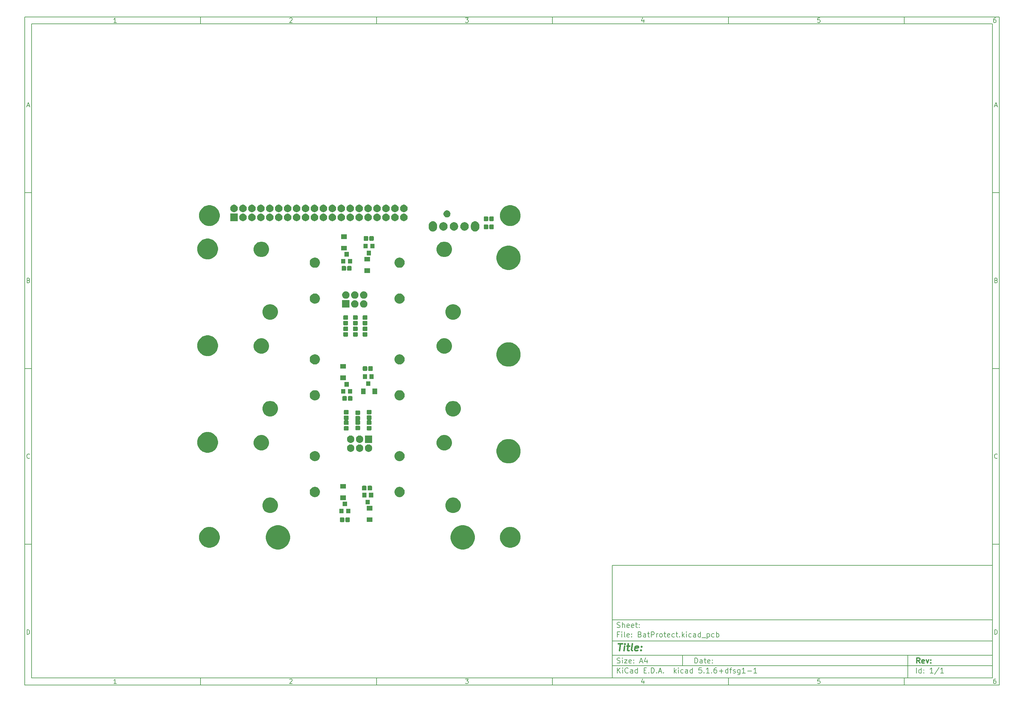
<source format=gbr>
G04 #@! TF.GenerationSoftware,KiCad,Pcbnew,5.1.6+dfsg1-1*
G04 #@! TF.CreationDate,2021-04-29T08:47:55+10:00*
G04 #@! TF.ProjectId,BatProtect,42617450-726f-4746-9563-742e6b696361,rev?*
G04 #@! TF.SameCoordinates,Original*
G04 #@! TF.FileFunction,Soldermask,Top*
G04 #@! TF.FilePolarity,Negative*
%FSLAX45Y45*%
G04 Gerber Fmt 4.5, Leading zero omitted, Abs format (unit mm)*
G04 Created by KiCad (PCBNEW 5.1.6+dfsg1-1) date 2021-04-29 08:47:55*
%MOMM*%
%LPD*%
G01*
G04 APERTURE LIST*
%ADD10C,0.100000*%
%ADD11C,0.150000*%
%ADD12C,0.300000*%
%ADD13C,0.400000*%
G04 APERTURE END LIST*
D10*
D11*
X17700220Y-16600720D02*
X17700220Y-19800720D01*
X28500220Y-19800720D01*
X28500220Y-16600720D01*
X17700220Y-16600720D01*
D10*
D11*
X1000000Y-1000000D02*
X1000000Y-20000720D01*
X28700220Y-20000720D01*
X28700220Y-1000000D01*
X1000000Y-1000000D01*
D10*
D11*
X1200000Y-1200000D02*
X1200000Y-19800720D01*
X28500220Y-19800720D01*
X28500220Y-1200000D01*
X1200000Y-1200000D01*
D10*
D11*
X6000000Y-1200000D02*
X6000000Y-1000000D01*
D10*
D11*
X11000000Y-1200000D02*
X11000000Y-1000000D01*
D10*
D11*
X16000000Y-1200000D02*
X16000000Y-1000000D01*
D10*
D11*
X21000000Y-1200000D02*
X21000000Y-1000000D01*
D10*
D11*
X26000000Y-1200000D02*
X26000000Y-1000000D01*
D10*
D11*
X3606548Y-1158810D02*
X3532262Y-1158810D01*
X3569405Y-1158810D02*
X3569405Y-1028809D01*
X3557024Y-1047381D01*
X3544643Y-1059762D01*
X3532262Y-1065952D01*
D10*
D11*
X8532262Y-1041190D02*
X8538452Y-1035000D01*
X8550833Y-1028809D01*
X8581786Y-1028809D01*
X8594167Y-1035000D01*
X8600357Y-1041190D01*
X8606548Y-1053571D01*
X8606548Y-1065952D01*
X8600357Y-1084524D01*
X8526071Y-1158810D01*
X8606548Y-1158810D01*
D10*
D11*
X13526071Y-1028809D02*
X13606548Y-1028809D01*
X13563214Y-1078333D01*
X13581786Y-1078333D01*
X13594167Y-1084524D01*
X13600357Y-1090714D01*
X13606548Y-1103095D01*
X13606548Y-1134048D01*
X13600357Y-1146429D01*
X13594167Y-1152619D01*
X13581786Y-1158810D01*
X13544643Y-1158810D01*
X13532262Y-1152619D01*
X13526071Y-1146429D01*
D10*
D11*
X18594167Y-1072143D02*
X18594167Y-1158810D01*
X18563214Y-1022619D02*
X18532262Y-1115476D01*
X18612738Y-1115476D01*
D10*
D11*
X23600357Y-1028809D02*
X23538452Y-1028809D01*
X23532262Y-1090714D01*
X23538452Y-1084524D01*
X23550833Y-1078333D01*
X23581786Y-1078333D01*
X23594167Y-1084524D01*
X23600357Y-1090714D01*
X23606548Y-1103095D01*
X23606548Y-1134048D01*
X23600357Y-1146429D01*
X23594167Y-1152619D01*
X23581786Y-1158810D01*
X23550833Y-1158810D01*
X23538452Y-1152619D01*
X23532262Y-1146429D01*
D10*
D11*
X28594167Y-1028809D02*
X28569405Y-1028809D01*
X28557024Y-1035000D01*
X28550833Y-1041190D01*
X28538452Y-1059762D01*
X28532262Y-1084524D01*
X28532262Y-1134048D01*
X28538452Y-1146429D01*
X28544643Y-1152619D01*
X28557024Y-1158810D01*
X28581786Y-1158810D01*
X28594167Y-1152619D01*
X28600357Y-1146429D01*
X28606548Y-1134048D01*
X28606548Y-1103095D01*
X28600357Y-1090714D01*
X28594167Y-1084524D01*
X28581786Y-1078333D01*
X28557024Y-1078333D01*
X28544643Y-1084524D01*
X28538452Y-1090714D01*
X28532262Y-1103095D01*
D10*
D11*
X6000000Y-19800720D02*
X6000000Y-20000720D01*
D10*
D11*
X11000000Y-19800720D02*
X11000000Y-20000720D01*
D10*
D11*
X16000000Y-19800720D02*
X16000000Y-20000720D01*
D10*
D11*
X21000000Y-19800720D02*
X21000000Y-20000720D01*
D10*
D11*
X26000000Y-19800720D02*
X26000000Y-20000720D01*
D10*
D11*
X3606548Y-19959530D02*
X3532262Y-19959530D01*
X3569405Y-19959530D02*
X3569405Y-19829530D01*
X3557024Y-19848101D01*
X3544643Y-19860482D01*
X3532262Y-19866672D01*
D10*
D11*
X8532262Y-19841910D02*
X8538452Y-19835720D01*
X8550833Y-19829530D01*
X8581786Y-19829530D01*
X8594167Y-19835720D01*
X8600357Y-19841910D01*
X8606548Y-19854291D01*
X8606548Y-19866672D01*
X8600357Y-19885244D01*
X8526071Y-19959530D01*
X8606548Y-19959530D01*
D10*
D11*
X13526071Y-19829530D02*
X13606548Y-19829530D01*
X13563214Y-19879053D01*
X13581786Y-19879053D01*
X13594167Y-19885244D01*
X13600357Y-19891434D01*
X13606548Y-19903815D01*
X13606548Y-19934768D01*
X13600357Y-19947149D01*
X13594167Y-19953339D01*
X13581786Y-19959530D01*
X13544643Y-19959530D01*
X13532262Y-19953339D01*
X13526071Y-19947149D01*
D10*
D11*
X18594167Y-19872863D02*
X18594167Y-19959530D01*
X18563214Y-19823339D02*
X18532262Y-19916196D01*
X18612738Y-19916196D01*
D10*
D11*
X23600357Y-19829530D02*
X23538452Y-19829530D01*
X23532262Y-19891434D01*
X23538452Y-19885244D01*
X23550833Y-19879053D01*
X23581786Y-19879053D01*
X23594167Y-19885244D01*
X23600357Y-19891434D01*
X23606548Y-19903815D01*
X23606548Y-19934768D01*
X23600357Y-19947149D01*
X23594167Y-19953339D01*
X23581786Y-19959530D01*
X23550833Y-19959530D01*
X23538452Y-19953339D01*
X23532262Y-19947149D01*
D10*
D11*
X28594167Y-19829530D02*
X28569405Y-19829530D01*
X28557024Y-19835720D01*
X28550833Y-19841910D01*
X28538452Y-19860482D01*
X28532262Y-19885244D01*
X28532262Y-19934768D01*
X28538452Y-19947149D01*
X28544643Y-19953339D01*
X28557024Y-19959530D01*
X28581786Y-19959530D01*
X28594167Y-19953339D01*
X28600357Y-19947149D01*
X28606548Y-19934768D01*
X28606548Y-19903815D01*
X28600357Y-19891434D01*
X28594167Y-19885244D01*
X28581786Y-19879053D01*
X28557024Y-19879053D01*
X28544643Y-19885244D01*
X28538452Y-19891434D01*
X28532262Y-19903815D01*
D10*
D11*
X1000000Y-6000000D02*
X1200000Y-6000000D01*
D10*
D11*
X1000000Y-11000000D02*
X1200000Y-11000000D01*
D10*
D11*
X1000000Y-16000000D02*
X1200000Y-16000000D01*
D10*
D11*
X1069048Y-3521667D02*
X1130952Y-3521667D01*
X1056667Y-3558809D02*
X1100000Y-3428809D01*
X1143333Y-3558809D01*
D10*
D11*
X1109286Y-8490714D02*
X1127857Y-8496905D01*
X1134048Y-8503095D01*
X1140238Y-8515476D01*
X1140238Y-8534048D01*
X1134048Y-8546429D01*
X1127857Y-8552619D01*
X1115476Y-8558810D01*
X1065952Y-8558810D01*
X1065952Y-8428810D01*
X1109286Y-8428810D01*
X1121667Y-8435000D01*
X1127857Y-8441190D01*
X1134048Y-8453571D01*
X1134048Y-8465952D01*
X1127857Y-8478333D01*
X1121667Y-8484524D01*
X1109286Y-8490714D01*
X1065952Y-8490714D01*
D10*
D11*
X1140238Y-13546428D02*
X1134048Y-13552619D01*
X1115476Y-13558809D01*
X1103095Y-13558809D01*
X1084524Y-13552619D01*
X1072143Y-13540238D01*
X1065952Y-13527857D01*
X1059762Y-13503095D01*
X1059762Y-13484524D01*
X1065952Y-13459762D01*
X1072143Y-13447381D01*
X1084524Y-13435000D01*
X1103095Y-13428809D01*
X1115476Y-13428809D01*
X1134048Y-13435000D01*
X1140238Y-13441190D01*
D10*
D11*
X1065952Y-18558810D02*
X1065952Y-18428810D01*
X1096905Y-18428810D01*
X1115476Y-18435000D01*
X1127857Y-18447381D01*
X1134048Y-18459762D01*
X1140238Y-18484524D01*
X1140238Y-18503095D01*
X1134048Y-18527857D01*
X1127857Y-18540238D01*
X1115476Y-18552619D01*
X1096905Y-18558810D01*
X1065952Y-18558810D01*
D10*
D11*
X28700220Y-6000000D02*
X28500220Y-6000000D01*
D10*
D11*
X28700220Y-11000000D02*
X28500220Y-11000000D01*
D10*
D11*
X28700220Y-16000000D02*
X28500220Y-16000000D01*
D10*
D11*
X28569268Y-3521667D02*
X28631172Y-3521667D01*
X28556887Y-3558809D02*
X28600220Y-3428809D01*
X28643553Y-3558809D01*
D10*
D11*
X28609506Y-8490714D02*
X28628077Y-8496905D01*
X28634268Y-8503095D01*
X28640458Y-8515476D01*
X28640458Y-8534048D01*
X28634268Y-8546429D01*
X28628077Y-8552619D01*
X28615696Y-8558810D01*
X28566172Y-8558810D01*
X28566172Y-8428810D01*
X28609506Y-8428810D01*
X28621887Y-8435000D01*
X28628077Y-8441190D01*
X28634268Y-8453571D01*
X28634268Y-8465952D01*
X28628077Y-8478333D01*
X28621887Y-8484524D01*
X28609506Y-8490714D01*
X28566172Y-8490714D01*
D10*
D11*
X28640458Y-13546428D02*
X28634268Y-13552619D01*
X28615696Y-13558809D01*
X28603315Y-13558809D01*
X28584744Y-13552619D01*
X28572363Y-13540238D01*
X28566172Y-13527857D01*
X28559982Y-13503095D01*
X28559982Y-13484524D01*
X28566172Y-13459762D01*
X28572363Y-13447381D01*
X28584744Y-13435000D01*
X28603315Y-13428809D01*
X28615696Y-13428809D01*
X28634268Y-13435000D01*
X28640458Y-13441190D01*
D10*
D11*
X28566172Y-18558810D02*
X28566172Y-18428810D01*
X28597125Y-18428810D01*
X28615696Y-18435000D01*
X28628077Y-18447381D01*
X28634268Y-18459762D01*
X28640458Y-18484524D01*
X28640458Y-18503095D01*
X28634268Y-18527857D01*
X28628077Y-18540238D01*
X28615696Y-18552619D01*
X28597125Y-18558810D01*
X28566172Y-18558810D01*
D10*
D11*
X20043434Y-19378577D02*
X20043434Y-19228577D01*
X20079149Y-19228577D01*
X20100577Y-19235720D01*
X20114863Y-19250006D01*
X20122006Y-19264291D01*
X20129149Y-19292863D01*
X20129149Y-19314291D01*
X20122006Y-19342863D01*
X20114863Y-19357149D01*
X20100577Y-19371434D01*
X20079149Y-19378577D01*
X20043434Y-19378577D01*
X20257720Y-19378577D02*
X20257720Y-19300006D01*
X20250577Y-19285720D01*
X20236291Y-19278577D01*
X20207720Y-19278577D01*
X20193434Y-19285720D01*
X20257720Y-19371434D02*
X20243434Y-19378577D01*
X20207720Y-19378577D01*
X20193434Y-19371434D01*
X20186291Y-19357149D01*
X20186291Y-19342863D01*
X20193434Y-19328577D01*
X20207720Y-19321434D01*
X20243434Y-19321434D01*
X20257720Y-19314291D01*
X20307720Y-19278577D02*
X20364863Y-19278577D01*
X20329149Y-19228577D02*
X20329149Y-19357149D01*
X20336291Y-19371434D01*
X20350577Y-19378577D01*
X20364863Y-19378577D01*
X20472006Y-19371434D02*
X20457720Y-19378577D01*
X20429149Y-19378577D01*
X20414863Y-19371434D01*
X20407720Y-19357149D01*
X20407720Y-19300006D01*
X20414863Y-19285720D01*
X20429149Y-19278577D01*
X20457720Y-19278577D01*
X20472006Y-19285720D01*
X20479149Y-19300006D01*
X20479149Y-19314291D01*
X20407720Y-19328577D01*
X20543434Y-19364291D02*
X20550577Y-19371434D01*
X20543434Y-19378577D01*
X20536291Y-19371434D01*
X20543434Y-19364291D01*
X20543434Y-19378577D01*
X20543434Y-19285720D02*
X20550577Y-19292863D01*
X20543434Y-19300006D01*
X20536291Y-19292863D01*
X20543434Y-19285720D01*
X20543434Y-19300006D01*
D10*
D11*
X17700220Y-19450720D02*
X28500220Y-19450720D01*
D10*
D11*
X17843434Y-19658577D02*
X17843434Y-19508577D01*
X17929149Y-19658577D02*
X17864863Y-19572863D01*
X17929149Y-19508577D02*
X17843434Y-19594291D01*
X17993434Y-19658577D02*
X17993434Y-19558577D01*
X17993434Y-19508577D02*
X17986291Y-19515720D01*
X17993434Y-19522863D01*
X18000577Y-19515720D01*
X17993434Y-19508577D01*
X17993434Y-19522863D01*
X18150577Y-19644291D02*
X18143434Y-19651434D01*
X18122006Y-19658577D01*
X18107720Y-19658577D01*
X18086291Y-19651434D01*
X18072006Y-19637149D01*
X18064863Y-19622863D01*
X18057720Y-19594291D01*
X18057720Y-19572863D01*
X18064863Y-19544291D01*
X18072006Y-19530006D01*
X18086291Y-19515720D01*
X18107720Y-19508577D01*
X18122006Y-19508577D01*
X18143434Y-19515720D01*
X18150577Y-19522863D01*
X18279149Y-19658577D02*
X18279149Y-19580006D01*
X18272006Y-19565720D01*
X18257720Y-19558577D01*
X18229149Y-19558577D01*
X18214863Y-19565720D01*
X18279149Y-19651434D02*
X18264863Y-19658577D01*
X18229149Y-19658577D01*
X18214863Y-19651434D01*
X18207720Y-19637149D01*
X18207720Y-19622863D01*
X18214863Y-19608577D01*
X18229149Y-19601434D01*
X18264863Y-19601434D01*
X18279149Y-19594291D01*
X18414863Y-19658577D02*
X18414863Y-19508577D01*
X18414863Y-19651434D02*
X18400577Y-19658577D01*
X18372006Y-19658577D01*
X18357720Y-19651434D01*
X18350577Y-19644291D01*
X18343434Y-19630006D01*
X18343434Y-19587149D01*
X18350577Y-19572863D01*
X18357720Y-19565720D01*
X18372006Y-19558577D01*
X18400577Y-19558577D01*
X18414863Y-19565720D01*
X18600577Y-19580006D02*
X18650577Y-19580006D01*
X18672006Y-19658577D02*
X18600577Y-19658577D01*
X18600577Y-19508577D01*
X18672006Y-19508577D01*
X18736291Y-19644291D02*
X18743434Y-19651434D01*
X18736291Y-19658577D01*
X18729149Y-19651434D01*
X18736291Y-19644291D01*
X18736291Y-19658577D01*
X18807720Y-19658577D02*
X18807720Y-19508577D01*
X18843434Y-19508577D01*
X18864863Y-19515720D01*
X18879149Y-19530006D01*
X18886291Y-19544291D01*
X18893434Y-19572863D01*
X18893434Y-19594291D01*
X18886291Y-19622863D01*
X18879149Y-19637149D01*
X18864863Y-19651434D01*
X18843434Y-19658577D01*
X18807720Y-19658577D01*
X18957720Y-19644291D02*
X18964863Y-19651434D01*
X18957720Y-19658577D01*
X18950577Y-19651434D01*
X18957720Y-19644291D01*
X18957720Y-19658577D01*
X19022006Y-19615720D02*
X19093434Y-19615720D01*
X19007720Y-19658577D02*
X19057720Y-19508577D01*
X19107720Y-19658577D01*
X19157720Y-19644291D02*
X19164863Y-19651434D01*
X19157720Y-19658577D01*
X19150577Y-19651434D01*
X19157720Y-19644291D01*
X19157720Y-19658577D01*
X19457720Y-19658577D02*
X19457720Y-19508577D01*
X19472006Y-19601434D02*
X19514863Y-19658577D01*
X19514863Y-19558577D02*
X19457720Y-19615720D01*
X19579149Y-19658577D02*
X19579149Y-19558577D01*
X19579149Y-19508577D02*
X19572006Y-19515720D01*
X19579149Y-19522863D01*
X19586291Y-19515720D01*
X19579149Y-19508577D01*
X19579149Y-19522863D01*
X19714863Y-19651434D02*
X19700577Y-19658577D01*
X19672006Y-19658577D01*
X19657720Y-19651434D01*
X19650577Y-19644291D01*
X19643434Y-19630006D01*
X19643434Y-19587149D01*
X19650577Y-19572863D01*
X19657720Y-19565720D01*
X19672006Y-19558577D01*
X19700577Y-19558577D01*
X19714863Y-19565720D01*
X19843434Y-19658577D02*
X19843434Y-19580006D01*
X19836291Y-19565720D01*
X19822006Y-19558577D01*
X19793434Y-19558577D01*
X19779149Y-19565720D01*
X19843434Y-19651434D02*
X19829149Y-19658577D01*
X19793434Y-19658577D01*
X19779149Y-19651434D01*
X19772006Y-19637149D01*
X19772006Y-19622863D01*
X19779149Y-19608577D01*
X19793434Y-19601434D01*
X19829149Y-19601434D01*
X19843434Y-19594291D01*
X19979149Y-19658577D02*
X19979149Y-19508577D01*
X19979149Y-19651434D02*
X19964863Y-19658577D01*
X19936291Y-19658577D01*
X19922006Y-19651434D01*
X19914863Y-19644291D01*
X19907720Y-19630006D01*
X19907720Y-19587149D01*
X19914863Y-19572863D01*
X19922006Y-19565720D01*
X19936291Y-19558577D01*
X19964863Y-19558577D01*
X19979149Y-19565720D01*
X20236291Y-19508577D02*
X20164863Y-19508577D01*
X20157720Y-19580006D01*
X20164863Y-19572863D01*
X20179149Y-19565720D01*
X20214863Y-19565720D01*
X20229149Y-19572863D01*
X20236291Y-19580006D01*
X20243434Y-19594291D01*
X20243434Y-19630006D01*
X20236291Y-19644291D01*
X20229149Y-19651434D01*
X20214863Y-19658577D01*
X20179149Y-19658577D01*
X20164863Y-19651434D01*
X20157720Y-19644291D01*
X20307720Y-19644291D02*
X20314863Y-19651434D01*
X20307720Y-19658577D01*
X20300577Y-19651434D01*
X20307720Y-19644291D01*
X20307720Y-19658577D01*
X20457720Y-19658577D02*
X20372006Y-19658577D01*
X20414863Y-19658577D02*
X20414863Y-19508577D01*
X20400577Y-19530006D01*
X20386291Y-19544291D01*
X20372006Y-19551434D01*
X20522006Y-19644291D02*
X20529149Y-19651434D01*
X20522006Y-19658577D01*
X20514863Y-19651434D01*
X20522006Y-19644291D01*
X20522006Y-19658577D01*
X20657720Y-19508577D02*
X20629149Y-19508577D01*
X20614863Y-19515720D01*
X20607720Y-19522863D01*
X20593434Y-19544291D01*
X20586291Y-19572863D01*
X20586291Y-19630006D01*
X20593434Y-19644291D01*
X20600577Y-19651434D01*
X20614863Y-19658577D01*
X20643434Y-19658577D01*
X20657720Y-19651434D01*
X20664863Y-19644291D01*
X20672006Y-19630006D01*
X20672006Y-19594291D01*
X20664863Y-19580006D01*
X20657720Y-19572863D01*
X20643434Y-19565720D01*
X20614863Y-19565720D01*
X20600577Y-19572863D01*
X20593434Y-19580006D01*
X20586291Y-19594291D01*
X20736291Y-19601434D02*
X20850577Y-19601434D01*
X20793434Y-19658577D02*
X20793434Y-19544291D01*
X20986291Y-19658577D02*
X20986291Y-19508577D01*
X20986291Y-19651434D02*
X20972006Y-19658577D01*
X20943434Y-19658577D01*
X20929149Y-19651434D01*
X20922006Y-19644291D01*
X20914863Y-19630006D01*
X20914863Y-19587149D01*
X20922006Y-19572863D01*
X20929149Y-19565720D01*
X20943434Y-19558577D01*
X20972006Y-19558577D01*
X20986291Y-19565720D01*
X21036291Y-19558577D02*
X21093434Y-19558577D01*
X21057720Y-19658577D02*
X21057720Y-19530006D01*
X21064863Y-19515720D01*
X21079149Y-19508577D01*
X21093434Y-19508577D01*
X21136291Y-19651434D02*
X21150577Y-19658577D01*
X21179149Y-19658577D01*
X21193434Y-19651434D01*
X21200577Y-19637149D01*
X21200577Y-19630006D01*
X21193434Y-19615720D01*
X21179149Y-19608577D01*
X21157720Y-19608577D01*
X21143434Y-19601434D01*
X21136291Y-19587149D01*
X21136291Y-19580006D01*
X21143434Y-19565720D01*
X21157720Y-19558577D01*
X21179149Y-19558577D01*
X21193434Y-19565720D01*
X21329149Y-19558577D02*
X21329149Y-19680006D01*
X21322006Y-19694291D01*
X21314863Y-19701434D01*
X21300577Y-19708577D01*
X21279149Y-19708577D01*
X21264863Y-19701434D01*
X21329149Y-19651434D02*
X21314863Y-19658577D01*
X21286291Y-19658577D01*
X21272006Y-19651434D01*
X21264863Y-19644291D01*
X21257720Y-19630006D01*
X21257720Y-19587149D01*
X21264863Y-19572863D01*
X21272006Y-19565720D01*
X21286291Y-19558577D01*
X21314863Y-19558577D01*
X21329149Y-19565720D01*
X21479149Y-19658577D02*
X21393434Y-19658577D01*
X21436291Y-19658577D02*
X21436291Y-19508577D01*
X21422006Y-19530006D01*
X21407720Y-19544291D01*
X21393434Y-19551434D01*
X21543434Y-19601434D02*
X21657720Y-19601434D01*
X21807720Y-19658577D02*
X21722006Y-19658577D01*
X21764863Y-19658577D02*
X21764863Y-19508577D01*
X21750577Y-19530006D01*
X21736291Y-19544291D01*
X21722006Y-19551434D01*
D10*
D11*
X17700220Y-19150720D02*
X28500220Y-19150720D01*
D10*
D12*
X26441148Y-19378577D02*
X26391148Y-19307149D01*
X26355434Y-19378577D02*
X26355434Y-19228577D01*
X26412577Y-19228577D01*
X26426863Y-19235720D01*
X26434006Y-19242863D01*
X26441148Y-19257149D01*
X26441148Y-19278577D01*
X26434006Y-19292863D01*
X26426863Y-19300006D01*
X26412577Y-19307149D01*
X26355434Y-19307149D01*
X26562577Y-19371434D02*
X26548291Y-19378577D01*
X26519720Y-19378577D01*
X26505434Y-19371434D01*
X26498291Y-19357149D01*
X26498291Y-19300006D01*
X26505434Y-19285720D01*
X26519720Y-19278577D01*
X26548291Y-19278577D01*
X26562577Y-19285720D01*
X26569720Y-19300006D01*
X26569720Y-19314291D01*
X26498291Y-19328577D01*
X26619720Y-19278577D02*
X26655434Y-19378577D01*
X26691148Y-19278577D01*
X26748291Y-19364291D02*
X26755434Y-19371434D01*
X26748291Y-19378577D01*
X26741148Y-19371434D01*
X26748291Y-19364291D01*
X26748291Y-19378577D01*
X26748291Y-19285720D02*
X26755434Y-19292863D01*
X26748291Y-19300006D01*
X26741148Y-19292863D01*
X26748291Y-19285720D01*
X26748291Y-19300006D01*
D10*
D11*
X17836291Y-19371434D02*
X17857720Y-19378577D01*
X17893434Y-19378577D01*
X17907720Y-19371434D01*
X17914863Y-19364291D01*
X17922006Y-19350006D01*
X17922006Y-19335720D01*
X17914863Y-19321434D01*
X17907720Y-19314291D01*
X17893434Y-19307149D01*
X17864863Y-19300006D01*
X17850577Y-19292863D01*
X17843434Y-19285720D01*
X17836291Y-19271434D01*
X17836291Y-19257149D01*
X17843434Y-19242863D01*
X17850577Y-19235720D01*
X17864863Y-19228577D01*
X17900577Y-19228577D01*
X17922006Y-19235720D01*
X17986291Y-19378577D02*
X17986291Y-19278577D01*
X17986291Y-19228577D02*
X17979149Y-19235720D01*
X17986291Y-19242863D01*
X17993434Y-19235720D01*
X17986291Y-19228577D01*
X17986291Y-19242863D01*
X18043434Y-19278577D02*
X18122006Y-19278577D01*
X18043434Y-19378577D01*
X18122006Y-19378577D01*
X18236291Y-19371434D02*
X18222006Y-19378577D01*
X18193434Y-19378577D01*
X18179149Y-19371434D01*
X18172006Y-19357149D01*
X18172006Y-19300006D01*
X18179149Y-19285720D01*
X18193434Y-19278577D01*
X18222006Y-19278577D01*
X18236291Y-19285720D01*
X18243434Y-19300006D01*
X18243434Y-19314291D01*
X18172006Y-19328577D01*
X18307720Y-19364291D02*
X18314863Y-19371434D01*
X18307720Y-19378577D01*
X18300577Y-19371434D01*
X18307720Y-19364291D01*
X18307720Y-19378577D01*
X18307720Y-19285720D02*
X18314863Y-19292863D01*
X18307720Y-19300006D01*
X18300577Y-19292863D01*
X18307720Y-19285720D01*
X18307720Y-19300006D01*
X18486291Y-19335720D02*
X18557720Y-19335720D01*
X18472006Y-19378577D02*
X18522006Y-19228577D01*
X18572006Y-19378577D01*
X18686291Y-19278577D02*
X18686291Y-19378577D01*
X18650577Y-19221434D02*
X18614863Y-19328577D01*
X18707720Y-19328577D01*
D10*
D11*
X26343434Y-19658577D02*
X26343434Y-19508577D01*
X26479148Y-19658577D02*
X26479148Y-19508577D01*
X26479148Y-19651434D02*
X26464863Y-19658577D01*
X26436291Y-19658577D01*
X26422006Y-19651434D01*
X26414863Y-19644291D01*
X26407720Y-19630006D01*
X26407720Y-19587149D01*
X26414863Y-19572863D01*
X26422006Y-19565720D01*
X26436291Y-19558577D01*
X26464863Y-19558577D01*
X26479148Y-19565720D01*
X26550577Y-19644291D02*
X26557720Y-19651434D01*
X26550577Y-19658577D01*
X26543434Y-19651434D01*
X26550577Y-19644291D01*
X26550577Y-19658577D01*
X26550577Y-19565720D02*
X26557720Y-19572863D01*
X26550577Y-19580006D01*
X26543434Y-19572863D01*
X26550577Y-19565720D01*
X26550577Y-19580006D01*
X26814863Y-19658577D02*
X26729148Y-19658577D01*
X26772006Y-19658577D02*
X26772006Y-19508577D01*
X26757720Y-19530006D01*
X26743434Y-19544291D01*
X26729148Y-19551434D01*
X26986291Y-19501434D02*
X26857720Y-19694291D01*
X27114863Y-19658577D02*
X27029148Y-19658577D01*
X27072006Y-19658577D02*
X27072006Y-19508577D01*
X27057720Y-19530006D01*
X27043434Y-19544291D01*
X27029148Y-19551434D01*
D10*
D11*
X17700220Y-18750720D02*
X28500220Y-18750720D01*
D10*
D13*
X17871458Y-18821196D02*
X17985744Y-18821196D01*
X17903601Y-19021196D02*
X17928601Y-18821196D01*
X18027410Y-19021196D02*
X18044077Y-18887863D01*
X18052410Y-18821196D02*
X18041696Y-18830720D01*
X18050030Y-18840244D01*
X18060744Y-18830720D01*
X18052410Y-18821196D01*
X18050030Y-18840244D01*
X18110744Y-18887863D02*
X18186934Y-18887863D01*
X18147649Y-18821196D02*
X18126220Y-18992625D01*
X18133363Y-19011672D01*
X18151220Y-19021196D01*
X18170268Y-19021196D01*
X18265506Y-19021196D02*
X18247649Y-19011672D01*
X18240506Y-18992625D01*
X18261934Y-18821196D01*
X18419077Y-19011672D02*
X18398839Y-19021196D01*
X18360744Y-19021196D01*
X18342887Y-19011672D01*
X18335744Y-18992625D01*
X18345268Y-18916434D01*
X18357172Y-18897387D01*
X18377410Y-18887863D01*
X18415506Y-18887863D01*
X18433363Y-18897387D01*
X18440506Y-18916434D01*
X18438125Y-18935482D01*
X18340506Y-18954530D01*
X18515506Y-19002149D02*
X18523839Y-19011672D01*
X18513125Y-19021196D01*
X18504791Y-19011672D01*
X18515506Y-19002149D01*
X18513125Y-19021196D01*
X18528601Y-18897387D02*
X18536934Y-18906910D01*
X18526220Y-18916434D01*
X18517887Y-18906910D01*
X18528601Y-18897387D01*
X18526220Y-18916434D01*
D10*
D11*
X17893434Y-18560006D02*
X17843434Y-18560006D01*
X17843434Y-18638577D02*
X17843434Y-18488577D01*
X17914863Y-18488577D01*
X17972006Y-18638577D02*
X17972006Y-18538577D01*
X17972006Y-18488577D02*
X17964863Y-18495720D01*
X17972006Y-18502863D01*
X17979149Y-18495720D01*
X17972006Y-18488577D01*
X17972006Y-18502863D01*
X18064863Y-18638577D02*
X18050577Y-18631434D01*
X18043434Y-18617149D01*
X18043434Y-18488577D01*
X18179149Y-18631434D02*
X18164863Y-18638577D01*
X18136291Y-18638577D01*
X18122006Y-18631434D01*
X18114863Y-18617149D01*
X18114863Y-18560006D01*
X18122006Y-18545720D01*
X18136291Y-18538577D01*
X18164863Y-18538577D01*
X18179149Y-18545720D01*
X18186291Y-18560006D01*
X18186291Y-18574291D01*
X18114863Y-18588577D01*
X18250577Y-18624291D02*
X18257720Y-18631434D01*
X18250577Y-18638577D01*
X18243434Y-18631434D01*
X18250577Y-18624291D01*
X18250577Y-18638577D01*
X18250577Y-18545720D02*
X18257720Y-18552863D01*
X18250577Y-18560006D01*
X18243434Y-18552863D01*
X18250577Y-18545720D01*
X18250577Y-18560006D01*
X18486291Y-18560006D02*
X18507720Y-18567149D01*
X18514863Y-18574291D01*
X18522006Y-18588577D01*
X18522006Y-18610006D01*
X18514863Y-18624291D01*
X18507720Y-18631434D01*
X18493434Y-18638577D01*
X18436291Y-18638577D01*
X18436291Y-18488577D01*
X18486291Y-18488577D01*
X18500577Y-18495720D01*
X18507720Y-18502863D01*
X18514863Y-18517149D01*
X18514863Y-18531434D01*
X18507720Y-18545720D01*
X18500577Y-18552863D01*
X18486291Y-18560006D01*
X18436291Y-18560006D01*
X18650577Y-18638577D02*
X18650577Y-18560006D01*
X18643434Y-18545720D01*
X18629149Y-18538577D01*
X18600577Y-18538577D01*
X18586291Y-18545720D01*
X18650577Y-18631434D02*
X18636291Y-18638577D01*
X18600577Y-18638577D01*
X18586291Y-18631434D01*
X18579149Y-18617149D01*
X18579149Y-18602863D01*
X18586291Y-18588577D01*
X18600577Y-18581434D01*
X18636291Y-18581434D01*
X18650577Y-18574291D01*
X18700577Y-18538577D02*
X18757720Y-18538577D01*
X18722006Y-18488577D02*
X18722006Y-18617149D01*
X18729149Y-18631434D01*
X18743434Y-18638577D01*
X18757720Y-18638577D01*
X18807720Y-18638577D02*
X18807720Y-18488577D01*
X18864863Y-18488577D01*
X18879149Y-18495720D01*
X18886291Y-18502863D01*
X18893434Y-18517149D01*
X18893434Y-18538577D01*
X18886291Y-18552863D01*
X18879149Y-18560006D01*
X18864863Y-18567149D01*
X18807720Y-18567149D01*
X18957720Y-18638577D02*
X18957720Y-18538577D01*
X18957720Y-18567149D02*
X18964863Y-18552863D01*
X18972006Y-18545720D01*
X18986291Y-18538577D01*
X19000577Y-18538577D01*
X19072006Y-18638577D02*
X19057720Y-18631434D01*
X19050577Y-18624291D01*
X19043434Y-18610006D01*
X19043434Y-18567149D01*
X19050577Y-18552863D01*
X19057720Y-18545720D01*
X19072006Y-18538577D01*
X19093434Y-18538577D01*
X19107720Y-18545720D01*
X19114863Y-18552863D01*
X19122006Y-18567149D01*
X19122006Y-18610006D01*
X19114863Y-18624291D01*
X19107720Y-18631434D01*
X19093434Y-18638577D01*
X19072006Y-18638577D01*
X19164863Y-18538577D02*
X19222006Y-18538577D01*
X19186291Y-18488577D02*
X19186291Y-18617149D01*
X19193434Y-18631434D01*
X19207720Y-18638577D01*
X19222006Y-18638577D01*
X19329149Y-18631434D02*
X19314863Y-18638577D01*
X19286291Y-18638577D01*
X19272006Y-18631434D01*
X19264863Y-18617149D01*
X19264863Y-18560006D01*
X19272006Y-18545720D01*
X19286291Y-18538577D01*
X19314863Y-18538577D01*
X19329149Y-18545720D01*
X19336291Y-18560006D01*
X19336291Y-18574291D01*
X19264863Y-18588577D01*
X19464863Y-18631434D02*
X19450577Y-18638577D01*
X19422006Y-18638577D01*
X19407720Y-18631434D01*
X19400577Y-18624291D01*
X19393434Y-18610006D01*
X19393434Y-18567149D01*
X19400577Y-18552863D01*
X19407720Y-18545720D01*
X19422006Y-18538577D01*
X19450577Y-18538577D01*
X19464863Y-18545720D01*
X19507720Y-18538577D02*
X19564863Y-18538577D01*
X19529149Y-18488577D02*
X19529149Y-18617149D01*
X19536291Y-18631434D01*
X19550577Y-18638577D01*
X19564863Y-18638577D01*
X19614863Y-18624291D02*
X19622006Y-18631434D01*
X19614863Y-18638577D01*
X19607720Y-18631434D01*
X19614863Y-18624291D01*
X19614863Y-18638577D01*
X19686291Y-18638577D02*
X19686291Y-18488577D01*
X19700577Y-18581434D02*
X19743434Y-18638577D01*
X19743434Y-18538577D02*
X19686291Y-18595720D01*
X19807720Y-18638577D02*
X19807720Y-18538577D01*
X19807720Y-18488577D02*
X19800577Y-18495720D01*
X19807720Y-18502863D01*
X19814863Y-18495720D01*
X19807720Y-18488577D01*
X19807720Y-18502863D01*
X19943434Y-18631434D02*
X19929149Y-18638577D01*
X19900577Y-18638577D01*
X19886291Y-18631434D01*
X19879149Y-18624291D01*
X19872006Y-18610006D01*
X19872006Y-18567149D01*
X19879149Y-18552863D01*
X19886291Y-18545720D01*
X19900577Y-18538577D01*
X19929149Y-18538577D01*
X19943434Y-18545720D01*
X20072006Y-18638577D02*
X20072006Y-18560006D01*
X20064863Y-18545720D01*
X20050577Y-18538577D01*
X20022006Y-18538577D01*
X20007720Y-18545720D01*
X20072006Y-18631434D02*
X20057720Y-18638577D01*
X20022006Y-18638577D01*
X20007720Y-18631434D01*
X20000577Y-18617149D01*
X20000577Y-18602863D01*
X20007720Y-18588577D01*
X20022006Y-18581434D01*
X20057720Y-18581434D01*
X20072006Y-18574291D01*
X20207720Y-18638577D02*
X20207720Y-18488577D01*
X20207720Y-18631434D02*
X20193434Y-18638577D01*
X20164863Y-18638577D01*
X20150577Y-18631434D01*
X20143434Y-18624291D01*
X20136291Y-18610006D01*
X20136291Y-18567149D01*
X20143434Y-18552863D01*
X20150577Y-18545720D01*
X20164863Y-18538577D01*
X20193434Y-18538577D01*
X20207720Y-18545720D01*
X20243434Y-18652863D02*
X20357720Y-18652863D01*
X20393434Y-18538577D02*
X20393434Y-18688577D01*
X20393434Y-18545720D02*
X20407720Y-18538577D01*
X20436291Y-18538577D01*
X20450577Y-18545720D01*
X20457720Y-18552863D01*
X20464863Y-18567149D01*
X20464863Y-18610006D01*
X20457720Y-18624291D01*
X20450577Y-18631434D01*
X20436291Y-18638577D01*
X20407720Y-18638577D01*
X20393434Y-18631434D01*
X20593434Y-18631434D02*
X20579149Y-18638577D01*
X20550577Y-18638577D01*
X20536291Y-18631434D01*
X20529149Y-18624291D01*
X20522006Y-18610006D01*
X20522006Y-18567149D01*
X20529149Y-18552863D01*
X20536291Y-18545720D01*
X20550577Y-18538577D01*
X20579149Y-18538577D01*
X20593434Y-18545720D01*
X20657720Y-18638577D02*
X20657720Y-18488577D01*
X20657720Y-18545720D02*
X20672006Y-18538577D01*
X20700577Y-18538577D01*
X20714863Y-18545720D01*
X20722006Y-18552863D01*
X20729149Y-18567149D01*
X20729149Y-18610006D01*
X20722006Y-18624291D01*
X20714863Y-18631434D01*
X20700577Y-18638577D01*
X20672006Y-18638577D01*
X20657720Y-18631434D01*
D10*
D11*
X17700220Y-18150720D02*
X28500220Y-18150720D01*
D10*
D11*
X17836291Y-18361434D02*
X17857720Y-18368577D01*
X17893434Y-18368577D01*
X17907720Y-18361434D01*
X17914863Y-18354291D01*
X17922006Y-18340006D01*
X17922006Y-18325720D01*
X17914863Y-18311434D01*
X17907720Y-18304291D01*
X17893434Y-18297149D01*
X17864863Y-18290006D01*
X17850577Y-18282863D01*
X17843434Y-18275720D01*
X17836291Y-18261434D01*
X17836291Y-18247149D01*
X17843434Y-18232863D01*
X17850577Y-18225720D01*
X17864863Y-18218577D01*
X17900577Y-18218577D01*
X17922006Y-18225720D01*
X17986291Y-18368577D02*
X17986291Y-18218577D01*
X18050577Y-18368577D02*
X18050577Y-18290006D01*
X18043434Y-18275720D01*
X18029149Y-18268577D01*
X18007720Y-18268577D01*
X17993434Y-18275720D01*
X17986291Y-18282863D01*
X18179149Y-18361434D02*
X18164863Y-18368577D01*
X18136291Y-18368577D01*
X18122006Y-18361434D01*
X18114863Y-18347149D01*
X18114863Y-18290006D01*
X18122006Y-18275720D01*
X18136291Y-18268577D01*
X18164863Y-18268577D01*
X18179149Y-18275720D01*
X18186291Y-18290006D01*
X18186291Y-18304291D01*
X18114863Y-18318577D01*
X18307720Y-18361434D02*
X18293434Y-18368577D01*
X18264863Y-18368577D01*
X18250577Y-18361434D01*
X18243434Y-18347149D01*
X18243434Y-18290006D01*
X18250577Y-18275720D01*
X18264863Y-18268577D01*
X18293434Y-18268577D01*
X18307720Y-18275720D01*
X18314863Y-18290006D01*
X18314863Y-18304291D01*
X18243434Y-18318577D01*
X18357720Y-18268577D02*
X18414863Y-18268577D01*
X18379149Y-18218577D02*
X18379149Y-18347149D01*
X18386291Y-18361434D01*
X18400577Y-18368577D01*
X18414863Y-18368577D01*
X18464863Y-18354291D02*
X18472006Y-18361434D01*
X18464863Y-18368577D01*
X18457720Y-18361434D01*
X18464863Y-18354291D01*
X18464863Y-18368577D01*
X18464863Y-18275720D02*
X18472006Y-18282863D01*
X18464863Y-18290006D01*
X18457720Y-18282863D01*
X18464863Y-18275720D01*
X18464863Y-18290006D01*
D10*
D11*
X19700220Y-19150720D02*
X19700220Y-19450720D01*
D10*
D11*
X26100220Y-19150720D02*
X26100220Y-19800720D01*
D10*
G36*
X8300633Y-15468258D02*
G01*
X8363419Y-15494265D01*
X8363419Y-15494265D01*
X8419925Y-15532021D01*
X8467979Y-15580075D01*
X8505735Y-15636581D01*
X8505735Y-15636581D01*
X8531742Y-15699367D01*
X8545000Y-15766020D01*
X8545000Y-15833980D01*
X8531742Y-15900633D01*
X8515545Y-15939735D01*
X8505735Y-15963419D01*
X8467979Y-16019925D01*
X8419925Y-16067979D01*
X8363419Y-16105735D01*
X8363419Y-16105735D01*
X8363419Y-16105735D01*
X8300633Y-16131742D01*
X8233980Y-16145000D01*
X8166020Y-16145000D01*
X8099367Y-16131742D01*
X8036581Y-16105735D01*
X8036581Y-16105735D01*
X8036581Y-16105735D01*
X7980075Y-16067979D01*
X7932021Y-16019925D01*
X7894265Y-15963419D01*
X7884455Y-15939735D01*
X7868258Y-15900633D01*
X7855000Y-15833980D01*
X7855000Y-15766020D01*
X7868258Y-15699367D01*
X7894265Y-15636581D01*
X7894265Y-15636581D01*
X7932021Y-15580075D01*
X7980075Y-15532021D01*
X8036581Y-15494265D01*
X8036581Y-15494265D01*
X8099367Y-15468258D01*
X8166020Y-15455000D01*
X8233980Y-15455000D01*
X8300633Y-15468258D01*
G37*
G36*
X13550633Y-15468258D02*
G01*
X13613419Y-15494265D01*
X13613419Y-15494265D01*
X13669925Y-15532021D01*
X13717979Y-15580075D01*
X13755735Y-15636581D01*
X13755735Y-15636581D01*
X13781742Y-15699367D01*
X13795000Y-15766020D01*
X13795000Y-15833980D01*
X13781742Y-15900633D01*
X13765545Y-15939735D01*
X13755735Y-15963419D01*
X13717979Y-16019925D01*
X13669925Y-16067979D01*
X13613419Y-16105735D01*
X13613419Y-16105735D01*
X13613419Y-16105735D01*
X13550633Y-16131742D01*
X13483980Y-16145000D01*
X13416020Y-16145000D01*
X13349367Y-16131742D01*
X13286581Y-16105735D01*
X13286581Y-16105735D01*
X13286581Y-16105735D01*
X13230075Y-16067979D01*
X13182021Y-16019925D01*
X13144265Y-15963419D01*
X13134455Y-15939735D01*
X13118258Y-15900633D01*
X13105000Y-15833980D01*
X13105000Y-15766020D01*
X13118258Y-15699367D01*
X13144265Y-15636581D01*
X13144265Y-15636581D01*
X13182021Y-15580075D01*
X13230075Y-15532021D01*
X13286581Y-15494265D01*
X13286581Y-15494265D01*
X13349367Y-15468258D01*
X13416020Y-15455000D01*
X13483980Y-15455000D01*
X13550633Y-15468258D01*
G37*
G36*
X14886048Y-15516337D02*
G01*
X14939735Y-15538574D01*
X14939735Y-15538574D01*
X14988052Y-15570858D01*
X15029141Y-15611948D01*
X15045601Y-15636581D01*
X15061426Y-15660265D01*
X15083663Y-15713952D01*
X15095000Y-15770945D01*
X15095000Y-15829055D01*
X15083663Y-15886048D01*
X15061426Y-15939735D01*
X15061426Y-15939735D01*
X15029141Y-15988052D01*
X14988052Y-16029141D01*
X14939735Y-16061426D01*
X14939735Y-16061426D01*
X14939735Y-16061426D01*
X14886048Y-16083663D01*
X14829055Y-16095000D01*
X14770945Y-16095000D01*
X14713952Y-16083663D01*
X14660265Y-16061426D01*
X14660265Y-16061426D01*
X14660265Y-16061426D01*
X14611948Y-16029141D01*
X14570858Y-15988052D01*
X14538574Y-15939735D01*
X14538574Y-15939735D01*
X14516337Y-15886048D01*
X14505000Y-15829055D01*
X14505000Y-15770945D01*
X14516337Y-15713952D01*
X14538574Y-15660265D01*
X14554399Y-15636581D01*
X14570858Y-15611948D01*
X14611948Y-15570858D01*
X14660265Y-15538574D01*
X14660265Y-15538574D01*
X14713952Y-15516337D01*
X14770945Y-15505000D01*
X14829055Y-15505000D01*
X14886048Y-15516337D01*
G37*
G36*
X6336048Y-15516337D02*
G01*
X6389735Y-15538574D01*
X6389735Y-15538574D01*
X6438052Y-15570858D01*
X6479141Y-15611948D01*
X6495601Y-15636581D01*
X6511426Y-15660265D01*
X6533663Y-15713952D01*
X6545000Y-15770945D01*
X6545000Y-15829055D01*
X6533663Y-15886048D01*
X6511426Y-15939735D01*
X6511426Y-15939735D01*
X6479141Y-15988052D01*
X6438052Y-16029141D01*
X6389735Y-16061426D01*
X6389735Y-16061426D01*
X6389735Y-16061426D01*
X6336048Y-16083663D01*
X6279055Y-16095000D01*
X6220945Y-16095000D01*
X6163952Y-16083663D01*
X6110265Y-16061426D01*
X6110265Y-16061426D01*
X6110265Y-16061426D01*
X6061948Y-16029141D01*
X6020858Y-15988052D01*
X5988574Y-15939735D01*
X5988574Y-15939735D01*
X5966337Y-15886048D01*
X5955000Y-15829055D01*
X5955000Y-15770945D01*
X5966337Y-15713952D01*
X5988574Y-15660265D01*
X6004399Y-15636581D01*
X6020858Y-15611948D01*
X6061948Y-15570858D01*
X6110265Y-15538574D01*
X6110265Y-15538574D01*
X6163952Y-15516337D01*
X6220945Y-15505000D01*
X6279055Y-15505000D01*
X6336048Y-15516337D01*
G37*
G36*
X10064362Y-15233052D02*
G01*
X10069159Y-15234507D01*
X10073578Y-15236869D01*
X10077452Y-15240048D01*
X10080631Y-15243922D01*
X10082993Y-15248341D01*
X10084448Y-15253138D01*
X10085000Y-15258739D01*
X10085000Y-15341261D01*
X10084448Y-15346862D01*
X10082993Y-15351658D01*
X10080631Y-15356078D01*
X10077452Y-15359952D01*
X10073578Y-15363131D01*
X10069159Y-15365493D01*
X10064362Y-15366948D01*
X10058761Y-15367500D01*
X9983739Y-15367500D01*
X9978138Y-15366948D01*
X9973342Y-15365493D01*
X9968922Y-15363131D01*
X9965048Y-15359952D01*
X9961869Y-15356078D01*
X9959507Y-15351658D01*
X9958052Y-15346862D01*
X9957500Y-15341261D01*
X9957500Y-15258739D01*
X9958052Y-15253138D01*
X9959507Y-15248341D01*
X9961869Y-15243922D01*
X9965048Y-15240048D01*
X9968922Y-15236869D01*
X9973342Y-15234507D01*
X9978138Y-15233052D01*
X9983739Y-15232500D01*
X10058761Y-15232500D01*
X10064362Y-15233052D01*
G37*
G36*
X10221862Y-15233052D02*
G01*
X10226659Y-15234507D01*
X10231078Y-15236869D01*
X10234952Y-15240048D01*
X10238131Y-15243922D01*
X10240493Y-15248341D01*
X10241948Y-15253138D01*
X10242500Y-15258739D01*
X10242500Y-15341261D01*
X10241948Y-15346862D01*
X10240493Y-15351658D01*
X10238131Y-15356078D01*
X10234952Y-15359952D01*
X10231078Y-15363131D01*
X10226659Y-15365493D01*
X10221862Y-15366948D01*
X10216261Y-15367500D01*
X10141239Y-15367500D01*
X10135638Y-15366948D01*
X10130842Y-15365493D01*
X10126422Y-15363131D01*
X10122548Y-15359952D01*
X10119369Y-15356078D01*
X10117007Y-15351658D01*
X10115552Y-15346862D01*
X10115000Y-15341261D01*
X10115000Y-15258739D01*
X10115552Y-15253138D01*
X10117007Y-15248341D01*
X10119369Y-15243922D01*
X10122548Y-15240048D01*
X10126422Y-15236869D01*
X10130842Y-15234507D01*
X10135638Y-15233052D01*
X10141239Y-15232500D01*
X10216261Y-15232500D01*
X10221862Y-15233052D01*
G37*
G36*
X10881000Y-15365500D02*
G01*
X10719000Y-15365500D01*
X10719000Y-15234500D01*
X10881000Y-15234500D01*
X10881000Y-15365500D01*
G37*
G36*
X10255000Y-15115000D02*
G01*
X10135000Y-15115000D01*
X10135000Y-14985000D01*
X10255000Y-14985000D01*
X10255000Y-15115000D01*
G37*
G36*
X10065000Y-15115000D02*
G01*
X9945000Y-15115000D01*
X9945000Y-14985000D01*
X10065000Y-14985000D01*
X10065000Y-15115000D01*
G37*
G36*
X8040171Y-14678454D02*
G01*
X8080209Y-14695038D01*
X8080209Y-14695038D01*
X8116242Y-14719115D01*
X8146885Y-14749758D01*
X8170962Y-14785791D01*
X8187546Y-14825828D01*
X8196000Y-14868332D01*
X8196000Y-14911668D01*
X8187546Y-14954171D01*
X8174776Y-14985000D01*
X8170961Y-14994209D01*
X8146885Y-15030242D01*
X8116242Y-15060885D01*
X8080209Y-15084961D01*
X8080209Y-15084962D01*
X8080209Y-15084962D01*
X8040171Y-15101546D01*
X7997668Y-15110000D01*
X7954332Y-15110000D01*
X7911828Y-15101546D01*
X7871791Y-15084962D01*
X7871791Y-15084962D01*
X7871791Y-15084961D01*
X7835758Y-15060885D01*
X7805115Y-15030242D01*
X7781038Y-14994209D01*
X7777224Y-14985000D01*
X7764454Y-14954171D01*
X7756000Y-14911668D01*
X7756000Y-14868332D01*
X7764454Y-14825828D01*
X7781038Y-14785791D01*
X7805115Y-14749758D01*
X7835758Y-14719115D01*
X7871791Y-14695038D01*
X7871791Y-14695038D01*
X7911828Y-14678454D01*
X7954332Y-14670000D01*
X7997668Y-14670000D01*
X8040171Y-14678454D01*
G37*
G36*
X13238171Y-14678454D02*
G01*
X13278209Y-14695038D01*
X13278209Y-14695038D01*
X13314242Y-14719115D01*
X13344885Y-14749758D01*
X13368962Y-14785791D01*
X13385546Y-14825828D01*
X13394000Y-14868332D01*
X13394000Y-14911668D01*
X13385546Y-14954171D01*
X13372776Y-14985000D01*
X13368961Y-14994209D01*
X13344885Y-15030242D01*
X13314242Y-15060885D01*
X13278209Y-15084961D01*
X13278209Y-15084962D01*
X13278209Y-15084962D01*
X13238171Y-15101546D01*
X13195668Y-15110000D01*
X13152332Y-15110000D01*
X13109828Y-15101546D01*
X13069791Y-15084962D01*
X13069791Y-15084962D01*
X13069791Y-15084961D01*
X13033758Y-15060885D01*
X13003115Y-15030242D01*
X12979038Y-14994209D01*
X12975224Y-14985000D01*
X12962454Y-14954171D01*
X12954000Y-14911668D01*
X12954000Y-14868332D01*
X12962454Y-14825828D01*
X12979038Y-14785791D01*
X13003115Y-14749758D01*
X13033758Y-14719115D01*
X13069791Y-14695038D01*
X13069791Y-14695038D01*
X13109828Y-14678454D01*
X13152332Y-14670000D01*
X13195668Y-14670000D01*
X13238171Y-14678454D01*
G37*
G36*
X10881000Y-15038500D02*
G01*
X10719000Y-15038500D01*
X10719000Y-14907500D01*
X10881000Y-14907500D01*
X10881000Y-15038500D01*
G37*
G36*
X10160000Y-14915000D02*
G01*
X10040000Y-14915000D01*
X10040000Y-14785000D01*
X10160000Y-14785000D01*
X10160000Y-14915000D01*
G37*
G36*
X10810000Y-14865000D02*
G01*
X10690000Y-14865000D01*
X10690000Y-14735000D01*
X10810000Y-14735000D01*
X10810000Y-14865000D01*
G37*
G36*
X10131000Y-14742500D02*
G01*
X9969000Y-14742500D01*
X9969000Y-14611500D01*
X10131000Y-14611500D01*
X10131000Y-14742500D01*
G37*
G36*
X10715000Y-14665000D02*
G01*
X10595000Y-14665000D01*
X10595000Y-14535000D01*
X10715000Y-14535000D01*
X10715000Y-14665000D01*
G37*
G36*
X10905000Y-14665000D02*
G01*
X10785000Y-14665000D01*
X10785000Y-14535000D01*
X10905000Y-14535000D01*
X10905000Y-14665000D01*
G37*
G36*
X9288295Y-14370572D02*
G01*
X9314683Y-14381503D01*
X9314683Y-14381503D01*
X9338432Y-14397371D01*
X9358629Y-14417568D01*
X9370694Y-14435625D01*
X9374497Y-14441317D01*
X9385428Y-14467705D01*
X9391000Y-14495719D01*
X9391000Y-14524281D01*
X9385428Y-14552295D01*
X9374497Y-14578683D01*
X9374497Y-14578683D01*
X9358629Y-14602432D01*
X9338432Y-14622629D01*
X9314683Y-14638497D01*
X9314683Y-14638497D01*
X9314683Y-14638497D01*
X9288295Y-14649428D01*
X9260281Y-14655000D01*
X9231719Y-14655000D01*
X9203705Y-14649428D01*
X9177317Y-14638497D01*
X9177317Y-14638497D01*
X9177317Y-14638497D01*
X9153568Y-14622629D01*
X9133371Y-14602432D01*
X9117503Y-14578683D01*
X9117503Y-14578683D01*
X9106572Y-14552295D01*
X9101000Y-14524281D01*
X9101000Y-14495719D01*
X9106572Y-14467705D01*
X9117503Y-14441317D01*
X9121306Y-14435625D01*
X9133371Y-14417568D01*
X9153568Y-14397371D01*
X9177317Y-14381503D01*
X9177317Y-14381503D01*
X9203705Y-14370572D01*
X9231719Y-14365000D01*
X9260281Y-14365000D01*
X9288295Y-14370572D01*
G37*
G36*
X11696295Y-14370572D02*
G01*
X11722683Y-14381503D01*
X11722683Y-14381503D01*
X11746432Y-14397371D01*
X11766629Y-14417568D01*
X11778694Y-14435625D01*
X11782497Y-14441317D01*
X11793428Y-14467705D01*
X11799000Y-14495719D01*
X11799000Y-14524281D01*
X11793428Y-14552295D01*
X11782497Y-14578683D01*
X11782497Y-14578683D01*
X11766629Y-14602432D01*
X11746432Y-14622629D01*
X11722683Y-14638497D01*
X11722683Y-14638497D01*
X11722683Y-14638497D01*
X11696295Y-14649428D01*
X11668281Y-14655000D01*
X11639719Y-14655000D01*
X11611705Y-14649428D01*
X11585317Y-14638497D01*
X11585317Y-14638497D01*
X11585317Y-14638497D01*
X11561568Y-14622629D01*
X11541371Y-14602432D01*
X11525503Y-14578683D01*
X11525503Y-14578683D01*
X11514572Y-14552295D01*
X11509000Y-14524281D01*
X11509000Y-14495719D01*
X11514572Y-14467705D01*
X11525503Y-14441317D01*
X11529306Y-14435625D01*
X11541371Y-14417568D01*
X11561568Y-14397371D01*
X11585317Y-14381503D01*
X11585317Y-14381503D01*
X11611705Y-14370572D01*
X11639719Y-14365000D01*
X11668281Y-14365000D01*
X11696295Y-14370572D01*
G37*
G36*
X10693112Y-14333052D02*
G01*
X10697909Y-14334507D01*
X10702328Y-14336869D01*
X10706202Y-14340048D01*
X10709381Y-14343922D01*
X10711743Y-14348341D01*
X10713198Y-14353138D01*
X10713750Y-14358739D01*
X10713750Y-14441261D01*
X10713198Y-14446862D01*
X10711743Y-14451658D01*
X10709381Y-14456078D01*
X10706202Y-14459952D01*
X10702328Y-14463131D01*
X10697909Y-14465493D01*
X10693112Y-14466948D01*
X10687511Y-14467500D01*
X10612489Y-14467500D01*
X10606888Y-14466948D01*
X10602092Y-14465493D01*
X10597672Y-14463131D01*
X10593798Y-14459952D01*
X10590619Y-14456078D01*
X10588257Y-14451658D01*
X10586802Y-14446862D01*
X10586250Y-14441261D01*
X10586250Y-14358739D01*
X10586802Y-14353138D01*
X10588257Y-14348341D01*
X10590619Y-14343922D01*
X10593798Y-14340048D01*
X10597672Y-14336869D01*
X10602092Y-14334507D01*
X10606888Y-14333052D01*
X10612489Y-14332500D01*
X10687511Y-14332500D01*
X10693112Y-14333052D01*
G37*
G36*
X10850612Y-14333052D02*
G01*
X10855409Y-14334507D01*
X10859828Y-14336869D01*
X10863702Y-14340048D01*
X10866881Y-14343922D01*
X10869243Y-14348341D01*
X10870698Y-14353138D01*
X10871250Y-14358739D01*
X10871250Y-14441261D01*
X10870698Y-14446862D01*
X10869243Y-14451658D01*
X10866881Y-14456078D01*
X10863702Y-14459952D01*
X10859828Y-14463131D01*
X10855409Y-14465493D01*
X10850612Y-14466948D01*
X10845011Y-14467500D01*
X10769989Y-14467500D01*
X10764388Y-14466948D01*
X10759592Y-14465493D01*
X10755172Y-14463131D01*
X10751298Y-14459952D01*
X10748119Y-14456078D01*
X10745757Y-14451658D01*
X10744302Y-14446862D01*
X10743750Y-14441261D01*
X10743750Y-14358739D01*
X10744302Y-14353138D01*
X10745757Y-14348341D01*
X10748119Y-14343922D01*
X10751298Y-14340048D01*
X10755172Y-14336869D01*
X10759592Y-14334507D01*
X10764388Y-14333052D01*
X10769989Y-14332500D01*
X10845011Y-14332500D01*
X10850612Y-14333052D01*
G37*
G36*
X10131000Y-14415500D02*
G01*
X9969000Y-14415500D01*
X9969000Y-14284500D01*
X10131000Y-14284500D01*
X10131000Y-14415500D01*
G37*
G36*
X14850633Y-13018258D02*
G01*
X14913419Y-13044265D01*
X14913419Y-13044265D01*
X14969925Y-13082021D01*
X15017979Y-13130075D01*
X15055379Y-13186048D01*
X15055735Y-13186581D01*
X15081742Y-13249367D01*
X15095000Y-13316020D01*
X15095000Y-13383980D01*
X15081742Y-13450633D01*
X15055735Y-13513419D01*
X15055735Y-13513419D01*
X15017979Y-13569925D01*
X14969925Y-13617979D01*
X14913419Y-13655735D01*
X14913419Y-13655735D01*
X14913419Y-13655735D01*
X14850633Y-13681742D01*
X14783980Y-13695000D01*
X14716020Y-13695000D01*
X14649367Y-13681742D01*
X14586581Y-13655735D01*
X14586581Y-13655735D01*
X14586581Y-13655735D01*
X14530075Y-13617979D01*
X14482021Y-13569925D01*
X14444265Y-13513419D01*
X14444265Y-13513419D01*
X14418258Y-13450633D01*
X14405000Y-13383980D01*
X14405000Y-13316020D01*
X14418258Y-13249367D01*
X14444265Y-13186581D01*
X14444621Y-13186048D01*
X14482021Y-13130075D01*
X14530075Y-13082021D01*
X14586581Y-13044265D01*
X14586581Y-13044265D01*
X14649367Y-13018258D01*
X14716020Y-13005000D01*
X14783980Y-13005000D01*
X14850633Y-13018258D01*
G37*
G36*
X11696295Y-13350572D02*
G01*
X11722497Y-13361426D01*
X11722683Y-13361503D01*
X11746432Y-13377371D01*
X11766629Y-13397568D01*
X11782497Y-13421317D01*
X11782497Y-13421317D01*
X11793428Y-13447705D01*
X11799000Y-13475719D01*
X11799000Y-13504281D01*
X11793428Y-13532295D01*
X11782497Y-13558683D01*
X11782497Y-13558683D01*
X11766629Y-13582432D01*
X11746432Y-13602629D01*
X11722683Y-13618497D01*
X11722683Y-13618497D01*
X11722683Y-13618497D01*
X11696295Y-13629428D01*
X11668281Y-13635000D01*
X11639719Y-13635000D01*
X11611705Y-13629428D01*
X11585317Y-13618497D01*
X11585317Y-13618497D01*
X11585317Y-13618497D01*
X11561568Y-13602629D01*
X11541371Y-13582432D01*
X11525503Y-13558683D01*
X11525503Y-13558683D01*
X11514572Y-13532295D01*
X11509000Y-13504281D01*
X11509000Y-13475719D01*
X11514572Y-13447705D01*
X11525503Y-13421317D01*
X11525503Y-13421317D01*
X11541371Y-13397568D01*
X11561568Y-13377371D01*
X11585317Y-13361503D01*
X11585503Y-13361426D01*
X11611705Y-13350572D01*
X11639719Y-13345000D01*
X11668281Y-13345000D01*
X11696295Y-13350572D01*
G37*
G36*
X9288295Y-13350572D02*
G01*
X9314497Y-13361426D01*
X9314683Y-13361503D01*
X9338432Y-13377371D01*
X9358629Y-13397568D01*
X9374497Y-13421317D01*
X9374497Y-13421317D01*
X9385428Y-13447705D01*
X9391000Y-13475719D01*
X9391000Y-13504281D01*
X9385428Y-13532295D01*
X9374497Y-13558683D01*
X9374497Y-13558683D01*
X9358629Y-13582432D01*
X9338432Y-13602629D01*
X9314683Y-13618497D01*
X9314683Y-13618497D01*
X9314683Y-13618497D01*
X9288295Y-13629428D01*
X9260281Y-13635000D01*
X9231719Y-13635000D01*
X9203705Y-13629428D01*
X9177317Y-13618497D01*
X9177317Y-13618497D01*
X9177317Y-13618497D01*
X9153568Y-13602629D01*
X9133371Y-13582432D01*
X9117503Y-13558683D01*
X9117503Y-13558683D01*
X9106572Y-13532295D01*
X9101000Y-13504281D01*
X9101000Y-13475719D01*
X9106572Y-13447705D01*
X9117503Y-13421317D01*
X9117503Y-13421317D01*
X9133371Y-13397568D01*
X9153568Y-13377371D01*
X9177317Y-13361503D01*
X9177503Y-13361426D01*
X9203705Y-13350572D01*
X9231719Y-13345000D01*
X9260281Y-13345000D01*
X9288295Y-13350572D01*
G37*
G36*
X6286048Y-12816337D02*
G01*
X6339735Y-12838574D01*
X6339735Y-12838574D01*
X6388052Y-12870858D01*
X6429141Y-12911948D01*
X6461426Y-12960265D01*
X6461426Y-12960265D01*
X6483663Y-13013952D01*
X6495000Y-13070945D01*
X6495000Y-13129055D01*
X6483663Y-13186048D01*
X6464119Y-13233231D01*
X6461426Y-13239735D01*
X6429141Y-13288052D01*
X6388052Y-13329141D01*
X6339735Y-13361426D01*
X6339735Y-13361426D01*
X6339735Y-13361426D01*
X6286048Y-13383663D01*
X6229055Y-13395000D01*
X6170945Y-13395000D01*
X6113952Y-13383663D01*
X6060265Y-13361426D01*
X6060265Y-13361426D01*
X6060265Y-13361426D01*
X6011948Y-13329141D01*
X5970858Y-13288052D01*
X5938574Y-13239735D01*
X5935880Y-13233231D01*
X5916337Y-13186048D01*
X5905000Y-13129055D01*
X5905000Y-13070945D01*
X5916337Y-13013952D01*
X5938574Y-12960265D01*
X5938574Y-12960265D01*
X5970858Y-12911948D01*
X6011948Y-12870858D01*
X6060265Y-12838574D01*
X6060265Y-12838574D01*
X6113952Y-12816337D01*
X6170945Y-12805000D01*
X6229055Y-12805000D01*
X6286048Y-12816337D01*
G37*
G36*
X10786101Y-13159361D02*
G01*
X10803860Y-13162894D01*
X10822969Y-13170809D01*
X10840166Y-13182300D01*
X10854792Y-13196925D01*
X10866283Y-13214122D01*
X10874198Y-13233231D01*
X10878233Y-13253517D01*
X10878233Y-13274200D01*
X10874198Y-13294486D01*
X10866283Y-13313595D01*
X10854792Y-13330792D01*
X10840166Y-13345418D01*
X10822969Y-13356908D01*
X10803860Y-13364824D01*
X10786101Y-13368356D01*
X10783574Y-13368859D01*
X10762891Y-13368859D01*
X10760364Y-13368356D01*
X10742605Y-13364824D01*
X10723497Y-13356908D01*
X10706299Y-13345418D01*
X10691674Y-13330792D01*
X10680183Y-13313595D01*
X10672268Y-13294486D01*
X10668233Y-13274200D01*
X10668233Y-13253517D01*
X10672268Y-13233231D01*
X10680183Y-13214122D01*
X10691674Y-13196925D01*
X10706299Y-13182300D01*
X10723497Y-13170809D01*
X10742605Y-13162894D01*
X10760364Y-13159361D01*
X10762891Y-13158859D01*
X10783574Y-13158859D01*
X10786101Y-13159361D01*
G37*
G36*
X10532101Y-13159361D02*
G01*
X10549860Y-13162894D01*
X10568969Y-13170809D01*
X10586166Y-13182300D01*
X10600792Y-13196925D01*
X10612283Y-13214122D01*
X10620198Y-13233231D01*
X10624233Y-13253517D01*
X10624233Y-13274200D01*
X10620198Y-13294486D01*
X10612283Y-13313595D01*
X10600792Y-13330792D01*
X10586166Y-13345418D01*
X10568969Y-13356908D01*
X10549860Y-13364824D01*
X10532101Y-13368356D01*
X10529574Y-13368859D01*
X10508891Y-13368859D01*
X10506364Y-13368356D01*
X10488605Y-13364824D01*
X10469497Y-13356908D01*
X10452299Y-13345418D01*
X10437674Y-13330792D01*
X10426183Y-13313595D01*
X10418268Y-13294486D01*
X10414233Y-13274200D01*
X10414233Y-13253517D01*
X10418268Y-13233231D01*
X10426183Y-13214122D01*
X10437674Y-13196925D01*
X10452299Y-13182300D01*
X10469497Y-13170809D01*
X10488605Y-13162894D01*
X10506364Y-13159361D01*
X10508891Y-13158859D01*
X10529574Y-13158859D01*
X10532101Y-13159361D01*
G37*
G36*
X10278101Y-13159361D02*
G01*
X10295860Y-13162894D01*
X10314969Y-13170809D01*
X10332166Y-13182300D01*
X10346792Y-13196925D01*
X10358283Y-13214122D01*
X10366198Y-13233231D01*
X10370233Y-13253517D01*
X10370233Y-13274200D01*
X10366198Y-13294486D01*
X10358283Y-13313595D01*
X10346792Y-13330792D01*
X10332166Y-13345418D01*
X10314969Y-13356908D01*
X10295860Y-13364824D01*
X10278101Y-13368356D01*
X10275574Y-13368859D01*
X10254891Y-13368859D01*
X10252364Y-13368356D01*
X10234605Y-13364824D01*
X10215497Y-13356908D01*
X10198299Y-13345418D01*
X10183674Y-13330792D01*
X10172183Y-13313595D01*
X10164268Y-13294486D01*
X10160233Y-13274200D01*
X10160233Y-13253517D01*
X10164268Y-13233231D01*
X10172183Y-13214122D01*
X10183674Y-13196925D01*
X10198299Y-13182300D01*
X10215497Y-13170809D01*
X10234605Y-13162894D01*
X10252364Y-13159361D01*
X10254891Y-13158859D01*
X10275574Y-13158859D01*
X10278101Y-13159361D01*
G37*
G36*
X12988171Y-12898454D02*
G01*
X13028209Y-12915038D01*
X13028209Y-12915038D01*
X13064242Y-12939115D01*
X13094885Y-12969758D01*
X13114769Y-12999517D01*
X13118962Y-13005791D01*
X13135546Y-13045828D01*
X13144000Y-13088332D01*
X13144000Y-13131668D01*
X13135546Y-13174171D01*
X13126121Y-13196925D01*
X13118961Y-13214209D01*
X13094885Y-13250242D01*
X13064242Y-13280885D01*
X13028209Y-13304961D01*
X13028209Y-13304962D01*
X13028209Y-13304962D01*
X12988171Y-13321546D01*
X12945668Y-13330000D01*
X12902332Y-13330000D01*
X12859828Y-13321546D01*
X12819791Y-13304962D01*
X12819791Y-13304962D01*
X12819791Y-13304961D01*
X12783758Y-13280885D01*
X12753115Y-13250242D01*
X12729038Y-13214209D01*
X12721879Y-13196925D01*
X12712454Y-13174171D01*
X12704000Y-13131668D01*
X12704000Y-13088332D01*
X12712454Y-13045828D01*
X12729038Y-13005791D01*
X12733231Y-12999517D01*
X12753115Y-12969758D01*
X12783758Y-12939115D01*
X12819791Y-12915038D01*
X12819791Y-12915038D01*
X12859828Y-12898454D01*
X12902332Y-12890000D01*
X12945668Y-12890000D01*
X12988171Y-12898454D01*
G37*
G36*
X7790171Y-12898454D02*
G01*
X7830209Y-12915038D01*
X7830209Y-12915038D01*
X7866242Y-12939115D01*
X7896885Y-12969758D01*
X7916769Y-12999517D01*
X7920962Y-13005791D01*
X7937546Y-13045828D01*
X7946000Y-13088332D01*
X7946000Y-13131668D01*
X7937546Y-13174171D01*
X7928121Y-13196925D01*
X7920961Y-13214209D01*
X7896885Y-13250242D01*
X7866242Y-13280885D01*
X7830209Y-13304961D01*
X7830209Y-13304962D01*
X7830209Y-13304962D01*
X7790171Y-13321546D01*
X7747668Y-13330000D01*
X7704332Y-13330000D01*
X7661828Y-13321546D01*
X7621791Y-13304962D01*
X7621791Y-13304962D01*
X7621791Y-13304961D01*
X7585758Y-13280885D01*
X7555115Y-13250242D01*
X7531038Y-13214209D01*
X7523879Y-13196925D01*
X7514454Y-13174171D01*
X7506000Y-13131668D01*
X7506000Y-13088332D01*
X7514454Y-13045828D01*
X7531038Y-13005791D01*
X7535231Y-12999517D01*
X7555115Y-12969758D01*
X7585758Y-12939115D01*
X7621791Y-12915038D01*
X7621791Y-12915038D01*
X7661828Y-12898454D01*
X7704332Y-12890000D01*
X7747668Y-12890000D01*
X7790171Y-12898454D01*
G37*
G36*
X10278101Y-12905361D02*
G01*
X10295860Y-12908894D01*
X10314969Y-12916809D01*
X10332166Y-12928300D01*
X10346792Y-12942925D01*
X10358283Y-12960122D01*
X10366198Y-12979231D01*
X10370233Y-12999517D01*
X10370233Y-13020200D01*
X10366198Y-13040486D01*
X10358283Y-13059595D01*
X10346792Y-13076792D01*
X10332166Y-13091418D01*
X10314969Y-13102908D01*
X10295860Y-13110824D01*
X10278101Y-13114356D01*
X10275574Y-13114859D01*
X10254891Y-13114859D01*
X10252364Y-13114356D01*
X10234605Y-13110824D01*
X10215497Y-13102908D01*
X10198299Y-13091418D01*
X10183674Y-13076792D01*
X10172183Y-13059595D01*
X10164268Y-13040486D01*
X10160233Y-13020200D01*
X10160233Y-12999517D01*
X10164268Y-12979231D01*
X10172183Y-12960122D01*
X10183674Y-12942925D01*
X10198299Y-12928300D01*
X10215497Y-12916809D01*
X10234605Y-12908894D01*
X10252364Y-12905361D01*
X10254891Y-12904859D01*
X10275574Y-12904859D01*
X10278101Y-12905361D01*
G37*
G36*
X10878233Y-13114859D02*
G01*
X10668233Y-13114859D01*
X10668233Y-12904859D01*
X10878233Y-12904859D01*
X10878233Y-13114859D01*
G37*
G36*
X10532101Y-12905361D02*
G01*
X10549860Y-12908894D01*
X10568969Y-12916809D01*
X10586166Y-12928300D01*
X10600792Y-12942925D01*
X10612283Y-12960122D01*
X10620198Y-12979231D01*
X10624233Y-12999517D01*
X10624233Y-13020200D01*
X10620198Y-13040486D01*
X10612283Y-13059595D01*
X10600792Y-13076792D01*
X10586166Y-13091418D01*
X10568969Y-13102908D01*
X10549860Y-13110824D01*
X10532101Y-13114356D01*
X10529574Y-13114859D01*
X10508891Y-13114859D01*
X10506364Y-13114356D01*
X10488605Y-13110824D01*
X10469497Y-13102908D01*
X10452299Y-13091418D01*
X10437674Y-13076792D01*
X10426183Y-13059595D01*
X10418268Y-13040486D01*
X10414233Y-13020200D01*
X10414233Y-12999517D01*
X10418268Y-12979231D01*
X10426183Y-12960122D01*
X10437674Y-12942925D01*
X10452299Y-12928300D01*
X10469497Y-12916809D01*
X10488605Y-12908894D01*
X10506364Y-12905361D01*
X10508891Y-12904859D01*
X10529574Y-12904859D01*
X10532101Y-12905361D01*
G37*
G36*
X10185146Y-12635600D02*
G01*
X10189942Y-12637055D01*
X10194362Y-12639418D01*
X10198236Y-12642597D01*
X10201415Y-12646471D01*
X10203777Y-12650890D01*
X10205232Y-12655687D01*
X10205784Y-12661288D01*
X10205784Y-12736310D01*
X10205232Y-12741911D01*
X10203777Y-12746707D01*
X10201415Y-12751127D01*
X10198236Y-12755001D01*
X10194362Y-12758180D01*
X10189942Y-12760542D01*
X10185146Y-12761997D01*
X10179545Y-12762549D01*
X10097023Y-12762549D01*
X10091422Y-12761997D01*
X10086625Y-12760542D01*
X10082206Y-12758180D01*
X10078332Y-12755001D01*
X10075153Y-12751127D01*
X10072790Y-12746707D01*
X10071336Y-12741911D01*
X10070784Y-12736310D01*
X10070784Y-12661288D01*
X10071336Y-12655687D01*
X10072790Y-12650890D01*
X10075153Y-12646471D01*
X10078332Y-12642597D01*
X10082206Y-12639418D01*
X10086625Y-12637055D01*
X10091422Y-12635600D01*
X10097023Y-12635049D01*
X10179545Y-12635049D01*
X10185146Y-12635600D01*
G37*
G36*
X10835146Y-12631850D02*
G01*
X10839942Y-12633305D01*
X10844362Y-12635668D01*
X10848236Y-12638847D01*
X10851415Y-12642721D01*
X10853777Y-12647140D01*
X10855232Y-12651937D01*
X10855784Y-12657538D01*
X10855784Y-12732560D01*
X10855232Y-12738161D01*
X10853777Y-12742957D01*
X10851415Y-12747377D01*
X10848236Y-12751251D01*
X10844362Y-12754430D01*
X10839942Y-12756792D01*
X10835146Y-12758247D01*
X10829545Y-12758799D01*
X10747023Y-12758799D01*
X10741422Y-12758247D01*
X10736625Y-12756792D01*
X10732206Y-12754430D01*
X10728332Y-12751251D01*
X10725153Y-12747377D01*
X10722790Y-12742957D01*
X10721336Y-12738161D01*
X10720784Y-12732560D01*
X10720784Y-12657538D01*
X10721336Y-12651937D01*
X10722790Y-12647140D01*
X10725153Y-12642721D01*
X10728332Y-12638847D01*
X10732206Y-12635668D01*
X10736625Y-12633305D01*
X10741422Y-12631850D01*
X10747023Y-12631299D01*
X10829545Y-12631299D01*
X10835146Y-12631850D01*
G37*
G36*
X10511679Y-12627661D02*
G01*
X10516475Y-12629115D01*
X10520894Y-12631478D01*
X10524768Y-12634657D01*
X10527948Y-12638531D01*
X10530310Y-12642950D01*
X10531765Y-12647747D01*
X10532316Y-12653348D01*
X10532316Y-12728370D01*
X10531765Y-12733971D01*
X10530310Y-12738767D01*
X10527948Y-12743187D01*
X10524768Y-12747061D01*
X10520894Y-12750240D01*
X10516475Y-12752602D01*
X10511679Y-12754057D01*
X10506077Y-12754609D01*
X10423556Y-12754609D01*
X10417954Y-12754057D01*
X10413158Y-12752602D01*
X10408739Y-12750240D01*
X10404865Y-12747061D01*
X10401685Y-12743187D01*
X10399323Y-12738767D01*
X10397868Y-12733971D01*
X10397316Y-12728370D01*
X10397316Y-12653348D01*
X10397868Y-12647747D01*
X10399323Y-12642950D01*
X10401685Y-12638531D01*
X10404865Y-12634657D01*
X10408739Y-12631478D01*
X10413158Y-12629115D01*
X10417954Y-12627661D01*
X10423556Y-12627109D01*
X10506077Y-12627109D01*
X10511679Y-12627661D01*
G37*
G36*
X10185146Y-12335600D02*
G01*
X10189942Y-12337055D01*
X10194362Y-12339418D01*
X10198236Y-12342597D01*
X10201415Y-12346471D01*
X10203777Y-12350890D01*
X10205232Y-12355687D01*
X10205784Y-12361288D01*
X10205784Y-12436310D01*
X10205232Y-12441911D01*
X10203777Y-12446707D01*
X10201415Y-12451127D01*
X10198236Y-12455001D01*
X10194362Y-12458180D01*
X10192781Y-12459025D01*
X10190744Y-12460386D01*
X10189011Y-12462119D01*
X10187649Y-12464156D01*
X10186712Y-12466420D01*
X10186234Y-12468823D01*
X10186234Y-12471274D01*
X10186712Y-12473677D01*
X10187649Y-12475941D01*
X10189011Y-12477979D01*
X10190743Y-12479711D01*
X10192781Y-12481073D01*
X10194362Y-12481918D01*
X10198236Y-12485097D01*
X10201415Y-12488971D01*
X10203777Y-12493390D01*
X10205232Y-12498187D01*
X10205784Y-12503788D01*
X10205784Y-12578810D01*
X10205232Y-12584411D01*
X10203777Y-12589207D01*
X10201415Y-12593627D01*
X10198236Y-12597501D01*
X10194362Y-12600680D01*
X10189942Y-12603042D01*
X10185146Y-12604497D01*
X10179545Y-12605049D01*
X10097023Y-12605049D01*
X10091422Y-12604497D01*
X10086625Y-12603042D01*
X10082206Y-12600680D01*
X10078332Y-12597501D01*
X10075153Y-12593627D01*
X10072790Y-12589207D01*
X10071336Y-12584411D01*
X10070784Y-12578810D01*
X10070784Y-12503788D01*
X10071336Y-12498187D01*
X10072790Y-12493390D01*
X10075153Y-12488971D01*
X10078332Y-12485097D01*
X10082206Y-12481918D01*
X10083787Y-12481073D01*
X10085824Y-12479711D01*
X10087557Y-12477979D01*
X10088918Y-12475941D01*
X10089856Y-12473677D01*
X10090334Y-12471274D01*
X10090334Y-12468824D01*
X10089856Y-12466420D01*
X10088918Y-12464156D01*
X10087557Y-12462119D01*
X10085824Y-12460386D01*
X10083787Y-12459025D01*
X10082206Y-12458180D01*
X10078332Y-12455001D01*
X10075153Y-12451127D01*
X10072790Y-12446707D01*
X10071336Y-12441911D01*
X10070784Y-12436310D01*
X10070784Y-12361288D01*
X10071336Y-12355687D01*
X10072790Y-12350890D01*
X10075153Y-12346471D01*
X10078332Y-12342597D01*
X10082206Y-12339418D01*
X10086625Y-12337055D01*
X10091422Y-12335600D01*
X10097023Y-12335049D01*
X10179545Y-12335049D01*
X10185146Y-12335600D01*
G37*
G36*
X10835146Y-12331850D02*
G01*
X10839942Y-12333305D01*
X10844362Y-12335668D01*
X10848236Y-12338847D01*
X10851415Y-12342721D01*
X10853777Y-12347140D01*
X10855232Y-12351937D01*
X10855784Y-12357538D01*
X10855784Y-12432560D01*
X10855232Y-12438161D01*
X10853777Y-12442957D01*
X10851415Y-12447377D01*
X10848236Y-12451251D01*
X10844362Y-12454430D01*
X10842781Y-12455275D01*
X10840744Y-12456636D01*
X10839011Y-12458369D01*
X10837649Y-12460406D01*
X10836712Y-12462670D01*
X10836234Y-12465073D01*
X10836234Y-12467524D01*
X10836712Y-12469927D01*
X10837649Y-12472191D01*
X10839011Y-12474229D01*
X10840743Y-12475961D01*
X10842781Y-12477323D01*
X10844362Y-12478168D01*
X10848236Y-12481347D01*
X10851415Y-12485221D01*
X10853777Y-12489640D01*
X10855232Y-12494437D01*
X10855784Y-12500038D01*
X10855784Y-12575060D01*
X10855232Y-12580661D01*
X10853777Y-12585457D01*
X10851415Y-12589877D01*
X10848236Y-12593751D01*
X10844362Y-12596930D01*
X10839942Y-12599292D01*
X10835146Y-12600747D01*
X10829545Y-12601299D01*
X10747023Y-12601299D01*
X10741422Y-12600747D01*
X10736625Y-12599292D01*
X10732206Y-12596930D01*
X10728332Y-12593751D01*
X10725153Y-12589877D01*
X10722790Y-12585457D01*
X10721336Y-12580661D01*
X10720784Y-12575060D01*
X10720784Y-12500038D01*
X10721336Y-12494437D01*
X10722790Y-12489640D01*
X10725153Y-12485221D01*
X10728332Y-12481347D01*
X10732206Y-12478168D01*
X10733787Y-12477323D01*
X10735824Y-12475961D01*
X10737557Y-12474229D01*
X10738918Y-12472191D01*
X10739856Y-12469927D01*
X10740334Y-12467524D01*
X10740334Y-12465074D01*
X10739856Y-12462670D01*
X10738918Y-12460406D01*
X10737557Y-12458369D01*
X10735824Y-12456636D01*
X10733787Y-12455275D01*
X10732206Y-12454430D01*
X10728332Y-12451251D01*
X10725153Y-12447377D01*
X10722790Y-12442957D01*
X10721336Y-12438161D01*
X10720784Y-12432560D01*
X10720784Y-12357538D01*
X10721336Y-12351937D01*
X10722790Y-12347140D01*
X10725153Y-12342721D01*
X10728332Y-12338847D01*
X10732206Y-12335668D01*
X10736625Y-12333305D01*
X10741422Y-12331850D01*
X10747023Y-12331299D01*
X10829545Y-12331299D01*
X10835146Y-12331850D01*
G37*
G36*
X10511679Y-12348911D02*
G01*
X10516475Y-12350365D01*
X10520894Y-12352728D01*
X10524768Y-12355907D01*
X10527948Y-12359781D01*
X10530310Y-12364200D01*
X10531765Y-12368997D01*
X10532316Y-12374598D01*
X10532316Y-12449620D01*
X10531765Y-12455221D01*
X10530310Y-12460017D01*
X10527948Y-12464437D01*
X10527646Y-12464804D01*
X10526285Y-12466841D01*
X10525347Y-12469105D01*
X10524869Y-12471509D01*
X10524869Y-12473959D01*
X10525347Y-12476362D01*
X10526285Y-12478626D01*
X10527646Y-12480664D01*
X10527948Y-12481031D01*
X10530310Y-12485450D01*
X10531765Y-12490247D01*
X10532316Y-12495848D01*
X10532316Y-12570870D01*
X10531765Y-12576471D01*
X10530310Y-12581267D01*
X10527948Y-12585687D01*
X10524768Y-12589561D01*
X10520894Y-12592740D01*
X10516475Y-12595102D01*
X10511679Y-12596557D01*
X10506077Y-12597109D01*
X10423556Y-12597109D01*
X10417954Y-12596557D01*
X10413158Y-12595102D01*
X10408739Y-12592740D01*
X10404865Y-12589561D01*
X10401685Y-12585687D01*
X10399323Y-12581267D01*
X10397868Y-12576471D01*
X10397316Y-12570870D01*
X10397316Y-12495848D01*
X10397868Y-12490247D01*
X10399323Y-12485450D01*
X10401685Y-12481031D01*
X10401987Y-12480664D01*
X10403348Y-12478626D01*
X10404286Y-12476362D01*
X10404764Y-12473959D01*
X10404764Y-12471509D01*
X10404286Y-12469105D01*
X10403348Y-12466841D01*
X10401987Y-12464804D01*
X10401685Y-12464437D01*
X10399323Y-12460017D01*
X10397868Y-12455221D01*
X10397316Y-12449620D01*
X10397316Y-12374598D01*
X10397868Y-12368997D01*
X10399323Y-12364200D01*
X10401685Y-12359781D01*
X10404865Y-12355907D01*
X10408739Y-12352728D01*
X10413158Y-12350365D01*
X10417954Y-12348911D01*
X10423556Y-12348359D01*
X10506077Y-12348359D01*
X10511679Y-12348911D01*
G37*
G36*
X13238171Y-11928454D02*
G01*
X13278209Y-11945038D01*
X13278209Y-11945038D01*
X13314242Y-11969115D01*
X13344885Y-11999758D01*
X13368962Y-12035791D01*
X13385546Y-12075828D01*
X13394000Y-12118332D01*
X13394000Y-12161668D01*
X13385546Y-12204171D01*
X13377857Y-12222734D01*
X13368961Y-12244209D01*
X13344885Y-12280242D01*
X13314242Y-12310885D01*
X13278209Y-12334961D01*
X13278209Y-12334962D01*
X13278209Y-12334962D01*
X13238171Y-12351546D01*
X13195668Y-12360000D01*
X13152332Y-12360000D01*
X13109828Y-12351546D01*
X13069791Y-12334962D01*
X13069791Y-12334962D01*
X13069791Y-12334961D01*
X13033758Y-12310885D01*
X13003115Y-12280242D01*
X12979038Y-12244209D01*
X12970143Y-12222734D01*
X12962454Y-12204171D01*
X12954000Y-12161668D01*
X12954000Y-12118332D01*
X12962454Y-12075828D01*
X12979038Y-12035791D01*
X13003115Y-11999758D01*
X13033758Y-11969115D01*
X13069791Y-11945038D01*
X13069791Y-11945038D01*
X13109828Y-11928454D01*
X13152332Y-11920000D01*
X13195668Y-11920000D01*
X13238171Y-11928454D01*
G37*
G36*
X8040171Y-11928454D02*
G01*
X8080209Y-11945038D01*
X8080209Y-11945038D01*
X8116242Y-11969115D01*
X8146885Y-11999758D01*
X8170962Y-12035791D01*
X8187546Y-12075828D01*
X8196000Y-12118332D01*
X8196000Y-12161668D01*
X8187546Y-12204171D01*
X8179857Y-12222734D01*
X8170961Y-12244209D01*
X8146885Y-12280242D01*
X8116242Y-12310885D01*
X8080209Y-12334961D01*
X8080209Y-12334962D01*
X8080209Y-12334962D01*
X8040171Y-12351546D01*
X7997668Y-12360000D01*
X7954332Y-12360000D01*
X7911828Y-12351546D01*
X7871791Y-12334962D01*
X7871791Y-12334962D01*
X7871791Y-12334961D01*
X7835758Y-12310885D01*
X7805115Y-12280242D01*
X7781038Y-12244209D01*
X7772143Y-12222734D01*
X7764454Y-12204171D01*
X7756000Y-12161668D01*
X7756000Y-12118332D01*
X7764454Y-12075828D01*
X7781038Y-12035791D01*
X7805115Y-11999758D01*
X7835758Y-11969115D01*
X7871791Y-11945038D01*
X7871791Y-11945038D01*
X7911828Y-11928454D01*
X7954332Y-11920000D01*
X7997668Y-11920000D01*
X8040171Y-11928454D01*
G37*
G36*
X10511679Y-12191411D02*
G01*
X10516475Y-12192865D01*
X10520894Y-12195228D01*
X10524768Y-12198407D01*
X10527948Y-12202281D01*
X10530310Y-12206700D01*
X10531765Y-12211497D01*
X10532316Y-12217098D01*
X10532316Y-12292120D01*
X10531765Y-12297721D01*
X10530310Y-12302517D01*
X10527948Y-12306937D01*
X10524768Y-12310811D01*
X10520894Y-12313990D01*
X10516475Y-12316352D01*
X10511679Y-12317807D01*
X10506077Y-12318359D01*
X10423556Y-12318359D01*
X10417954Y-12317807D01*
X10413158Y-12316352D01*
X10408739Y-12313990D01*
X10404865Y-12310811D01*
X10401685Y-12306937D01*
X10399323Y-12302517D01*
X10397868Y-12297721D01*
X10397316Y-12292120D01*
X10397316Y-12217098D01*
X10397868Y-12211497D01*
X10399323Y-12206700D01*
X10401685Y-12202281D01*
X10404865Y-12198407D01*
X10408739Y-12195228D01*
X10413158Y-12192865D01*
X10417954Y-12191411D01*
X10423556Y-12190859D01*
X10506077Y-12190859D01*
X10511679Y-12191411D01*
G37*
G36*
X10185146Y-12178100D02*
G01*
X10189942Y-12179555D01*
X10194362Y-12181918D01*
X10198236Y-12185097D01*
X10201415Y-12188971D01*
X10203777Y-12193390D01*
X10205232Y-12198187D01*
X10205784Y-12203788D01*
X10205784Y-12278810D01*
X10205232Y-12284411D01*
X10203777Y-12289207D01*
X10201415Y-12293627D01*
X10198236Y-12297501D01*
X10194362Y-12300680D01*
X10189942Y-12303042D01*
X10185146Y-12304497D01*
X10179545Y-12305049D01*
X10097023Y-12305049D01*
X10091422Y-12304497D01*
X10086625Y-12303042D01*
X10082206Y-12300680D01*
X10078332Y-12297501D01*
X10075153Y-12293627D01*
X10072790Y-12289207D01*
X10071336Y-12284411D01*
X10070784Y-12278810D01*
X10070784Y-12203788D01*
X10071336Y-12198187D01*
X10072790Y-12193390D01*
X10075153Y-12188971D01*
X10078332Y-12185097D01*
X10082206Y-12181918D01*
X10086625Y-12179555D01*
X10091422Y-12178100D01*
X10097023Y-12177549D01*
X10179545Y-12177549D01*
X10185146Y-12178100D01*
G37*
G36*
X10835146Y-12174350D02*
G01*
X10839942Y-12175805D01*
X10844362Y-12178168D01*
X10848236Y-12181347D01*
X10851415Y-12185221D01*
X10853777Y-12189640D01*
X10855232Y-12194437D01*
X10855784Y-12200038D01*
X10855784Y-12275060D01*
X10855232Y-12280661D01*
X10853777Y-12285457D01*
X10851415Y-12289877D01*
X10848236Y-12293751D01*
X10844362Y-12296930D01*
X10839942Y-12299292D01*
X10835146Y-12300747D01*
X10829545Y-12301299D01*
X10747023Y-12301299D01*
X10741422Y-12300747D01*
X10736625Y-12299292D01*
X10732206Y-12296930D01*
X10728332Y-12293751D01*
X10725153Y-12289877D01*
X10722790Y-12285457D01*
X10721336Y-12280661D01*
X10720784Y-12275060D01*
X10720784Y-12200038D01*
X10721336Y-12194437D01*
X10722790Y-12189640D01*
X10725153Y-12185221D01*
X10728332Y-12181347D01*
X10732206Y-12178168D01*
X10736625Y-12175805D01*
X10741422Y-12174350D01*
X10747023Y-12173799D01*
X10829545Y-12173799D01*
X10835146Y-12174350D01*
G37*
G36*
X10135612Y-11783052D02*
G01*
X10140409Y-11784507D01*
X10144828Y-11786869D01*
X10148702Y-11790048D01*
X10151881Y-11793922D01*
X10154243Y-11798341D01*
X10155698Y-11803138D01*
X10156250Y-11808739D01*
X10156250Y-11891261D01*
X10155698Y-11896862D01*
X10154243Y-11901658D01*
X10151881Y-11906078D01*
X10148702Y-11909952D01*
X10144828Y-11913131D01*
X10140409Y-11915493D01*
X10135612Y-11916948D01*
X10130011Y-11917500D01*
X10054989Y-11917500D01*
X10049388Y-11916948D01*
X10044592Y-11915493D01*
X10040172Y-11913131D01*
X10036298Y-11909952D01*
X10033119Y-11906078D01*
X10030757Y-11901658D01*
X10029302Y-11896862D01*
X10028750Y-11891261D01*
X10028750Y-11808739D01*
X10029302Y-11803138D01*
X10030757Y-11798341D01*
X10033119Y-11793922D01*
X10036298Y-11790048D01*
X10040172Y-11786869D01*
X10044592Y-11784507D01*
X10049388Y-11783052D01*
X10054989Y-11782500D01*
X10130011Y-11782500D01*
X10135612Y-11783052D01*
G37*
G36*
X10293112Y-11783052D02*
G01*
X10297909Y-11784507D01*
X10302328Y-11786869D01*
X10306202Y-11790048D01*
X10309381Y-11793922D01*
X10311743Y-11798341D01*
X10313198Y-11803138D01*
X10313750Y-11808739D01*
X10313750Y-11891261D01*
X10313198Y-11896862D01*
X10311743Y-11901658D01*
X10309381Y-11906078D01*
X10306202Y-11909952D01*
X10302328Y-11913131D01*
X10297909Y-11915493D01*
X10293112Y-11916948D01*
X10287511Y-11917500D01*
X10212489Y-11917500D01*
X10206888Y-11916948D01*
X10202092Y-11915493D01*
X10197672Y-11913131D01*
X10193798Y-11909952D01*
X10190619Y-11906078D01*
X10188257Y-11901658D01*
X10186802Y-11896862D01*
X10186250Y-11891261D01*
X10186250Y-11808739D01*
X10186802Y-11803138D01*
X10188257Y-11798341D01*
X10190619Y-11793922D01*
X10193798Y-11790048D01*
X10197672Y-11786869D01*
X10202092Y-11784507D01*
X10206888Y-11783052D01*
X10212489Y-11782500D01*
X10287511Y-11782500D01*
X10293112Y-11783052D01*
G37*
G36*
X11696295Y-11620572D02*
G01*
X11722683Y-11631503D01*
X11722683Y-11631503D01*
X11746432Y-11647371D01*
X11766629Y-11667568D01*
X11782497Y-11691317D01*
X11782497Y-11691317D01*
X11793428Y-11717705D01*
X11799000Y-11745719D01*
X11799000Y-11774281D01*
X11793428Y-11802295D01*
X11788424Y-11814375D01*
X11782497Y-11828683D01*
X11766629Y-11852432D01*
X11746432Y-11872629D01*
X11722683Y-11888497D01*
X11722683Y-11888497D01*
X11722683Y-11888497D01*
X11696295Y-11899428D01*
X11668281Y-11905000D01*
X11639719Y-11905000D01*
X11611705Y-11899428D01*
X11585317Y-11888497D01*
X11585317Y-11888497D01*
X11585317Y-11888497D01*
X11561568Y-11872629D01*
X11541371Y-11852432D01*
X11525503Y-11828683D01*
X11519576Y-11814375D01*
X11514572Y-11802295D01*
X11509000Y-11774281D01*
X11509000Y-11745719D01*
X11514572Y-11717705D01*
X11525503Y-11691317D01*
X11525503Y-11691317D01*
X11541371Y-11667568D01*
X11561568Y-11647371D01*
X11585317Y-11631503D01*
X11585317Y-11631503D01*
X11611705Y-11620572D01*
X11639719Y-11615000D01*
X11668281Y-11615000D01*
X11696295Y-11620572D01*
G37*
G36*
X9288295Y-11620572D02*
G01*
X9314683Y-11631503D01*
X9314683Y-11631503D01*
X9338432Y-11647371D01*
X9358629Y-11667568D01*
X9374497Y-11691317D01*
X9374497Y-11691317D01*
X9385428Y-11717705D01*
X9391000Y-11745719D01*
X9391000Y-11774281D01*
X9385428Y-11802295D01*
X9380424Y-11814375D01*
X9374497Y-11828683D01*
X9358629Y-11852432D01*
X9338432Y-11872629D01*
X9314683Y-11888497D01*
X9314683Y-11888497D01*
X9314683Y-11888497D01*
X9288295Y-11899428D01*
X9260281Y-11905000D01*
X9231719Y-11905000D01*
X9203705Y-11899428D01*
X9177317Y-11888497D01*
X9177317Y-11888497D01*
X9177317Y-11888497D01*
X9153568Y-11872629D01*
X9133371Y-11852432D01*
X9117503Y-11828683D01*
X9111576Y-11814375D01*
X9106572Y-11802295D01*
X9101000Y-11774281D01*
X9101000Y-11745719D01*
X9106572Y-11717705D01*
X9117503Y-11691317D01*
X9117503Y-11691317D01*
X9133371Y-11667568D01*
X9153568Y-11647371D01*
X9177317Y-11631503D01*
X9177317Y-11631503D01*
X9203705Y-11620572D01*
X9231719Y-11615000D01*
X9260281Y-11615000D01*
X9288295Y-11620572D01*
G37*
G36*
X10688500Y-11731000D02*
G01*
X10557500Y-11731000D01*
X10557500Y-11569000D01*
X10688500Y-11569000D01*
X10688500Y-11731000D01*
G37*
G36*
X11015500Y-11731000D02*
G01*
X10884500Y-11731000D01*
X10884500Y-11569000D01*
X11015500Y-11569000D01*
X11015500Y-11731000D01*
G37*
G36*
X10305000Y-11715000D02*
G01*
X10185000Y-11715000D01*
X10185000Y-11585000D01*
X10305000Y-11585000D01*
X10305000Y-11715000D01*
G37*
G36*
X10115000Y-11715000D02*
G01*
X9995000Y-11715000D01*
X9995000Y-11585000D01*
X10115000Y-11585000D01*
X10115000Y-11715000D01*
G37*
G36*
X10210000Y-11515000D02*
G01*
X10090000Y-11515000D01*
X10090000Y-11385000D01*
X10210000Y-11385000D01*
X10210000Y-11515000D01*
G37*
G36*
X10824109Y-11493930D02*
G01*
X10704109Y-11493930D01*
X10704109Y-11363930D01*
X10824109Y-11363930D01*
X10824109Y-11493930D01*
G37*
G36*
X10131000Y-11329000D02*
G01*
X9969000Y-11329000D01*
X9969000Y-11198000D01*
X10131000Y-11198000D01*
X10131000Y-11329000D01*
G37*
G36*
X10729109Y-11293930D02*
G01*
X10609109Y-11293930D01*
X10609109Y-11163930D01*
X10729109Y-11163930D01*
X10729109Y-11293930D01*
G37*
G36*
X10919109Y-11293930D02*
G01*
X10799109Y-11293930D01*
X10799109Y-11163930D01*
X10919109Y-11163930D01*
X10919109Y-11293930D01*
G37*
G36*
X10871862Y-10933052D02*
G01*
X10876659Y-10934507D01*
X10881078Y-10936869D01*
X10884952Y-10940048D01*
X10888131Y-10943922D01*
X10890493Y-10948342D01*
X10891948Y-10953138D01*
X10892500Y-10958739D01*
X10892500Y-11041261D01*
X10891948Y-11046862D01*
X10890493Y-11051659D01*
X10888131Y-11056078D01*
X10884952Y-11059952D01*
X10881078Y-11063131D01*
X10876659Y-11065493D01*
X10871862Y-11066948D01*
X10866261Y-11067500D01*
X10791239Y-11067500D01*
X10785638Y-11066948D01*
X10780842Y-11065493D01*
X10776422Y-11063131D01*
X10772548Y-11059952D01*
X10769369Y-11056078D01*
X10767007Y-11051659D01*
X10765552Y-11046862D01*
X10765000Y-11041261D01*
X10765000Y-10958739D01*
X10765552Y-10953138D01*
X10767007Y-10948342D01*
X10769369Y-10943922D01*
X10772548Y-10940048D01*
X10776422Y-10936869D01*
X10780842Y-10934507D01*
X10785638Y-10933052D01*
X10791239Y-10932500D01*
X10866261Y-10932500D01*
X10871862Y-10933052D01*
G37*
G36*
X10714362Y-10933052D02*
G01*
X10719159Y-10934507D01*
X10723578Y-10936869D01*
X10727452Y-10940048D01*
X10730631Y-10943922D01*
X10732993Y-10948342D01*
X10734448Y-10953138D01*
X10735000Y-10958739D01*
X10735000Y-11041261D01*
X10734448Y-11046862D01*
X10732993Y-11051659D01*
X10730631Y-11056078D01*
X10727452Y-11059952D01*
X10723578Y-11063131D01*
X10719159Y-11065493D01*
X10714362Y-11066948D01*
X10708761Y-11067500D01*
X10633739Y-11067500D01*
X10628138Y-11066948D01*
X10623342Y-11065493D01*
X10618922Y-11063131D01*
X10615048Y-11059952D01*
X10611869Y-11056078D01*
X10609507Y-11051659D01*
X10608052Y-11046862D01*
X10607500Y-11041261D01*
X10607500Y-10958739D01*
X10608052Y-10953138D01*
X10609507Y-10948342D01*
X10611869Y-10943922D01*
X10615048Y-10940048D01*
X10618922Y-10936869D01*
X10623342Y-10934507D01*
X10628138Y-10933052D01*
X10633739Y-10932500D01*
X10708761Y-10932500D01*
X10714362Y-10933052D01*
G37*
G36*
X10131000Y-11002000D02*
G01*
X9969000Y-11002000D01*
X9969000Y-10871000D01*
X10131000Y-10871000D01*
X10131000Y-11002000D01*
G37*
G36*
X14850633Y-10268258D02*
G01*
X14913419Y-10294265D01*
X14913419Y-10294265D01*
X14969925Y-10332021D01*
X15017979Y-10380075D01*
X15055379Y-10436048D01*
X15055735Y-10436581D01*
X15081742Y-10499367D01*
X15095000Y-10566020D01*
X15095000Y-10633980D01*
X15081742Y-10700633D01*
X15055735Y-10763419D01*
X15055735Y-10763419D01*
X15017979Y-10819925D01*
X14969925Y-10867979D01*
X14913419Y-10905735D01*
X14913419Y-10905735D01*
X14913419Y-10905735D01*
X14850633Y-10931742D01*
X14783980Y-10945000D01*
X14716020Y-10945000D01*
X14649367Y-10931742D01*
X14586581Y-10905735D01*
X14586581Y-10905735D01*
X14586581Y-10905735D01*
X14530075Y-10867979D01*
X14482021Y-10819925D01*
X14444265Y-10763419D01*
X14444265Y-10763419D01*
X14418258Y-10700633D01*
X14405000Y-10633980D01*
X14405000Y-10566020D01*
X14418258Y-10499367D01*
X14444265Y-10436581D01*
X14444621Y-10436048D01*
X14482021Y-10380075D01*
X14530075Y-10332021D01*
X14586581Y-10294265D01*
X14586581Y-10294265D01*
X14649367Y-10268258D01*
X14716020Y-10255000D01*
X14783980Y-10255000D01*
X14850633Y-10268258D01*
G37*
G36*
X11696295Y-10600572D02*
G01*
X11722497Y-10611426D01*
X11722683Y-10611503D01*
X11746432Y-10627371D01*
X11766629Y-10647568D01*
X11782497Y-10671317D01*
X11782497Y-10671317D01*
X11793428Y-10697705D01*
X11799000Y-10725719D01*
X11799000Y-10754281D01*
X11793428Y-10782295D01*
X11782497Y-10808683D01*
X11782497Y-10808683D01*
X11766629Y-10832432D01*
X11746432Y-10852629D01*
X11722683Y-10868497D01*
X11722683Y-10868497D01*
X11722683Y-10868497D01*
X11696295Y-10879428D01*
X11668281Y-10885000D01*
X11639719Y-10885000D01*
X11611705Y-10879428D01*
X11585317Y-10868497D01*
X11585317Y-10868497D01*
X11585317Y-10868497D01*
X11561568Y-10852629D01*
X11541371Y-10832432D01*
X11525503Y-10808683D01*
X11525503Y-10808683D01*
X11514572Y-10782295D01*
X11509000Y-10754281D01*
X11509000Y-10725719D01*
X11514572Y-10697705D01*
X11525503Y-10671317D01*
X11525503Y-10671317D01*
X11541371Y-10647568D01*
X11561568Y-10627371D01*
X11585317Y-10611503D01*
X11585503Y-10611426D01*
X11611705Y-10600572D01*
X11639719Y-10595000D01*
X11668281Y-10595000D01*
X11696295Y-10600572D01*
G37*
G36*
X9288295Y-10600572D02*
G01*
X9314497Y-10611426D01*
X9314683Y-10611503D01*
X9338432Y-10627371D01*
X9358629Y-10647568D01*
X9374497Y-10671317D01*
X9374497Y-10671317D01*
X9385428Y-10697705D01*
X9391000Y-10725719D01*
X9391000Y-10754281D01*
X9385428Y-10782295D01*
X9374497Y-10808683D01*
X9374497Y-10808683D01*
X9358629Y-10832432D01*
X9338432Y-10852629D01*
X9314683Y-10868497D01*
X9314683Y-10868497D01*
X9314683Y-10868497D01*
X9288295Y-10879428D01*
X9260281Y-10885000D01*
X9231719Y-10885000D01*
X9203705Y-10879428D01*
X9177317Y-10868497D01*
X9177317Y-10868497D01*
X9177317Y-10868497D01*
X9153568Y-10852629D01*
X9133371Y-10832432D01*
X9117503Y-10808683D01*
X9117503Y-10808683D01*
X9106572Y-10782295D01*
X9101000Y-10754281D01*
X9101000Y-10725719D01*
X9106572Y-10697705D01*
X9117503Y-10671317D01*
X9117503Y-10671317D01*
X9133371Y-10647568D01*
X9153568Y-10627371D01*
X9177317Y-10611503D01*
X9177503Y-10611426D01*
X9203705Y-10600572D01*
X9231719Y-10595000D01*
X9260281Y-10595000D01*
X9288295Y-10600572D01*
G37*
G36*
X6286048Y-10066337D02*
G01*
X6339735Y-10088574D01*
X6339735Y-10088574D01*
X6388052Y-10120859D01*
X6429141Y-10161948D01*
X6461426Y-10210265D01*
X6461426Y-10210265D01*
X6483663Y-10263952D01*
X6495000Y-10320945D01*
X6495000Y-10379055D01*
X6483663Y-10436048D01*
X6461426Y-10489735D01*
X6461426Y-10489735D01*
X6429141Y-10538052D01*
X6388052Y-10579142D01*
X6339735Y-10611426D01*
X6339735Y-10611426D01*
X6339735Y-10611426D01*
X6286048Y-10633663D01*
X6229055Y-10645000D01*
X6170945Y-10645000D01*
X6113952Y-10633663D01*
X6060265Y-10611426D01*
X6060265Y-10611426D01*
X6060265Y-10611426D01*
X6011948Y-10579142D01*
X5970858Y-10538052D01*
X5938574Y-10489735D01*
X5938574Y-10489735D01*
X5916337Y-10436048D01*
X5905000Y-10379055D01*
X5905000Y-10320945D01*
X5916337Y-10263952D01*
X5938574Y-10210265D01*
X5938574Y-10210265D01*
X5970858Y-10161948D01*
X6011948Y-10120859D01*
X6060265Y-10088574D01*
X6060265Y-10088574D01*
X6113952Y-10066337D01*
X6170945Y-10055000D01*
X6229055Y-10055000D01*
X6286048Y-10066337D01*
G37*
G36*
X12988171Y-10148454D02*
G01*
X13028209Y-10165038D01*
X13028209Y-10165039D01*
X13064242Y-10189115D01*
X13094885Y-10219758D01*
X13118962Y-10255791D01*
X13135546Y-10295829D01*
X13144000Y-10338332D01*
X13144000Y-10381668D01*
X13135546Y-10424172D01*
X13118962Y-10464209D01*
X13118961Y-10464209D01*
X13094885Y-10500242D01*
X13064242Y-10530885D01*
X13028209Y-10554962D01*
X13028209Y-10554962D01*
X13028209Y-10554962D01*
X12988171Y-10571546D01*
X12945668Y-10580000D01*
X12902332Y-10580000D01*
X12859828Y-10571546D01*
X12819791Y-10554962D01*
X12819791Y-10554962D01*
X12819791Y-10554962D01*
X12783758Y-10530885D01*
X12753115Y-10500242D01*
X12729038Y-10464209D01*
X12729038Y-10464209D01*
X12712454Y-10424172D01*
X12704000Y-10381668D01*
X12704000Y-10338332D01*
X12712454Y-10295829D01*
X12729038Y-10255791D01*
X12753115Y-10219758D01*
X12783758Y-10189115D01*
X12819791Y-10165039D01*
X12819791Y-10165038D01*
X12859828Y-10148454D01*
X12902332Y-10140000D01*
X12945668Y-10140000D01*
X12988171Y-10148454D01*
G37*
G36*
X7790171Y-10148454D02*
G01*
X7830209Y-10165038D01*
X7830209Y-10165039D01*
X7866242Y-10189115D01*
X7896885Y-10219758D01*
X7920962Y-10255791D01*
X7937546Y-10295829D01*
X7946000Y-10338332D01*
X7946000Y-10381668D01*
X7937546Y-10424172D01*
X7920962Y-10464209D01*
X7920961Y-10464209D01*
X7896885Y-10500242D01*
X7866242Y-10530885D01*
X7830209Y-10554962D01*
X7830209Y-10554962D01*
X7830209Y-10554962D01*
X7790171Y-10571546D01*
X7747668Y-10580000D01*
X7704332Y-10580000D01*
X7661828Y-10571546D01*
X7621791Y-10554962D01*
X7621791Y-10554962D01*
X7621791Y-10554962D01*
X7585758Y-10530885D01*
X7555115Y-10500242D01*
X7531038Y-10464209D01*
X7531038Y-10464209D01*
X7514454Y-10424172D01*
X7506000Y-10381668D01*
X7506000Y-10338332D01*
X7514454Y-10295829D01*
X7531038Y-10255791D01*
X7555115Y-10219758D01*
X7585758Y-10189115D01*
X7621791Y-10165039D01*
X7621791Y-10165038D01*
X7661828Y-10148454D01*
X7704332Y-10140000D01*
X7747668Y-10140000D01*
X7790171Y-10148454D01*
G37*
G36*
X10719713Y-9964480D02*
G01*
X10724509Y-9965935D01*
X10728928Y-9968297D01*
X10732803Y-9971477D01*
X10735982Y-9975351D01*
X10738344Y-9979770D01*
X10739799Y-9984566D01*
X10740351Y-9990168D01*
X10740351Y-10065189D01*
X10739799Y-10070791D01*
X10738344Y-10075587D01*
X10735982Y-10080006D01*
X10732803Y-10083880D01*
X10728928Y-10087060D01*
X10724509Y-10089422D01*
X10719713Y-10090877D01*
X10714112Y-10091428D01*
X10631590Y-10091428D01*
X10625988Y-10090877D01*
X10621192Y-10089422D01*
X10616773Y-10087060D01*
X10612899Y-10083880D01*
X10609719Y-10080006D01*
X10607357Y-10075587D01*
X10605902Y-10070791D01*
X10605351Y-10065189D01*
X10605351Y-9990168D01*
X10605902Y-9984566D01*
X10607357Y-9979770D01*
X10609719Y-9975351D01*
X10612899Y-9971477D01*
X10616773Y-9968297D01*
X10621192Y-9965935D01*
X10625988Y-9964480D01*
X10631590Y-9963928D01*
X10714112Y-9963928D01*
X10719713Y-9964480D01*
G37*
G36*
X10444713Y-9964480D02*
G01*
X10449509Y-9965935D01*
X10453928Y-9968297D01*
X10457803Y-9971477D01*
X10460982Y-9975351D01*
X10463344Y-9979770D01*
X10464799Y-9984566D01*
X10465351Y-9990168D01*
X10465351Y-10065189D01*
X10464799Y-10070791D01*
X10463344Y-10075587D01*
X10460982Y-10080006D01*
X10457803Y-10083880D01*
X10453928Y-10087060D01*
X10449509Y-10089422D01*
X10444713Y-10090877D01*
X10439112Y-10091428D01*
X10356590Y-10091428D01*
X10350988Y-10090877D01*
X10346192Y-10089422D01*
X10341773Y-10087060D01*
X10337899Y-10083880D01*
X10334719Y-10080006D01*
X10332357Y-10075587D01*
X10330902Y-10070791D01*
X10330351Y-10065189D01*
X10330351Y-9990168D01*
X10330902Y-9984566D01*
X10332357Y-9979770D01*
X10334719Y-9975351D01*
X10337899Y-9971477D01*
X10341773Y-9968297D01*
X10346192Y-9965935D01*
X10350988Y-9964480D01*
X10356590Y-9963928D01*
X10439112Y-9963928D01*
X10444713Y-9964480D01*
G37*
G36*
X10169713Y-9964480D02*
G01*
X10174509Y-9965935D01*
X10178928Y-9968297D01*
X10182803Y-9971477D01*
X10185982Y-9975351D01*
X10188344Y-9979770D01*
X10189799Y-9984566D01*
X10190351Y-9990168D01*
X10190351Y-10065189D01*
X10189799Y-10070791D01*
X10188344Y-10075587D01*
X10185982Y-10080006D01*
X10182803Y-10083880D01*
X10178928Y-10087060D01*
X10174509Y-10089422D01*
X10169713Y-10090877D01*
X10164112Y-10091428D01*
X10081590Y-10091428D01*
X10075988Y-10090877D01*
X10071192Y-10089422D01*
X10066773Y-10087060D01*
X10062899Y-10083880D01*
X10059719Y-10080006D01*
X10057357Y-10075587D01*
X10055902Y-10070791D01*
X10055351Y-10065189D01*
X10055351Y-9990168D01*
X10055902Y-9984566D01*
X10057357Y-9979770D01*
X10059719Y-9975351D01*
X10062899Y-9971477D01*
X10066773Y-9968297D01*
X10071192Y-9965935D01*
X10075988Y-9964480D01*
X10081590Y-9963928D01*
X10164112Y-9963928D01*
X10169713Y-9964480D01*
G37*
G36*
X10719713Y-9806980D02*
G01*
X10724509Y-9808435D01*
X10728928Y-9810797D01*
X10732803Y-9813977D01*
X10735982Y-9817851D01*
X10738344Y-9822270D01*
X10739799Y-9827066D01*
X10740351Y-9832668D01*
X10740351Y-9907689D01*
X10739799Y-9913291D01*
X10738344Y-9918087D01*
X10735982Y-9922506D01*
X10732803Y-9926380D01*
X10728928Y-9929560D01*
X10724509Y-9931922D01*
X10719713Y-9933377D01*
X10714112Y-9933928D01*
X10631590Y-9933928D01*
X10625988Y-9933377D01*
X10621192Y-9931922D01*
X10616773Y-9929560D01*
X10612899Y-9926380D01*
X10609719Y-9922506D01*
X10607357Y-9918087D01*
X10605902Y-9913291D01*
X10605351Y-9907689D01*
X10605351Y-9832668D01*
X10605902Y-9827066D01*
X10607357Y-9822270D01*
X10609719Y-9817851D01*
X10612899Y-9813977D01*
X10616773Y-9810797D01*
X10621192Y-9808435D01*
X10625988Y-9806980D01*
X10631590Y-9806428D01*
X10714112Y-9806428D01*
X10719713Y-9806980D01*
G37*
G36*
X10169713Y-9806980D02*
G01*
X10174509Y-9808435D01*
X10178928Y-9810797D01*
X10182803Y-9813977D01*
X10185982Y-9817851D01*
X10188344Y-9822270D01*
X10189799Y-9827066D01*
X10190351Y-9832668D01*
X10190351Y-9907689D01*
X10189799Y-9913291D01*
X10188344Y-9918087D01*
X10185982Y-9922506D01*
X10182803Y-9926380D01*
X10178928Y-9929560D01*
X10174509Y-9931922D01*
X10169713Y-9933377D01*
X10164112Y-9933928D01*
X10081590Y-9933928D01*
X10075988Y-9933377D01*
X10071192Y-9931922D01*
X10066773Y-9929560D01*
X10062899Y-9926380D01*
X10059719Y-9922506D01*
X10057357Y-9918087D01*
X10055902Y-9913291D01*
X10055351Y-9907689D01*
X10055351Y-9832668D01*
X10055902Y-9827066D01*
X10057357Y-9822270D01*
X10059719Y-9817851D01*
X10062899Y-9813977D01*
X10066773Y-9810797D01*
X10071192Y-9808435D01*
X10075988Y-9806980D01*
X10081590Y-9806428D01*
X10164112Y-9806428D01*
X10169713Y-9806980D01*
G37*
G36*
X10444713Y-9806980D02*
G01*
X10449509Y-9808435D01*
X10453928Y-9810797D01*
X10457803Y-9813977D01*
X10460982Y-9817851D01*
X10463344Y-9822270D01*
X10464799Y-9827066D01*
X10465351Y-9832668D01*
X10465351Y-9907689D01*
X10464799Y-9913291D01*
X10463344Y-9918087D01*
X10460982Y-9922506D01*
X10457803Y-9926380D01*
X10453928Y-9929560D01*
X10449509Y-9931922D01*
X10444713Y-9933377D01*
X10439112Y-9933928D01*
X10356590Y-9933928D01*
X10350988Y-9933377D01*
X10346192Y-9931922D01*
X10341773Y-9929560D01*
X10337899Y-9926380D01*
X10334719Y-9922506D01*
X10332357Y-9918087D01*
X10330902Y-9913291D01*
X10330351Y-9907689D01*
X10330351Y-9832668D01*
X10330902Y-9827066D01*
X10332357Y-9822270D01*
X10334719Y-9817851D01*
X10337899Y-9813977D01*
X10341773Y-9810797D01*
X10346192Y-9808435D01*
X10350988Y-9806980D01*
X10356590Y-9806428D01*
X10439112Y-9806428D01*
X10444713Y-9806980D01*
G37*
G36*
X10169713Y-9643230D02*
G01*
X10174509Y-9644685D01*
X10178928Y-9647047D01*
X10182803Y-9650227D01*
X10185982Y-9654101D01*
X10188344Y-9658520D01*
X10189799Y-9663316D01*
X10190351Y-9668918D01*
X10190351Y-9743939D01*
X10189799Y-9749541D01*
X10188344Y-9754337D01*
X10185982Y-9758756D01*
X10182803Y-9762630D01*
X10178928Y-9765810D01*
X10174509Y-9768172D01*
X10169713Y-9769627D01*
X10164112Y-9770178D01*
X10081590Y-9770178D01*
X10075988Y-9769627D01*
X10071192Y-9768172D01*
X10066773Y-9765810D01*
X10062899Y-9762630D01*
X10059719Y-9758756D01*
X10057357Y-9754337D01*
X10055902Y-9749541D01*
X10055351Y-9743939D01*
X10055351Y-9668918D01*
X10055902Y-9663316D01*
X10057357Y-9658520D01*
X10059719Y-9654101D01*
X10062899Y-9650227D01*
X10066773Y-9647047D01*
X10071192Y-9644685D01*
X10075988Y-9643230D01*
X10081590Y-9642678D01*
X10164112Y-9642678D01*
X10169713Y-9643230D01*
G37*
G36*
X10719713Y-9643230D02*
G01*
X10724509Y-9644685D01*
X10728928Y-9647047D01*
X10732803Y-9650227D01*
X10735982Y-9654101D01*
X10738344Y-9658520D01*
X10739799Y-9663316D01*
X10740351Y-9668918D01*
X10740351Y-9743939D01*
X10739799Y-9749541D01*
X10738344Y-9754337D01*
X10735982Y-9758756D01*
X10732803Y-9762630D01*
X10728928Y-9765810D01*
X10724509Y-9768172D01*
X10719713Y-9769627D01*
X10714112Y-9770178D01*
X10631590Y-9770178D01*
X10625988Y-9769627D01*
X10621192Y-9768172D01*
X10616773Y-9765810D01*
X10612899Y-9762630D01*
X10609719Y-9758756D01*
X10607357Y-9754337D01*
X10605902Y-9749541D01*
X10605351Y-9743939D01*
X10605351Y-9668918D01*
X10605902Y-9663316D01*
X10607357Y-9658520D01*
X10609719Y-9654101D01*
X10612899Y-9650227D01*
X10616773Y-9647047D01*
X10621192Y-9644685D01*
X10625988Y-9643230D01*
X10631590Y-9642678D01*
X10714112Y-9642678D01*
X10719713Y-9643230D01*
G37*
G36*
X10444713Y-9643230D02*
G01*
X10449509Y-9644685D01*
X10453928Y-9647047D01*
X10457803Y-9650227D01*
X10460982Y-9654101D01*
X10463344Y-9658520D01*
X10464799Y-9663316D01*
X10465351Y-9668918D01*
X10465351Y-9743939D01*
X10464799Y-9749541D01*
X10463344Y-9754337D01*
X10460982Y-9758756D01*
X10457803Y-9762630D01*
X10453928Y-9765810D01*
X10449509Y-9768172D01*
X10444713Y-9769627D01*
X10439112Y-9770178D01*
X10356590Y-9770178D01*
X10350988Y-9769627D01*
X10346192Y-9768172D01*
X10341773Y-9765810D01*
X10337899Y-9762630D01*
X10334719Y-9758756D01*
X10332357Y-9754337D01*
X10330902Y-9749541D01*
X10330351Y-9743939D01*
X10330351Y-9668918D01*
X10330902Y-9663316D01*
X10332357Y-9658520D01*
X10334719Y-9654101D01*
X10337899Y-9650227D01*
X10341773Y-9647047D01*
X10346192Y-9644685D01*
X10350988Y-9643230D01*
X10356590Y-9642678D01*
X10439112Y-9642678D01*
X10444713Y-9643230D01*
G37*
G36*
X10169713Y-9485730D02*
G01*
X10174509Y-9487185D01*
X10178928Y-9489547D01*
X10182803Y-9492727D01*
X10185982Y-9496601D01*
X10188344Y-9501020D01*
X10189799Y-9505816D01*
X10190351Y-9511418D01*
X10190351Y-9586439D01*
X10189799Y-9592041D01*
X10188344Y-9596837D01*
X10185982Y-9601256D01*
X10182803Y-9605130D01*
X10178928Y-9608310D01*
X10174509Y-9610672D01*
X10169713Y-9612127D01*
X10164112Y-9612678D01*
X10081590Y-9612678D01*
X10075988Y-9612127D01*
X10071192Y-9610672D01*
X10066773Y-9608310D01*
X10062899Y-9605130D01*
X10059719Y-9601256D01*
X10057357Y-9596837D01*
X10055902Y-9592041D01*
X10055351Y-9586439D01*
X10055351Y-9511418D01*
X10055902Y-9505816D01*
X10057357Y-9501020D01*
X10059719Y-9496601D01*
X10062899Y-9492727D01*
X10066773Y-9489547D01*
X10071192Y-9487185D01*
X10075988Y-9485730D01*
X10081590Y-9485178D01*
X10164112Y-9485178D01*
X10169713Y-9485730D01*
G37*
G36*
X10719713Y-9485730D02*
G01*
X10724509Y-9487185D01*
X10728928Y-9489547D01*
X10732803Y-9492727D01*
X10735982Y-9496601D01*
X10738344Y-9501020D01*
X10739799Y-9505816D01*
X10740351Y-9511418D01*
X10740351Y-9586439D01*
X10739799Y-9592041D01*
X10738344Y-9596837D01*
X10735982Y-9601256D01*
X10732803Y-9605130D01*
X10728928Y-9608310D01*
X10724509Y-9610672D01*
X10719713Y-9612127D01*
X10714112Y-9612678D01*
X10631590Y-9612678D01*
X10625988Y-9612127D01*
X10621192Y-9610672D01*
X10616773Y-9608310D01*
X10612899Y-9605130D01*
X10609719Y-9601256D01*
X10607357Y-9596837D01*
X10605902Y-9592041D01*
X10605351Y-9586439D01*
X10605351Y-9511418D01*
X10605902Y-9505816D01*
X10607357Y-9501020D01*
X10609719Y-9496601D01*
X10612899Y-9492727D01*
X10616773Y-9489547D01*
X10621192Y-9487185D01*
X10625988Y-9485730D01*
X10631590Y-9485178D01*
X10714112Y-9485178D01*
X10719713Y-9485730D01*
G37*
G36*
X10444713Y-9485730D02*
G01*
X10449509Y-9487185D01*
X10453928Y-9489547D01*
X10457803Y-9492727D01*
X10460982Y-9496601D01*
X10463344Y-9501020D01*
X10464799Y-9505816D01*
X10465351Y-9511418D01*
X10465351Y-9586439D01*
X10464799Y-9592041D01*
X10463344Y-9596837D01*
X10460982Y-9601256D01*
X10457803Y-9605130D01*
X10453928Y-9608310D01*
X10449509Y-9610672D01*
X10444713Y-9612127D01*
X10439112Y-9612678D01*
X10356590Y-9612678D01*
X10350988Y-9612127D01*
X10346192Y-9610672D01*
X10341773Y-9608310D01*
X10337899Y-9605130D01*
X10334719Y-9601256D01*
X10332357Y-9596837D01*
X10330902Y-9592041D01*
X10330351Y-9586439D01*
X10330351Y-9511418D01*
X10330902Y-9505816D01*
X10332357Y-9501020D01*
X10334719Y-9496601D01*
X10337899Y-9492727D01*
X10341773Y-9489547D01*
X10346192Y-9487185D01*
X10350988Y-9485730D01*
X10356590Y-9485178D01*
X10439112Y-9485178D01*
X10444713Y-9485730D01*
G37*
G36*
X13238171Y-9178454D02*
G01*
X13278209Y-9195038D01*
X13278209Y-9195039D01*
X13304247Y-9212437D01*
X13314242Y-9219115D01*
X13344885Y-9249758D01*
X13368962Y-9285791D01*
X13385546Y-9325829D01*
X13394000Y-9368332D01*
X13394000Y-9411668D01*
X13385546Y-9454172D01*
X13372702Y-9485178D01*
X13368961Y-9494209D01*
X13344885Y-9530242D01*
X13314242Y-9560885D01*
X13278209Y-9584962D01*
X13278209Y-9584962D01*
X13278209Y-9584962D01*
X13238171Y-9601546D01*
X13195668Y-9610000D01*
X13152332Y-9610000D01*
X13109828Y-9601546D01*
X13069791Y-9584962D01*
X13069791Y-9584962D01*
X13069791Y-9584962D01*
X13033758Y-9560885D01*
X13003115Y-9530242D01*
X12979038Y-9494209D01*
X12975298Y-9485178D01*
X12962454Y-9454172D01*
X12954000Y-9411668D01*
X12954000Y-9368332D01*
X12962454Y-9325829D01*
X12979038Y-9285791D01*
X13003115Y-9249758D01*
X13033758Y-9219115D01*
X13043753Y-9212437D01*
X13069791Y-9195039D01*
X13069791Y-9195038D01*
X13109828Y-9178454D01*
X13152332Y-9170000D01*
X13195668Y-9170000D01*
X13238171Y-9178454D01*
G37*
G36*
X8040171Y-9178454D02*
G01*
X8080209Y-9195038D01*
X8080209Y-9195039D01*
X8106247Y-9212437D01*
X8116242Y-9219115D01*
X8146885Y-9249758D01*
X8170962Y-9285791D01*
X8187546Y-9325829D01*
X8196000Y-9368332D01*
X8196000Y-9411668D01*
X8187546Y-9454172D01*
X8174702Y-9485178D01*
X8170961Y-9494209D01*
X8146885Y-9530242D01*
X8116242Y-9560885D01*
X8080209Y-9584962D01*
X8080209Y-9584962D01*
X8080209Y-9584962D01*
X8040171Y-9601546D01*
X7997668Y-9610000D01*
X7954332Y-9610000D01*
X7911828Y-9601546D01*
X7871791Y-9584962D01*
X7871791Y-9584962D01*
X7871791Y-9584962D01*
X7835758Y-9560885D01*
X7805115Y-9530242D01*
X7781038Y-9494209D01*
X7777298Y-9485178D01*
X7764454Y-9454172D01*
X7756000Y-9411668D01*
X7756000Y-9368332D01*
X7764454Y-9325829D01*
X7781038Y-9285791D01*
X7805115Y-9249758D01*
X7835758Y-9219115D01*
X7845753Y-9212437D01*
X7871791Y-9195039D01*
X7871791Y-9195038D01*
X7911828Y-9178454D01*
X7954332Y-9170000D01*
X7997668Y-9170000D01*
X8040171Y-9178454D01*
G37*
G36*
X10648957Y-9058203D02*
G01*
X10666715Y-9061736D01*
X10685824Y-9069651D01*
X10703022Y-9081142D01*
X10717647Y-9095767D01*
X10729138Y-9112964D01*
X10737053Y-9132073D01*
X10741088Y-9152359D01*
X10741088Y-9173042D01*
X10737053Y-9193328D01*
X10729138Y-9212437D01*
X10717647Y-9229634D01*
X10703022Y-9244259D01*
X10685824Y-9255750D01*
X10666715Y-9263666D01*
X10648957Y-9267198D01*
X10646430Y-9267701D01*
X10625746Y-9267701D01*
X10623219Y-9267198D01*
X10605461Y-9263666D01*
X10586352Y-9255750D01*
X10569154Y-9244259D01*
X10554529Y-9229634D01*
X10543038Y-9212437D01*
X10535123Y-9193328D01*
X10531088Y-9173042D01*
X10531088Y-9152359D01*
X10535123Y-9132073D01*
X10543038Y-9112964D01*
X10554529Y-9095767D01*
X10569154Y-9081142D01*
X10586352Y-9069651D01*
X10605461Y-9061736D01*
X10623219Y-9058203D01*
X10625746Y-9057701D01*
X10646430Y-9057701D01*
X10648957Y-9058203D01*
G37*
G36*
X10233088Y-9267701D02*
G01*
X10023088Y-9267701D01*
X10023088Y-9057701D01*
X10233088Y-9057701D01*
X10233088Y-9267701D01*
G37*
G36*
X10394957Y-9058203D02*
G01*
X10412715Y-9061736D01*
X10431824Y-9069651D01*
X10449022Y-9081142D01*
X10463647Y-9095767D01*
X10475138Y-9112964D01*
X10483053Y-9132073D01*
X10487088Y-9152359D01*
X10487088Y-9173042D01*
X10483053Y-9193328D01*
X10475138Y-9212437D01*
X10463647Y-9229634D01*
X10449022Y-9244259D01*
X10431824Y-9255750D01*
X10412715Y-9263666D01*
X10394957Y-9267198D01*
X10392430Y-9267701D01*
X10371746Y-9267701D01*
X10369219Y-9267198D01*
X10351461Y-9263666D01*
X10332352Y-9255750D01*
X10315154Y-9244259D01*
X10300529Y-9229634D01*
X10289038Y-9212437D01*
X10281123Y-9193328D01*
X10277088Y-9173042D01*
X10277088Y-9152359D01*
X10281123Y-9132073D01*
X10289038Y-9112964D01*
X10300529Y-9095767D01*
X10315154Y-9081142D01*
X10332352Y-9069651D01*
X10351461Y-9061736D01*
X10369219Y-9058203D01*
X10371746Y-9057701D01*
X10392430Y-9057701D01*
X10394957Y-9058203D01*
G37*
G36*
X11696295Y-8870572D02*
G01*
X11714404Y-8878073D01*
X11722683Y-8881503D01*
X11746432Y-8897371D01*
X11766629Y-8917568D01*
X11781168Y-8939328D01*
X11782497Y-8941317D01*
X11793428Y-8967705D01*
X11799000Y-8995719D01*
X11799000Y-9024281D01*
X11793428Y-9052295D01*
X11786239Y-9069651D01*
X11782497Y-9078683D01*
X11766629Y-9102432D01*
X11746432Y-9122629D01*
X11722683Y-9138497D01*
X11722683Y-9138497D01*
X11722683Y-9138497D01*
X11696295Y-9149428D01*
X11668281Y-9155000D01*
X11639719Y-9155000D01*
X11611705Y-9149428D01*
X11585317Y-9138497D01*
X11585317Y-9138497D01*
X11585317Y-9138497D01*
X11561568Y-9122629D01*
X11541371Y-9102432D01*
X11525503Y-9078683D01*
X11521761Y-9069651D01*
X11514572Y-9052295D01*
X11509000Y-9024281D01*
X11509000Y-8995719D01*
X11514572Y-8967705D01*
X11525503Y-8941317D01*
X11526832Y-8939328D01*
X11541371Y-8917568D01*
X11561568Y-8897371D01*
X11585317Y-8881503D01*
X11593596Y-8878073D01*
X11611705Y-8870572D01*
X11639719Y-8865000D01*
X11668281Y-8865000D01*
X11696295Y-8870572D01*
G37*
G36*
X9288295Y-8870572D02*
G01*
X9306404Y-8878073D01*
X9314683Y-8881503D01*
X9338432Y-8897371D01*
X9358629Y-8917568D01*
X9373168Y-8939328D01*
X9374497Y-8941317D01*
X9385428Y-8967705D01*
X9391000Y-8995719D01*
X9391000Y-9024281D01*
X9385428Y-9052295D01*
X9378239Y-9069651D01*
X9374497Y-9078683D01*
X9358629Y-9102432D01*
X9338432Y-9122629D01*
X9314683Y-9138497D01*
X9314683Y-9138497D01*
X9314683Y-9138497D01*
X9288295Y-9149428D01*
X9260281Y-9155000D01*
X9231719Y-9155000D01*
X9203705Y-9149428D01*
X9177317Y-9138497D01*
X9177317Y-9138497D01*
X9177317Y-9138497D01*
X9153568Y-9122629D01*
X9133371Y-9102432D01*
X9117503Y-9078683D01*
X9113761Y-9069651D01*
X9106572Y-9052295D01*
X9101000Y-9024281D01*
X9101000Y-8995719D01*
X9106572Y-8967705D01*
X9117503Y-8941317D01*
X9118832Y-8939328D01*
X9133371Y-8917568D01*
X9153568Y-8897371D01*
X9177317Y-8881503D01*
X9185596Y-8878073D01*
X9203705Y-8870572D01*
X9231719Y-8865000D01*
X9260281Y-8865000D01*
X9288295Y-8870572D01*
G37*
G36*
X10140957Y-8804203D02*
G01*
X10158715Y-8807736D01*
X10177824Y-8815651D01*
X10195022Y-8827142D01*
X10209647Y-8841767D01*
X10221138Y-8858964D01*
X10229053Y-8878073D01*
X10233088Y-8898359D01*
X10233088Y-8919042D01*
X10229053Y-8939328D01*
X10221138Y-8958437D01*
X10209647Y-8975634D01*
X10195022Y-8990259D01*
X10177824Y-9001750D01*
X10158715Y-9009666D01*
X10140957Y-9013198D01*
X10138430Y-9013701D01*
X10117746Y-9013701D01*
X10115219Y-9013198D01*
X10097461Y-9009666D01*
X10078352Y-9001750D01*
X10061154Y-8990259D01*
X10046529Y-8975634D01*
X10035038Y-8958437D01*
X10027123Y-8939328D01*
X10023088Y-8919042D01*
X10023088Y-8898359D01*
X10027123Y-8878073D01*
X10035038Y-8858964D01*
X10046529Y-8841767D01*
X10061154Y-8827142D01*
X10078352Y-8815651D01*
X10097461Y-8807736D01*
X10115219Y-8804203D01*
X10117746Y-8803701D01*
X10138430Y-8803701D01*
X10140957Y-8804203D01*
G37*
G36*
X10394957Y-8804203D02*
G01*
X10412715Y-8807736D01*
X10431824Y-8815651D01*
X10449022Y-8827142D01*
X10463647Y-8841767D01*
X10475138Y-8858964D01*
X10483053Y-8878073D01*
X10487088Y-8898359D01*
X10487088Y-8919042D01*
X10483053Y-8939328D01*
X10475138Y-8958437D01*
X10463647Y-8975634D01*
X10449022Y-8990259D01*
X10431824Y-9001750D01*
X10412715Y-9009666D01*
X10394957Y-9013198D01*
X10392430Y-9013701D01*
X10371746Y-9013701D01*
X10369219Y-9013198D01*
X10351461Y-9009666D01*
X10332352Y-9001750D01*
X10315154Y-8990259D01*
X10300529Y-8975634D01*
X10289038Y-8958437D01*
X10281123Y-8939328D01*
X10277088Y-8919042D01*
X10277088Y-8898359D01*
X10281123Y-8878073D01*
X10289038Y-8858964D01*
X10300529Y-8841767D01*
X10315154Y-8827142D01*
X10332352Y-8815651D01*
X10351461Y-8807736D01*
X10369219Y-8804203D01*
X10371746Y-8803701D01*
X10392430Y-8803701D01*
X10394957Y-8804203D01*
G37*
G36*
X10648957Y-8804203D02*
G01*
X10666715Y-8807736D01*
X10685824Y-8815651D01*
X10703022Y-8827142D01*
X10717647Y-8841767D01*
X10729138Y-8858964D01*
X10737053Y-8878073D01*
X10741088Y-8898359D01*
X10741088Y-8919042D01*
X10737053Y-8939328D01*
X10729138Y-8958437D01*
X10717647Y-8975634D01*
X10703022Y-8990259D01*
X10685824Y-9001750D01*
X10666715Y-9009666D01*
X10648957Y-9013198D01*
X10646430Y-9013701D01*
X10625746Y-9013701D01*
X10623219Y-9013198D01*
X10605461Y-9009666D01*
X10586352Y-9001750D01*
X10569154Y-8990259D01*
X10554529Y-8975634D01*
X10543038Y-8958437D01*
X10535123Y-8939328D01*
X10531088Y-8919042D01*
X10531088Y-8898359D01*
X10535123Y-8878073D01*
X10543038Y-8858964D01*
X10554529Y-8841767D01*
X10569154Y-8827142D01*
X10586352Y-8815651D01*
X10605461Y-8807736D01*
X10623219Y-8804203D01*
X10625746Y-8803701D01*
X10646430Y-8803701D01*
X10648957Y-8804203D01*
G37*
G36*
X10815506Y-8280882D02*
G01*
X10653506Y-8280882D01*
X10653506Y-8149882D01*
X10815506Y-8149882D01*
X10815506Y-8280882D01*
G37*
G36*
X10271862Y-8083052D02*
G01*
X10276659Y-8084507D01*
X10281078Y-8086869D01*
X10284952Y-8090048D01*
X10288131Y-8093922D01*
X10290493Y-8098341D01*
X10291948Y-8103138D01*
X10292500Y-8108739D01*
X10292500Y-8191261D01*
X10291948Y-8196862D01*
X10290493Y-8201658D01*
X10288131Y-8206078D01*
X10284952Y-8209952D01*
X10281078Y-8213131D01*
X10276659Y-8215493D01*
X10271862Y-8216948D01*
X10266261Y-8217500D01*
X10191239Y-8217500D01*
X10185638Y-8216948D01*
X10180842Y-8215493D01*
X10176422Y-8213131D01*
X10172548Y-8209952D01*
X10169369Y-8206078D01*
X10167007Y-8201658D01*
X10165552Y-8196862D01*
X10165000Y-8191261D01*
X10165000Y-8108739D01*
X10165552Y-8103138D01*
X10167007Y-8098341D01*
X10169369Y-8093922D01*
X10172548Y-8090048D01*
X10176422Y-8086869D01*
X10180842Y-8084507D01*
X10185638Y-8083052D01*
X10191239Y-8082500D01*
X10266261Y-8082500D01*
X10271862Y-8083052D01*
G37*
G36*
X10114362Y-8083052D02*
G01*
X10119159Y-8084507D01*
X10123578Y-8086869D01*
X10127452Y-8090048D01*
X10130631Y-8093922D01*
X10132993Y-8098341D01*
X10134448Y-8103138D01*
X10135000Y-8108739D01*
X10135000Y-8191261D01*
X10134448Y-8196862D01*
X10132993Y-8201658D01*
X10130631Y-8206078D01*
X10127452Y-8209952D01*
X10123578Y-8213131D01*
X10119159Y-8215493D01*
X10114362Y-8216948D01*
X10108761Y-8217500D01*
X10033739Y-8217500D01*
X10028138Y-8216948D01*
X10023342Y-8215493D01*
X10018922Y-8213131D01*
X10015048Y-8209952D01*
X10011869Y-8206078D01*
X10009507Y-8201658D01*
X10008052Y-8196862D01*
X10007500Y-8191261D01*
X10007500Y-8108739D01*
X10008052Y-8103138D01*
X10009507Y-8098341D01*
X10011869Y-8093922D01*
X10015048Y-8090048D01*
X10018922Y-8086869D01*
X10023342Y-8084507D01*
X10028138Y-8083052D01*
X10033739Y-8082500D01*
X10108761Y-8082500D01*
X10114362Y-8083052D01*
G37*
G36*
X14850633Y-7518258D02*
G01*
X14913419Y-7544265D01*
X14913419Y-7544265D01*
X14969925Y-7582021D01*
X15017979Y-7630075D01*
X15055379Y-7686048D01*
X15055735Y-7686581D01*
X15081742Y-7749367D01*
X15095000Y-7816020D01*
X15095000Y-7883980D01*
X15081742Y-7950633D01*
X15055735Y-8013419D01*
X15055735Y-8013419D01*
X15017979Y-8069925D01*
X14969925Y-8117979D01*
X14913419Y-8155735D01*
X14913419Y-8155735D01*
X14913419Y-8155735D01*
X14850633Y-8181742D01*
X14783980Y-8195000D01*
X14716020Y-8195000D01*
X14649367Y-8181742D01*
X14586581Y-8155735D01*
X14586581Y-8155735D01*
X14586581Y-8155735D01*
X14530075Y-8117979D01*
X14482021Y-8069925D01*
X14444265Y-8013419D01*
X14444265Y-8013419D01*
X14418258Y-7950633D01*
X14405000Y-7883980D01*
X14405000Y-7816020D01*
X14418258Y-7749367D01*
X14444265Y-7686581D01*
X14444621Y-7686048D01*
X14482021Y-7630075D01*
X14530075Y-7582021D01*
X14586581Y-7544265D01*
X14586581Y-7544265D01*
X14649367Y-7518258D01*
X14716020Y-7505000D01*
X14783980Y-7505000D01*
X14850633Y-7518258D01*
G37*
G36*
X11696295Y-7850572D02*
G01*
X11722497Y-7861426D01*
X11722683Y-7861503D01*
X11746432Y-7877371D01*
X11766629Y-7897568D01*
X11782497Y-7921317D01*
X11782497Y-7921317D01*
X11793428Y-7947705D01*
X11799000Y-7975719D01*
X11799000Y-8004281D01*
X11793428Y-8032295D01*
X11782497Y-8058683D01*
X11782497Y-8058683D01*
X11766629Y-8082432D01*
X11746432Y-8102629D01*
X11722683Y-8118497D01*
X11722683Y-8118497D01*
X11722683Y-8118497D01*
X11696295Y-8129428D01*
X11668281Y-8135000D01*
X11639719Y-8135000D01*
X11611705Y-8129428D01*
X11585317Y-8118497D01*
X11585317Y-8118497D01*
X11585317Y-8118497D01*
X11561568Y-8102629D01*
X11541371Y-8082432D01*
X11525503Y-8058683D01*
X11525503Y-8058683D01*
X11514572Y-8032295D01*
X11509000Y-8004281D01*
X11509000Y-7975719D01*
X11514572Y-7947705D01*
X11525503Y-7921317D01*
X11525503Y-7921317D01*
X11541371Y-7897568D01*
X11561568Y-7877371D01*
X11585317Y-7861503D01*
X11585503Y-7861426D01*
X11611705Y-7850572D01*
X11639719Y-7845000D01*
X11668281Y-7845000D01*
X11696295Y-7850572D01*
G37*
G36*
X9288295Y-7850572D02*
G01*
X9314497Y-7861426D01*
X9314683Y-7861503D01*
X9338432Y-7877371D01*
X9358629Y-7897568D01*
X9374497Y-7921317D01*
X9374497Y-7921317D01*
X9385428Y-7947705D01*
X9391000Y-7975719D01*
X9391000Y-8004281D01*
X9385428Y-8032295D01*
X9374497Y-8058683D01*
X9374497Y-8058683D01*
X9358629Y-8082432D01*
X9338432Y-8102629D01*
X9314683Y-8118497D01*
X9314683Y-8118497D01*
X9314683Y-8118497D01*
X9288295Y-8129428D01*
X9260281Y-8135000D01*
X9231719Y-8135000D01*
X9203705Y-8129428D01*
X9177317Y-8118497D01*
X9177317Y-8118497D01*
X9177317Y-8118497D01*
X9153568Y-8102629D01*
X9133371Y-8082432D01*
X9117503Y-8058683D01*
X9117503Y-8058683D01*
X9106572Y-8032295D01*
X9101000Y-8004281D01*
X9101000Y-7975719D01*
X9106572Y-7947705D01*
X9117503Y-7921317D01*
X9117503Y-7921317D01*
X9133371Y-7897568D01*
X9153568Y-7877371D01*
X9177317Y-7861503D01*
X9177503Y-7861426D01*
X9203705Y-7850572D01*
X9231719Y-7845000D01*
X9260281Y-7845000D01*
X9288295Y-7850572D01*
G37*
G36*
X10305000Y-8015000D02*
G01*
X10185000Y-8015000D01*
X10185000Y-7885000D01*
X10305000Y-7885000D01*
X10305000Y-8015000D01*
G37*
G36*
X10115000Y-8015000D02*
G01*
X9995000Y-8015000D01*
X9995000Y-7885000D01*
X10115000Y-7885000D01*
X10115000Y-8015000D01*
G37*
G36*
X10815506Y-7953882D02*
G01*
X10653506Y-7953882D01*
X10653506Y-7822882D01*
X10815506Y-7822882D01*
X10815506Y-7953882D01*
G37*
G36*
X6286048Y-7316337D02*
G01*
X6339735Y-7338574D01*
X6339735Y-7338574D01*
X6388052Y-7370858D01*
X6429141Y-7411948D01*
X6461426Y-7460265D01*
X6461426Y-7460265D01*
X6483663Y-7513952D01*
X6495000Y-7570945D01*
X6495000Y-7629055D01*
X6483663Y-7686048D01*
X6461426Y-7739735D01*
X6461426Y-7739735D01*
X6429141Y-7788052D01*
X6388052Y-7829141D01*
X6339735Y-7861426D01*
X6339735Y-7861426D01*
X6339735Y-7861426D01*
X6286048Y-7883663D01*
X6229055Y-7895000D01*
X6170945Y-7895000D01*
X6113952Y-7883663D01*
X6060265Y-7861426D01*
X6060265Y-7861426D01*
X6060265Y-7861426D01*
X6011948Y-7829141D01*
X5970858Y-7788052D01*
X5938574Y-7739735D01*
X5938574Y-7739735D01*
X5916337Y-7686048D01*
X5905000Y-7629055D01*
X5905000Y-7570945D01*
X5916337Y-7513952D01*
X5938574Y-7460265D01*
X5938574Y-7460265D01*
X5970858Y-7411948D01*
X6011948Y-7370858D01*
X6060265Y-7338574D01*
X6060265Y-7338574D01*
X6113952Y-7316337D01*
X6170945Y-7305000D01*
X6229055Y-7305000D01*
X6286048Y-7316337D01*
G37*
G36*
X7790171Y-7398454D02*
G01*
X7830209Y-7415038D01*
X7830209Y-7415038D01*
X7866242Y-7439115D01*
X7896885Y-7469758D01*
X7920962Y-7505791D01*
X7937546Y-7545828D01*
X7946000Y-7588332D01*
X7946000Y-7631668D01*
X7937546Y-7674171D01*
X7920962Y-7714209D01*
X7920961Y-7714209D01*
X7896885Y-7750242D01*
X7866242Y-7780885D01*
X7830209Y-7804961D01*
X7830209Y-7804962D01*
X7830209Y-7804962D01*
X7790171Y-7821546D01*
X7747668Y-7830000D01*
X7704332Y-7830000D01*
X7661828Y-7821546D01*
X7621791Y-7804962D01*
X7621791Y-7804962D01*
X7621791Y-7804961D01*
X7585758Y-7780885D01*
X7555115Y-7750242D01*
X7531038Y-7714209D01*
X7531038Y-7714209D01*
X7514454Y-7674171D01*
X7506000Y-7631668D01*
X7506000Y-7588332D01*
X7514454Y-7545828D01*
X7531038Y-7505791D01*
X7555115Y-7469758D01*
X7585758Y-7439115D01*
X7621791Y-7415038D01*
X7621791Y-7415038D01*
X7661828Y-7398454D01*
X7704332Y-7390000D01*
X7747668Y-7390000D01*
X7790171Y-7398454D01*
G37*
G36*
X12988171Y-7398454D02*
G01*
X13028209Y-7415038D01*
X13028209Y-7415038D01*
X13064242Y-7439115D01*
X13094885Y-7469758D01*
X13118962Y-7505791D01*
X13135546Y-7545828D01*
X13144000Y-7588332D01*
X13144000Y-7631668D01*
X13135546Y-7674171D01*
X13118962Y-7714209D01*
X13118961Y-7714209D01*
X13094885Y-7750242D01*
X13064242Y-7780885D01*
X13028209Y-7804961D01*
X13028209Y-7804962D01*
X13028209Y-7804962D01*
X12988171Y-7821546D01*
X12945668Y-7830000D01*
X12902332Y-7830000D01*
X12859828Y-7821546D01*
X12819791Y-7804962D01*
X12819791Y-7804962D01*
X12819791Y-7804961D01*
X12783758Y-7780885D01*
X12753115Y-7750242D01*
X12729038Y-7714209D01*
X12729038Y-7714209D01*
X12712454Y-7674171D01*
X12704000Y-7631668D01*
X12704000Y-7588332D01*
X12712454Y-7545828D01*
X12729038Y-7505791D01*
X12753115Y-7469758D01*
X12783758Y-7439115D01*
X12819791Y-7415038D01*
X12819791Y-7415038D01*
X12859828Y-7398454D01*
X12902332Y-7390000D01*
X12945668Y-7390000D01*
X12988171Y-7398454D01*
G37*
G36*
X10210000Y-7815000D02*
G01*
X10090000Y-7815000D01*
X10090000Y-7685000D01*
X10210000Y-7685000D01*
X10210000Y-7815000D01*
G37*
G36*
X10844506Y-7780382D02*
G01*
X10724506Y-7780382D01*
X10724506Y-7650382D01*
X10844506Y-7650382D01*
X10844506Y-7780382D01*
G37*
G36*
X10153874Y-7642500D02*
G01*
X9991874Y-7642500D01*
X9991874Y-7511500D01*
X10153874Y-7511500D01*
X10153874Y-7642500D01*
G37*
G36*
X10939506Y-7580382D02*
G01*
X10819506Y-7580382D01*
X10819506Y-7450382D01*
X10939506Y-7450382D01*
X10939506Y-7580382D01*
G37*
G36*
X10749506Y-7580382D02*
G01*
X10629506Y-7580382D01*
X10629506Y-7450382D01*
X10749506Y-7450382D01*
X10749506Y-7580382D01*
G37*
G36*
X10743112Y-7233052D02*
G01*
X10747909Y-7234507D01*
X10752328Y-7236869D01*
X10756202Y-7240048D01*
X10759381Y-7243922D01*
X10761743Y-7248341D01*
X10763198Y-7253138D01*
X10763750Y-7258739D01*
X10763750Y-7341261D01*
X10763198Y-7346862D01*
X10761743Y-7351658D01*
X10759381Y-7356078D01*
X10756202Y-7359952D01*
X10752328Y-7363131D01*
X10747909Y-7365493D01*
X10743112Y-7366948D01*
X10737511Y-7367500D01*
X10662489Y-7367500D01*
X10656888Y-7366948D01*
X10652092Y-7365493D01*
X10647672Y-7363131D01*
X10643798Y-7359952D01*
X10640619Y-7356078D01*
X10638257Y-7351658D01*
X10636802Y-7346862D01*
X10636250Y-7341261D01*
X10636250Y-7258739D01*
X10636802Y-7253138D01*
X10638257Y-7248341D01*
X10640619Y-7243922D01*
X10643798Y-7240048D01*
X10647672Y-7236869D01*
X10652092Y-7234507D01*
X10656888Y-7233052D01*
X10662489Y-7232500D01*
X10737511Y-7232500D01*
X10743112Y-7233052D01*
G37*
G36*
X10900612Y-7233052D02*
G01*
X10905409Y-7234507D01*
X10909828Y-7236869D01*
X10913702Y-7240048D01*
X10916881Y-7243922D01*
X10919243Y-7248341D01*
X10920698Y-7253138D01*
X10921250Y-7258739D01*
X10921250Y-7341261D01*
X10920698Y-7346862D01*
X10919243Y-7351658D01*
X10916881Y-7356078D01*
X10913702Y-7359952D01*
X10909828Y-7363131D01*
X10905409Y-7365493D01*
X10900612Y-7366948D01*
X10895011Y-7367500D01*
X10819989Y-7367500D01*
X10814388Y-7366948D01*
X10809592Y-7365493D01*
X10805172Y-7363131D01*
X10801298Y-7359952D01*
X10798119Y-7356078D01*
X10795757Y-7351658D01*
X10794302Y-7346862D01*
X10793750Y-7341261D01*
X10793750Y-7258739D01*
X10794302Y-7253138D01*
X10795757Y-7248341D01*
X10798119Y-7243922D01*
X10801298Y-7240048D01*
X10805172Y-7236869D01*
X10809592Y-7234507D01*
X10814388Y-7233052D01*
X10819989Y-7232500D01*
X10895011Y-7232500D01*
X10900612Y-7233052D01*
G37*
G36*
X10153874Y-7315500D02*
G01*
X9991874Y-7315500D01*
X9991874Y-7184500D01*
X10153874Y-7184500D01*
X10153874Y-7315500D01*
G37*
G36*
X13823524Y-6814236D02*
G01*
X13846144Y-6821098D01*
X13846144Y-6821098D01*
X13866991Y-6832241D01*
X13866991Y-6832241D01*
X13866991Y-6832241D01*
X13885263Y-6847237D01*
X13888481Y-6851157D01*
X13900259Y-6865509D01*
X13911402Y-6886356D01*
X13911402Y-6886356D01*
X13911402Y-6886356D01*
X13918264Y-6908976D01*
X13920000Y-6926605D01*
X13920000Y-6988395D01*
X13918264Y-7006024D01*
X13914684Y-7017823D01*
X13911402Y-7028645D01*
X13900259Y-7049491D01*
X13885263Y-7067763D01*
X13866991Y-7082759D01*
X13846144Y-7093902D01*
X13846144Y-7093902D01*
X13823524Y-7100764D01*
X13800000Y-7103081D01*
X13776476Y-7100764D01*
X13753856Y-7093902D01*
X13753856Y-7093902D01*
X13733009Y-7082759D01*
X13714737Y-7067763D01*
X13699741Y-7049491D01*
X13688598Y-7028645D01*
X13685024Y-7016862D01*
X13681736Y-7006024D01*
X13680000Y-6988395D01*
X13680000Y-6926605D01*
X13681736Y-6908976D01*
X13688598Y-6886356D01*
X13688598Y-6886356D01*
X13699741Y-6865509D01*
X13702021Y-6862731D01*
X13714737Y-6847237D01*
X13725929Y-6838052D01*
X13733009Y-6832241D01*
X13753855Y-6821098D01*
X13753856Y-6821098D01*
X13776476Y-6814236D01*
X13800000Y-6811919D01*
X13823524Y-6814236D01*
G37*
G36*
X12623524Y-6814236D02*
G01*
X12646144Y-6821098D01*
X12646144Y-6821098D01*
X12666991Y-6832241D01*
X12666991Y-6832241D01*
X12666991Y-6832241D01*
X12685263Y-6847237D01*
X12688481Y-6851157D01*
X12700259Y-6865509D01*
X12711402Y-6886356D01*
X12711402Y-6886356D01*
X12711402Y-6886356D01*
X12718264Y-6908976D01*
X12720000Y-6926605D01*
X12720000Y-6988395D01*
X12718264Y-7006024D01*
X12714684Y-7017823D01*
X12711402Y-7028645D01*
X12700259Y-7049491D01*
X12685263Y-7067763D01*
X12666991Y-7082759D01*
X12646144Y-7093902D01*
X12646144Y-7093902D01*
X12623524Y-7100764D01*
X12600000Y-7103081D01*
X12576476Y-7100764D01*
X12553856Y-7093902D01*
X12553856Y-7093902D01*
X12533009Y-7082759D01*
X12514737Y-7067763D01*
X12499741Y-7049491D01*
X12488598Y-7028645D01*
X12485024Y-7016862D01*
X12481736Y-7006024D01*
X12480000Y-6988395D01*
X12480000Y-6926605D01*
X12481736Y-6908976D01*
X12488598Y-6886356D01*
X12488598Y-6886356D01*
X12499741Y-6865509D01*
X12502021Y-6862731D01*
X12514737Y-6847237D01*
X12525929Y-6838052D01*
X12533009Y-6832241D01*
X12553855Y-6821098D01*
X12553856Y-6821098D01*
X12576476Y-6814236D01*
X12600000Y-6811919D01*
X12623524Y-6814236D01*
G37*
G36*
X12935003Y-6842112D02*
G01*
X12956841Y-6851157D01*
X12956841Y-6851157D01*
X12976495Y-6864290D01*
X12993210Y-6881005D01*
X13006343Y-6900659D01*
X13015388Y-6922497D01*
X13020000Y-6945681D01*
X13020000Y-6969319D01*
X13015388Y-6992503D01*
X13009788Y-7006024D01*
X13006343Y-7014341D01*
X12993210Y-7033996D01*
X12976495Y-7050710D01*
X12956841Y-7063843D01*
X12956841Y-7063843D01*
X12956841Y-7063843D01*
X12935003Y-7072889D01*
X12911819Y-7077500D01*
X12888181Y-7077500D01*
X12864997Y-7072889D01*
X12843159Y-7063843D01*
X12843159Y-7063843D01*
X12843159Y-7063843D01*
X12823504Y-7050710D01*
X12806790Y-7033996D01*
X12793657Y-7014341D01*
X12790212Y-7006024D01*
X12784611Y-6992503D01*
X12780000Y-6969319D01*
X12780000Y-6945681D01*
X12784611Y-6922497D01*
X12793657Y-6900659D01*
X12806790Y-6881005D01*
X12823504Y-6864290D01*
X12843159Y-6851157D01*
X12843159Y-6851157D01*
X12864997Y-6842112D01*
X12888181Y-6837500D01*
X12911819Y-6837500D01*
X12935003Y-6842112D01*
G37*
G36*
X13235003Y-6842112D02*
G01*
X13256841Y-6851157D01*
X13256841Y-6851157D01*
X13276495Y-6864290D01*
X13293210Y-6881005D01*
X13306343Y-6900659D01*
X13315388Y-6922497D01*
X13320000Y-6945681D01*
X13320000Y-6969319D01*
X13315388Y-6992503D01*
X13309788Y-7006024D01*
X13306343Y-7014341D01*
X13293210Y-7033996D01*
X13276495Y-7050710D01*
X13256841Y-7063843D01*
X13256841Y-7063843D01*
X13256841Y-7063843D01*
X13235003Y-7072889D01*
X13211819Y-7077500D01*
X13188181Y-7077500D01*
X13164997Y-7072889D01*
X13143159Y-7063843D01*
X13143159Y-7063843D01*
X13143159Y-7063843D01*
X13123504Y-7050710D01*
X13106790Y-7033996D01*
X13093657Y-7014341D01*
X13090212Y-7006024D01*
X13084611Y-6992503D01*
X13080000Y-6969319D01*
X13080000Y-6945681D01*
X13084611Y-6922497D01*
X13093657Y-6900659D01*
X13106790Y-6881005D01*
X13123504Y-6864290D01*
X13143159Y-6851157D01*
X13143159Y-6851157D01*
X13164997Y-6842112D01*
X13188181Y-6837500D01*
X13211819Y-6837500D01*
X13235003Y-6842112D01*
G37*
G36*
X13535003Y-6842112D02*
G01*
X13556841Y-6851157D01*
X13556841Y-6851157D01*
X13576495Y-6864290D01*
X13593210Y-6881005D01*
X13606343Y-6900659D01*
X13615388Y-6922497D01*
X13620000Y-6945681D01*
X13620000Y-6969319D01*
X13615388Y-6992503D01*
X13609788Y-7006024D01*
X13606343Y-7014341D01*
X13593210Y-7033996D01*
X13576495Y-7050710D01*
X13556841Y-7063843D01*
X13556841Y-7063843D01*
X13556841Y-7063843D01*
X13535003Y-7072889D01*
X13511819Y-7077500D01*
X13488181Y-7077500D01*
X13464997Y-7072889D01*
X13443159Y-7063843D01*
X13443159Y-7063843D01*
X13443159Y-7063843D01*
X13423504Y-7050710D01*
X13406790Y-7033996D01*
X13393657Y-7014341D01*
X13390212Y-7006024D01*
X13384611Y-6992503D01*
X13380000Y-6969319D01*
X13380000Y-6945681D01*
X13384611Y-6922497D01*
X13393657Y-6900659D01*
X13406790Y-6881005D01*
X13423504Y-6864290D01*
X13443159Y-6851157D01*
X13443159Y-6851157D01*
X13464997Y-6842112D01*
X13488181Y-6837500D01*
X13511819Y-6837500D01*
X13535003Y-6842112D01*
G37*
G36*
X14311862Y-6903052D02*
G01*
X14316658Y-6904507D01*
X14321078Y-6906869D01*
X14324952Y-6910048D01*
X14328131Y-6913922D01*
X14330493Y-6918341D01*
X14331948Y-6923138D01*
X14332500Y-6928739D01*
X14332500Y-7011261D01*
X14331948Y-7016862D01*
X14330493Y-7021658D01*
X14328131Y-7026078D01*
X14324952Y-7029952D01*
X14321078Y-7033131D01*
X14316658Y-7035493D01*
X14311862Y-7036948D01*
X14306261Y-7037500D01*
X14231239Y-7037500D01*
X14225638Y-7036948D01*
X14220841Y-7035493D01*
X14216422Y-7033131D01*
X14212548Y-7029952D01*
X14209369Y-7026078D01*
X14207007Y-7021658D01*
X14205552Y-7016862D01*
X14205000Y-7011261D01*
X14205000Y-6928739D01*
X14205552Y-6923138D01*
X14207007Y-6918341D01*
X14209369Y-6913922D01*
X14212548Y-6910048D01*
X14216422Y-6906869D01*
X14220841Y-6904507D01*
X14225638Y-6903052D01*
X14231239Y-6902500D01*
X14306261Y-6902500D01*
X14311862Y-6903052D01*
G37*
G36*
X14154362Y-6903052D02*
G01*
X14159158Y-6904507D01*
X14163578Y-6906869D01*
X14167452Y-6910048D01*
X14170631Y-6913922D01*
X14172993Y-6918341D01*
X14174448Y-6923138D01*
X14175000Y-6928739D01*
X14175000Y-7011261D01*
X14174448Y-7016862D01*
X14172993Y-7021658D01*
X14170631Y-7026078D01*
X14167452Y-7029952D01*
X14163578Y-7033131D01*
X14159158Y-7035493D01*
X14154362Y-7036948D01*
X14148761Y-7037500D01*
X14073739Y-7037500D01*
X14068138Y-7036948D01*
X14063341Y-7035493D01*
X14058922Y-7033131D01*
X14055048Y-7029952D01*
X14051869Y-7026078D01*
X14049507Y-7021658D01*
X14048052Y-7016862D01*
X14047500Y-7011261D01*
X14047500Y-6928739D01*
X14048052Y-6923138D01*
X14049507Y-6918341D01*
X14051869Y-6913922D01*
X14055048Y-6910048D01*
X14058922Y-6906869D01*
X14063341Y-6904507D01*
X14068138Y-6903052D01*
X14073739Y-6902500D01*
X14148761Y-6902500D01*
X14154362Y-6903052D01*
G37*
G36*
X6336048Y-6366337D02*
G01*
X6364688Y-6378199D01*
X6389735Y-6388574D01*
X6438052Y-6420858D01*
X6479141Y-6461948D01*
X6489215Y-6477024D01*
X6511426Y-6510265D01*
X6533663Y-6563952D01*
X6545000Y-6620945D01*
X6545000Y-6679055D01*
X6533663Y-6736048D01*
X6511426Y-6789735D01*
X6511426Y-6789735D01*
X6479141Y-6838052D01*
X6438052Y-6879141D01*
X6389735Y-6911426D01*
X6389735Y-6911426D01*
X6389735Y-6911426D01*
X6336048Y-6933663D01*
X6279055Y-6945000D01*
X6220945Y-6945000D01*
X6163952Y-6933663D01*
X6110265Y-6911426D01*
X6110265Y-6911426D01*
X6110265Y-6911426D01*
X6061948Y-6879141D01*
X6020858Y-6838052D01*
X5988574Y-6789735D01*
X5988574Y-6789735D01*
X5966337Y-6736048D01*
X5955000Y-6679055D01*
X5955000Y-6620945D01*
X5966337Y-6563952D01*
X5988574Y-6510265D01*
X6010785Y-6477024D01*
X6020858Y-6461948D01*
X6061948Y-6420858D01*
X6110265Y-6388574D01*
X6135312Y-6378199D01*
X6163952Y-6366337D01*
X6220945Y-6355000D01*
X6279055Y-6355000D01*
X6336048Y-6366337D01*
G37*
G36*
X14886048Y-6366337D02*
G01*
X14914688Y-6378199D01*
X14939735Y-6388574D01*
X14988052Y-6420858D01*
X15029141Y-6461948D01*
X15039215Y-6477024D01*
X15061426Y-6510265D01*
X15083663Y-6563952D01*
X15095000Y-6620945D01*
X15095000Y-6679055D01*
X15083663Y-6736048D01*
X15061426Y-6789735D01*
X15061426Y-6789735D01*
X15029141Y-6838052D01*
X14988052Y-6879141D01*
X14939735Y-6911426D01*
X14939735Y-6911426D01*
X14939735Y-6911426D01*
X14886048Y-6933663D01*
X14829055Y-6945000D01*
X14770945Y-6945000D01*
X14713952Y-6933663D01*
X14660265Y-6911426D01*
X14660265Y-6911426D01*
X14660265Y-6911426D01*
X14611948Y-6879141D01*
X14570858Y-6838052D01*
X14538574Y-6789735D01*
X14538574Y-6789735D01*
X14516337Y-6736048D01*
X14505000Y-6679055D01*
X14505000Y-6620945D01*
X14516337Y-6563952D01*
X14538574Y-6510265D01*
X14560785Y-6477024D01*
X14570858Y-6461948D01*
X14611948Y-6420858D01*
X14660265Y-6388574D01*
X14685312Y-6378199D01*
X14713952Y-6366337D01*
X14770945Y-6355000D01*
X14829055Y-6355000D01*
X14886048Y-6366337D01*
G37*
G36*
X14310612Y-6673052D02*
G01*
X14315408Y-6674507D01*
X14319828Y-6676869D01*
X14323702Y-6680048D01*
X14326881Y-6683922D01*
X14329243Y-6688341D01*
X14330698Y-6693138D01*
X14331250Y-6698739D01*
X14331250Y-6781261D01*
X14330698Y-6786862D01*
X14329243Y-6791658D01*
X14326881Y-6796078D01*
X14323702Y-6799952D01*
X14319828Y-6803131D01*
X14315408Y-6805493D01*
X14310612Y-6806948D01*
X14305011Y-6807500D01*
X14229989Y-6807500D01*
X14224388Y-6806948D01*
X14219591Y-6805493D01*
X14215172Y-6803131D01*
X14211298Y-6799952D01*
X14208119Y-6796078D01*
X14205757Y-6791658D01*
X14204302Y-6786862D01*
X14203750Y-6781261D01*
X14203750Y-6698739D01*
X14204302Y-6693138D01*
X14205757Y-6688341D01*
X14208119Y-6683922D01*
X14211298Y-6680048D01*
X14215172Y-6676869D01*
X14219591Y-6674507D01*
X14224388Y-6673052D01*
X14229989Y-6672500D01*
X14305011Y-6672500D01*
X14310612Y-6673052D01*
G37*
G36*
X14153112Y-6673052D02*
G01*
X14157908Y-6674507D01*
X14162328Y-6676869D01*
X14166202Y-6680048D01*
X14169381Y-6683922D01*
X14171743Y-6688341D01*
X14173198Y-6693138D01*
X14173750Y-6698739D01*
X14173750Y-6781261D01*
X14173198Y-6786862D01*
X14171743Y-6791658D01*
X14169381Y-6796078D01*
X14166202Y-6799952D01*
X14162328Y-6803131D01*
X14157908Y-6805493D01*
X14153112Y-6806948D01*
X14147511Y-6807500D01*
X14072489Y-6807500D01*
X14066888Y-6806948D01*
X14062091Y-6805493D01*
X14057672Y-6803131D01*
X14053798Y-6799952D01*
X14050619Y-6796078D01*
X14048257Y-6791658D01*
X14046802Y-6786862D01*
X14046250Y-6781261D01*
X14046250Y-6698739D01*
X14046802Y-6693138D01*
X14048257Y-6688341D01*
X14050619Y-6683922D01*
X14053798Y-6680048D01*
X14057672Y-6676869D01*
X14062091Y-6674507D01*
X14066888Y-6673052D01*
X14072489Y-6672500D01*
X14147511Y-6672500D01*
X14153112Y-6673052D01*
G37*
G36*
X10283024Y-6597727D02*
G01*
X10302380Y-6605745D01*
X10319801Y-6617385D01*
X10334615Y-6632199D01*
X10346255Y-6649620D01*
X10354273Y-6668976D01*
X10358360Y-6689524D01*
X10358360Y-6710476D01*
X10354273Y-6731024D01*
X10346255Y-6750380D01*
X10334615Y-6767800D01*
X10319801Y-6782615D01*
X10302380Y-6794255D01*
X10283024Y-6802273D01*
X10262476Y-6806360D01*
X10241524Y-6806360D01*
X10220976Y-6802273D01*
X10201620Y-6794255D01*
X10184200Y-6782615D01*
X10169385Y-6767800D01*
X10157745Y-6750380D01*
X10149727Y-6731024D01*
X10145640Y-6710476D01*
X10145640Y-6689524D01*
X10149727Y-6668976D01*
X10157745Y-6649620D01*
X10169385Y-6632199D01*
X10184200Y-6617385D01*
X10201620Y-6605745D01*
X10220976Y-6597727D01*
X10241524Y-6593640D01*
X10262476Y-6593640D01*
X10283024Y-6597727D01*
G37*
G36*
X11807024Y-6597727D02*
G01*
X11826380Y-6605745D01*
X11843800Y-6617385D01*
X11858615Y-6632199D01*
X11870255Y-6649620D01*
X11878273Y-6668976D01*
X11882360Y-6689524D01*
X11882360Y-6710476D01*
X11878273Y-6731024D01*
X11870255Y-6750380D01*
X11858615Y-6767800D01*
X11843800Y-6782615D01*
X11826380Y-6794255D01*
X11807024Y-6802273D01*
X11786476Y-6806360D01*
X11765524Y-6806360D01*
X11744976Y-6802273D01*
X11725620Y-6794255D01*
X11708199Y-6782615D01*
X11693385Y-6767800D01*
X11681745Y-6750380D01*
X11673727Y-6731024D01*
X11669640Y-6710476D01*
X11669640Y-6689524D01*
X11673727Y-6668976D01*
X11681745Y-6649620D01*
X11693385Y-6632199D01*
X11708199Y-6617385D01*
X11725620Y-6605745D01*
X11744976Y-6597727D01*
X11765524Y-6593640D01*
X11786476Y-6593640D01*
X11807024Y-6597727D01*
G37*
G36*
X10537024Y-6597727D02*
G01*
X10556380Y-6605745D01*
X10573801Y-6617385D01*
X10588615Y-6632199D01*
X10600255Y-6649620D01*
X10608273Y-6668976D01*
X10612360Y-6689524D01*
X10612360Y-6710476D01*
X10608273Y-6731024D01*
X10600255Y-6750380D01*
X10588615Y-6767800D01*
X10573801Y-6782615D01*
X10556380Y-6794255D01*
X10537024Y-6802273D01*
X10516476Y-6806360D01*
X10495524Y-6806360D01*
X10474976Y-6802273D01*
X10455620Y-6794255D01*
X10438200Y-6782615D01*
X10423385Y-6767800D01*
X10411745Y-6750380D01*
X10403727Y-6731024D01*
X10399640Y-6710476D01*
X10399640Y-6689524D01*
X10403727Y-6668976D01*
X10411745Y-6649620D01*
X10423385Y-6632199D01*
X10438200Y-6617385D01*
X10455620Y-6605745D01*
X10474976Y-6597727D01*
X10495524Y-6593640D01*
X10516476Y-6593640D01*
X10537024Y-6597727D01*
G37*
G36*
X11553024Y-6597727D02*
G01*
X11572380Y-6605745D01*
X11589800Y-6617385D01*
X11604615Y-6632199D01*
X11616255Y-6649620D01*
X11624273Y-6668976D01*
X11628360Y-6689524D01*
X11628360Y-6710476D01*
X11624273Y-6731024D01*
X11616255Y-6750380D01*
X11604615Y-6767800D01*
X11589800Y-6782615D01*
X11572380Y-6794255D01*
X11553024Y-6802273D01*
X11532476Y-6806360D01*
X11511524Y-6806360D01*
X11490976Y-6802273D01*
X11471620Y-6794255D01*
X11454199Y-6782615D01*
X11439385Y-6767800D01*
X11427745Y-6750380D01*
X11419727Y-6731024D01*
X11415640Y-6710476D01*
X11415640Y-6689524D01*
X11419727Y-6668976D01*
X11427745Y-6649620D01*
X11439385Y-6632199D01*
X11454199Y-6617385D01*
X11471620Y-6605745D01*
X11490976Y-6597727D01*
X11511524Y-6593640D01*
X11532476Y-6593640D01*
X11553024Y-6597727D01*
G37*
G36*
X10791024Y-6597727D02*
G01*
X10810380Y-6605745D01*
X10827801Y-6617385D01*
X10842615Y-6632199D01*
X10854255Y-6649620D01*
X10862273Y-6668976D01*
X10866360Y-6689524D01*
X10866360Y-6710476D01*
X10862273Y-6731024D01*
X10854255Y-6750380D01*
X10842615Y-6767800D01*
X10827801Y-6782615D01*
X10810380Y-6794255D01*
X10791024Y-6802273D01*
X10770476Y-6806360D01*
X10749524Y-6806360D01*
X10728976Y-6802273D01*
X10709620Y-6794255D01*
X10692200Y-6782615D01*
X10677385Y-6767800D01*
X10665745Y-6750380D01*
X10657727Y-6731024D01*
X10653640Y-6710476D01*
X10653640Y-6689524D01*
X10657727Y-6668976D01*
X10665745Y-6649620D01*
X10677385Y-6632199D01*
X10692200Y-6617385D01*
X10709620Y-6605745D01*
X10728976Y-6597727D01*
X10749524Y-6593640D01*
X10770476Y-6593640D01*
X10791024Y-6597727D01*
G37*
G36*
X11299024Y-6597727D02*
G01*
X11318380Y-6605745D01*
X11335800Y-6617385D01*
X11350615Y-6632199D01*
X11362255Y-6649620D01*
X11370273Y-6668976D01*
X11374360Y-6689524D01*
X11374360Y-6710476D01*
X11370273Y-6731024D01*
X11362255Y-6750380D01*
X11350615Y-6767800D01*
X11335800Y-6782615D01*
X11318380Y-6794255D01*
X11299024Y-6802273D01*
X11278476Y-6806360D01*
X11257524Y-6806360D01*
X11236976Y-6802273D01*
X11217620Y-6794255D01*
X11200199Y-6782615D01*
X11185385Y-6767800D01*
X11173745Y-6750380D01*
X11165727Y-6731024D01*
X11161640Y-6710476D01*
X11161640Y-6689524D01*
X11165727Y-6668976D01*
X11173745Y-6649620D01*
X11185385Y-6632199D01*
X11200199Y-6617385D01*
X11217620Y-6605745D01*
X11236976Y-6597727D01*
X11257524Y-6593640D01*
X11278476Y-6593640D01*
X11299024Y-6597727D01*
G37*
G36*
X11045024Y-6597727D02*
G01*
X11064380Y-6605745D01*
X11081801Y-6617385D01*
X11096615Y-6632199D01*
X11108255Y-6649620D01*
X11116273Y-6668976D01*
X11120360Y-6689524D01*
X11120360Y-6710476D01*
X11116273Y-6731024D01*
X11108255Y-6750380D01*
X11096615Y-6767800D01*
X11081801Y-6782615D01*
X11064380Y-6794255D01*
X11045024Y-6802273D01*
X11024476Y-6806360D01*
X11003524Y-6806360D01*
X10982976Y-6802273D01*
X10963620Y-6794255D01*
X10946200Y-6782615D01*
X10931385Y-6767800D01*
X10919745Y-6750380D01*
X10911727Y-6731024D01*
X10907640Y-6710476D01*
X10907640Y-6689524D01*
X10911727Y-6668976D01*
X10919745Y-6649620D01*
X10931385Y-6632199D01*
X10946200Y-6617385D01*
X10963620Y-6605745D01*
X10982976Y-6597727D01*
X11003524Y-6593640D01*
X11024476Y-6593640D01*
X11045024Y-6597727D01*
G37*
G36*
X9267024Y-6597727D02*
G01*
X9286380Y-6605745D01*
X9303801Y-6617385D01*
X9318615Y-6632199D01*
X9330255Y-6649620D01*
X9338273Y-6668976D01*
X9342360Y-6689524D01*
X9342360Y-6710476D01*
X9338273Y-6731024D01*
X9330255Y-6750380D01*
X9318615Y-6767800D01*
X9303801Y-6782615D01*
X9286380Y-6794255D01*
X9267024Y-6802273D01*
X9246476Y-6806360D01*
X9225524Y-6806360D01*
X9204976Y-6802273D01*
X9185620Y-6794255D01*
X9168200Y-6782615D01*
X9153385Y-6767800D01*
X9141745Y-6750380D01*
X9133727Y-6731024D01*
X9129640Y-6710476D01*
X9129640Y-6689524D01*
X9133727Y-6668976D01*
X9141745Y-6649620D01*
X9153385Y-6632199D01*
X9168200Y-6617385D01*
X9185620Y-6605745D01*
X9204976Y-6597727D01*
X9225524Y-6593640D01*
X9246476Y-6593640D01*
X9267024Y-6597727D01*
G37*
G36*
X9521024Y-6597727D02*
G01*
X9540380Y-6605745D01*
X9557801Y-6617385D01*
X9572615Y-6632199D01*
X9584255Y-6649620D01*
X9592273Y-6668976D01*
X9596360Y-6689524D01*
X9596360Y-6710476D01*
X9592273Y-6731024D01*
X9584255Y-6750380D01*
X9572615Y-6767800D01*
X9557801Y-6782615D01*
X9540380Y-6794255D01*
X9521024Y-6802273D01*
X9500476Y-6806360D01*
X9479524Y-6806360D01*
X9458976Y-6802273D01*
X9439620Y-6794255D01*
X9422200Y-6782615D01*
X9407385Y-6767800D01*
X9395745Y-6750380D01*
X9387727Y-6731024D01*
X9383640Y-6710476D01*
X9383640Y-6689524D01*
X9387727Y-6668976D01*
X9395745Y-6649620D01*
X9407385Y-6632199D01*
X9422200Y-6617385D01*
X9439620Y-6605745D01*
X9458976Y-6597727D01*
X9479524Y-6593640D01*
X9500476Y-6593640D01*
X9521024Y-6597727D01*
G37*
G36*
X9775024Y-6597727D02*
G01*
X9794380Y-6605745D01*
X9811801Y-6617385D01*
X9826615Y-6632199D01*
X9838255Y-6649620D01*
X9846273Y-6668976D01*
X9850360Y-6689524D01*
X9850360Y-6710476D01*
X9846273Y-6731024D01*
X9838255Y-6750380D01*
X9826615Y-6767800D01*
X9811801Y-6782615D01*
X9794380Y-6794255D01*
X9775024Y-6802273D01*
X9754476Y-6806360D01*
X9733524Y-6806360D01*
X9712976Y-6802273D01*
X9693620Y-6794255D01*
X9676200Y-6782615D01*
X9661385Y-6767800D01*
X9649745Y-6750380D01*
X9641727Y-6731024D01*
X9637640Y-6710476D01*
X9637640Y-6689524D01*
X9641727Y-6668976D01*
X9649745Y-6649620D01*
X9661385Y-6632199D01*
X9676200Y-6617385D01*
X9693620Y-6605745D01*
X9712976Y-6597727D01*
X9733524Y-6593640D01*
X9754476Y-6593640D01*
X9775024Y-6597727D01*
G37*
G36*
X7489024Y-6597727D02*
G01*
X7508380Y-6605745D01*
X7525800Y-6617385D01*
X7540615Y-6632199D01*
X7552255Y-6649620D01*
X7560273Y-6668976D01*
X7564360Y-6689524D01*
X7564360Y-6710476D01*
X7560273Y-6731024D01*
X7552255Y-6750380D01*
X7540615Y-6767800D01*
X7525800Y-6782615D01*
X7508380Y-6794255D01*
X7489024Y-6802273D01*
X7468476Y-6806360D01*
X7447524Y-6806360D01*
X7426976Y-6802273D01*
X7407620Y-6794255D01*
X7390199Y-6782615D01*
X7375385Y-6767800D01*
X7363745Y-6750380D01*
X7355727Y-6731024D01*
X7351640Y-6710476D01*
X7351640Y-6689524D01*
X7355727Y-6668976D01*
X7363745Y-6649620D01*
X7375385Y-6632199D01*
X7390199Y-6617385D01*
X7407620Y-6605745D01*
X7426976Y-6597727D01*
X7447524Y-6593640D01*
X7468476Y-6593640D01*
X7489024Y-6597727D01*
G37*
G36*
X8759024Y-6597727D02*
G01*
X8778380Y-6605745D01*
X8795801Y-6617385D01*
X8810615Y-6632199D01*
X8822255Y-6649620D01*
X8830273Y-6668976D01*
X8834360Y-6689524D01*
X8834360Y-6710476D01*
X8830273Y-6731024D01*
X8822255Y-6750380D01*
X8810615Y-6767800D01*
X8795801Y-6782615D01*
X8778380Y-6794255D01*
X8759024Y-6802273D01*
X8738476Y-6806360D01*
X8717524Y-6806360D01*
X8696976Y-6802273D01*
X8677620Y-6794255D01*
X8660200Y-6782615D01*
X8645385Y-6767800D01*
X8633745Y-6750380D01*
X8625727Y-6731024D01*
X8621640Y-6710476D01*
X8621640Y-6689524D01*
X8625727Y-6668976D01*
X8633745Y-6649620D01*
X8645385Y-6632199D01*
X8660200Y-6617385D01*
X8677620Y-6605745D01*
X8696976Y-6597727D01*
X8717524Y-6593640D01*
X8738476Y-6593640D01*
X8759024Y-6597727D01*
G37*
G36*
X8505024Y-6597727D02*
G01*
X8524380Y-6605745D01*
X8541801Y-6617385D01*
X8556615Y-6632199D01*
X8568255Y-6649620D01*
X8576273Y-6668976D01*
X8580360Y-6689524D01*
X8580360Y-6710476D01*
X8576273Y-6731024D01*
X8568255Y-6750380D01*
X8556615Y-6767800D01*
X8541801Y-6782615D01*
X8524380Y-6794255D01*
X8505024Y-6802273D01*
X8484476Y-6806360D01*
X8463524Y-6806360D01*
X8442976Y-6802273D01*
X8423620Y-6794255D01*
X8406200Y-6782615D01*
X8391385Y-6767800D01*
X8379745Y-6750380D01*
X8371727Y-6731024D01*
X8367640Y-6710476D01*
X8367640Y-6689524D01*
X8371727Y-6668976D01*
X8379745Y-6649620D01*
X8391385Y-6632199D01*
X8406200Y-6617385D01*
X8423620Y-6605745D01*
X8442976Y-6597727D01*
X8463524Y-6593640D01*
X8484476Y-6593640D01*
X8505024Y-6597727D01*
G37*
G36*
X8251024Y-6597727D02*
G01*
X8270380Y-6605745D01*
X8287800Y-6617385D01*
X8302615Y-6632199D01*
X8314255Y-6649620D01*
X8322273Y-6668976D01*
X8326360Y-6689524D01*
X8326360Y-6710476D01*
X8322273Y-6731024D01*
X8314255Y-6750380D01*
X8302615Y-6767800D01*
X8287800Y-6782615D01*
X8270380Y-6794255D01*
X8251024Y-6802273D01*
X8230476Y-6806360D01*
X8209524Y-6806360D01*
X8188976Y-6802273D01*
X8169620Y-6794255D01*
X8152199Y-6782615D01*
X8137385Y-6767800D01*
X8125745Y-6750380D01*
X8117727Y-6731024D01*
X8113640Y-6710476D01*
X8113640Y-6689524D01*
X8117727Y-6668976D01*
X8125745Y-6649620D01*
X8137385Y-6632199D01*
X8152199Y-6617385D01*
X8169620Y-6605745D01*
X8188976Y-6597727D01*
X8209524Y-6593640D01*
X8230476Y-6593640D01*
X8251024Y-6597727D01*
G37*
G36*
X7997024Y-6597727D02*
G01*
X8016380Y-6605745D01*
X8033800Y-6617385D01*
X8048615Y-6632199D01*
X8060255Y-6649620D01*
X8068273Y-6668976D01*
X8072360Y-6689524D01*
X8072360Y-6710476D01*
X8068273Y-6731024D01*
X8060255Y-6750380D01*
X8048615Y-6767800D01*
X8033800Y-6782615D01*
X8016380Y-6794255D01*
X7997024Y-6802273D01*
X7976476Y-6806360D01*
X7955524Y-6806360D01*
X7934976Y-6802273D01*
X7915620Y-6794255D01*
X7898199Y-6782615D01*
X7883385Y-6767800D01*
X7871745Y-6750380D01*
X7863727Y-6731024D01*
X7859640Y-6710476D01*
X7859640Y-6689524D01*
X7863727Y-6668976D01*
X7871745Y-6649620D01*
X7883385Y-6632199D01*
X7898199Y-6617385D01*
X7915620Y-6605745D01*
X7934976Y-6597727D01*
X7955524Y-6593640D01*
X7976476Y-6593640D01*
X7997024Y-6597727D01*
G37*
G36*
X7743024Y-6597727D02*
G01*
X7762380Y-6605745D01*
X7779800Y-6617385D01*
X7794615Y-6632199D01*
X7806255Y-6649620D01*
X7814273Y-6668976D01*
X7818360Y-6689524D01*
X7818360Y-6710476D01*
X7814273Y-6731024D01*
X7806255Y-6750380D01*
X7794615Y-6767800D01*
X7779800Y-6782615D01*
X7762380Y-6794255D01*
X7743024Y-6802273D01*
X7722476Y-6806360D01*
X7701524Y-6806360D01*
X7680976Y-6802273D01*
X7661620Y-6794255D01*
X7644199Y-6782615D01*
X7629385Y-6767800D01*
X7617745Y-6750380D01*
X7609727Y-6731024D01*
X7605640Y-6710476D01*
X7605640Y-6689524D01*
X7609727Y-6668976D01*
X7617745Y-6649620D01*
X7629385Y-6632199D01*
X7644199Y-6617385D01*
X7661620Y-6605745D01*
X7680976Y-6597727D01*
X7701524Y-6593640D01*
X7722476Y-6593640D01*
X7743024Y-6597727D01*
G37*
G36*
X7235024Y-6597727D02*
G01*
X7254380Y-6605745D01*
X7271800Y-6617385D01*
X7286615Y-6632199D01*
X7298255Y-6649620D01*
X7306273Y-6668976D01*
X7310360Y-6689524D01*
X7310360Y-6710476D01*
X7306273Y-6731024D01*
X7298255Y-6750380D01*
X7286615Y-6767800D01*
X7271800Y-6782615D01*
X7254380Y-6794255D01*
X7235024Y-6802273D01*
X7214476Y-6806360D01*
X7193524Y-6806360D01*
X7172976Y-6802273D01*
X7153620Y-6794255D01*
X7136199Y-6782615D01*
X7121385Y-6767800D01*
X7109745Y-6750380D01*
X7101727Y-6731024D01*
X7097640Y-6710476D01*
X7097640Y-6689524D01*
X7101727Y-6668976D01*
X7109745Y-6649620D01*
X7121385Y-6632199D01*
X7136199Y-6617385D01*
X7153620Y-6605745D01*
X7172976Y-6597727D01*
X7193524Y-6593640D01*
X7214476Y-6593640D01*
X7235024Y-6597727D01*
G37*
G36*
X7056360Y-6806360D02*
G01*
X6843640Y-6806360D01*
X6843640Y-6593640D01*
X7056360Y-6593640D01*
X7056360Y-6806360D01*
G37*
G36*
X9013024Y-6597727D02*
G01*
X9032380Y-6605745D01*
X9049801Y-6617385D01*
X9064615Y-6632199D01*
X9076255Y-6649620D01*
X9084273Y-6668976D01*
X9088360Y-6689524D01*
X9088360Y-6710476D01*
X9084273Y-6731024D01*
X9076255Y-6750380D01*
X9064615Y-6767800D01*
X9049801Y-6782615D01*
X9032380Y-6794255D01*
X9013024Y-6802273D01*
X8992476Y-6806360D01*
X8971524Y-6806360D01*
X8950976Y-6802273D01*
X8931620Y-6794255D01*
X8914200Y-6782615D01*
X8899385Y-6767800D01*
X8887745Y-6750380D01*
X8879727Y-6731024D01*
X8875640Y-6710476D01*
X8875640Y-6689524D01*
X8879727Y-6668976D01*
X8887745Y-6649620D01*
X8899385Y-6632199D01*
X8914200Y-6617385D01*
X8931620Y-6605745D01*
X8950976Y-6597727D01*
X8971524Y-6593640D01*
X8992476Y-6593640D01*
X9013024Y-6597727D01*
G37*
G36*
X10029024Y-6597727D02*
G01*
X10048380Y-6605745D01*
X10065801Y-6617385D01*
X10080615Y-6632199D01*
X10092255Y-6649620D01*
X10100273Y-6668976D01*
X10104360Y-6689524D01*
X10104360Y-6710476D01*
X10100273Y-6731024D01*
X10092255Y-6750380D01*
X10080615Y-6767800D01*
X10065801Y-6782615D01*
X10048380Y-6794255D01*
X10029024Y-6802273D01*
X10008476Y-6806360D01*
X9987524Y-6806360D01*
X9966976Y-6802273D01*
X9947620Y-6794255D01*
X9930200Y-6782615D01*
X9915385Y-6767800D01*
X9903745Y-6750380D01*
X9895727Y-6731024D01*
X9891640Y-6710476D01*
X9891640Y-6689524D01*
X9895727Y-6668976D01*
X9903745Y-6649620D01*
X9915385Y-6632199D01*
X9930200Y-6617385D01*
X9947620Y-6605745D01*
X9966976Y-6597727D01*
X9987524Y-6593640D01*
X10008476Y-6593640D01*
X10029024Y-6597727D01*
G37*
G36*
X13022729Y-6502562D02*
G01*
X13029169Y-6503843D01*
X13047368Y-6511381D01*
X13063746Y-6522325D01*
X13077675Y-6536254D01*
X13088619Y-6552632D01*
X13096157Y-6570831D01*
X13100000Y-6590151D01*
X13100000Y-6609849D01*
X13096157Y-6629169D01*
X13088619Y-6647368D01*
X13077675Y-6663746D01*
X13063746Y-6677675D01*
X13047368Y-6688619D01*
X13029169Y-6696157D01*
X13022729Y-6697438D01*
X13009849Y-6700000D01*
X12990151Y-6700000D01*
X12977271Y-6697438D01*
X12970831Y-6696157D01*
X12952632Y-6688619D01*
X12936254Y-6677675D01*
X12922325Y-6663746D01*
X12911381Y-6647368D01*
X12903843Y-6629169D01*
X12900000Y-6609849D01*
X12900000Y-6590151D01*
X12903843Y-6570831D01*
X12911381Y-6552632D01*
X12922325Y-6536254D01*
X12936254Y-6522325D01*
X12952632Y-6511381D01*
X12970831Y-6503843D01*
X12977271Y-6502562D01*
X12990151Y-6500000D01*
X13009849Y-6500000D01*
X13022729Y-6502562D01*
G37*
G36*
X11807024Y-6343727D02*
G01*
X11826380Y-6351745D01*
X11843800Y-6363385D01*
X11858615Y-6378199D01*
X11870255Y-6395620D01*
X11878273Y-6414976D01*
X11882360Y-6435524D01*
X11882360Y-6456476D01*
X11878273Y-6477024D01*
X11870255Y-6496380D01*
X11858615Y-6513800D01*
X11843800Y-6528615D01*
X11826380Y-6540255D01*
X11807024Y-6548273D01*
X11786476Y-6552360D01*
X11765524Y-6552360D01*
X11744976Y-6548273D01*
X11725620Y-6540255D01*
X11708199Y-6528615D01*
X11693385Y-6513800D01*
X11681745Y-6496380D01*
X11673727Y-6477024D01*
X11669640Y-6456476D01*
X11669640Y-6435524D01*
X11673727Y-6414976D01*
X11681745Y-6395620D01*
X11693385Y-6378199D01*
X11708199Y-6363385D01*
X11725620Y-6351745D01*
X11744976Y-6343727D01*
X11765524Y-6339640D01*
X11786476Y-6339640D01*
X11807024Y-6343727D01*
G37*
G36*
X11553024Y-6343727D02*
G01*
X11572380Y-6351745D01*
X11589800Y-6363385D01*
X11604615Y-6378199D01*
X11616255Y-6395620D01*
X11624273Y-6414976D01*
X11628360Y-6435524D01*
X11628360Y-6456476D01*
X11624273Y-6477024D01*
X11616255Y-6496380D01*
X11604615Y-6513800D01*
X11589800Y-6528615D01*
X11572380Y-6540255D01*
X11553024Y-6548273D01*
X11532476Y-6552360D01*
X11511524Y-6552360D01*
X11490976Y-6548273D01*
X11471620Y-6540255D01*
X11454199Y-6528615D01*
X11439385Y-6513800D01*
X11427745Y-6496380D01*
X11419727Y-6477024D01*
X11415640Y-6456476D01*
X11415640Y-6435524D01*
X11419727Y-6414976D01*
X11427745Y-6395620D01*
X11439385Y-6378199D01*
X11454199Y-6363385D01*
X11471620Y-6351745D01*
X11490976Y-6343727D01*
X11511524Y-6339640D01*
X11532476Y-6339640D01*
X11553024Y-6343727D01*
G37*
G36*
X11299024Y-6343727D02*
G01*
X11318380Y-6351745D01*
X11335800Y-6363385D01*
X11350615Y-6378199D01*
X11362255Y-6395620D01*
X11370273Y-6414976D01*
X11374360Y-6435524D01*
X11374360Y-6456476D01*
X11370273Y-6477024D01*
X11362255Y-6496380D01*
X11350615Y-6513800D01*
X11335800Y-6528615D01*
X11318380Y-6540255D01*
X11299024Y-6548273D01*
X11278476Y-6552360D01*
X11257524Y-6552360D01*
X11236976Y-6548273D01*
X11217620Y-6540255D01*
X11200199Y-6528615D01*
X11185385Y-6513800D01*
X11173745Y-6496380D01*
X11165727Y-6477024D01*
X11161640Y-6456476D01*
X11161640Y-6435524D01*
X11165727Y-6414976D01*
X11173745Y-6395620D01*
X11185385Y-6378199D01*
X11200199Y-6363385D01*
X11217620Y-6351745D01*
X11236976Y-6343727D01*
X11257524Y-6339640D01*
X11278476Y-6339640D01*
X11299024Y-6343727D01*
G37*
G36*
X7235024Y-6343727D02*
G01*
X7254380Y-6351745D01*
X7271800Y-6363385D01*
X7286615Y-6378199D01*
X7298255Y-6395620D01*
X7306273Y-6414976D01*
X7310360Y-6435524D01*
X7310360Y-6456476D01*
X7306273Y-6477024D01*
X7298255Y-6496380D01*
X7286615Y-6513800D01*
X7271800Y-6528615D01*
X7254380Y-6540255D01*
X7235024Y-6548273D01*
X7214476Y-6552360D01*
X7193524Y-6552360D01*
X7172976Y-6548273D01*
X7153620Y-6540255D01*
X7136199Y-6528615D01*
X7121385Y-6513800D01*
X7109745Y-6496380D01*
X7101727Y-6477024D01*
X7097640Y-6456476D01*
X7097640Y-6435524D01*
X7101727Y-6414976D01*
X7109745Y-6395620D01*
X7121385Y-6378199D01*
X7136199Y-6363385D01*
X7153620Y-6351745D01*
X7172976Y-6343727D01*
X7193524Y-6339640D01*
X7214476Y-6339640D01*
X7235024Y-6343727D01*
G37*
G36*
X7489024Y-6343727D02*
G01*
X7508380Y-6351745D01*
X7525800Y-6363385D01*
X7540615Y-6378199D01*
X7552255Y-6395620D01*
X7560273Y-6414976D01*
X7564360Y-6435524D01*
X7564360Y-6456476D01*
X7560273Y-6477024D01*
X7552255Y-6496380D01*
X7540615Y-6513800D01*
X7525800Y-6528615D01*
X7508380Y-6540255D01*
X7489024Y-6548273D01*
X7468476Y-6552360D01*
X7447524Y-6552360D01*
X7426976Y-6548273D01*
X7407620Y-6540255D01*
X7390199Y-6528615D01*
X7375385Y-6513800D01*
X7363745Y-6496380D01*
X7355727Y-6477024D01*
X7351640Y-6456476D01*
X7351640Y-6435524D01*
X7355727Y-6414976D01*
X7363745Y-6395620D01*
X7375385Y-6378199D01*
X7390199Y-6363385D01*
X7407620Y-6351745D01*
X7426976Y-6343727D01*
X7447524Y-6339640D01*
X7468476Y-6339640D01*
X7489024Y-6343727D01*
G37*
G36*
X7743024Y-6343727D02*
G01*
X7762380Y-6351745D01*
X7779800Y-6363385D01*
X7794615Y-6378199D01*
X7806255Y-6395620D01*
X7814273Y-6414976D01*
X7818360Y-6435524D01*
X7818360Y-6456476D01*
X7814273Y-6477024D01*
X7806255Y-6496380D01*
X7794615Y-6513800D01*
X7779800Y-6528615D01*
X7762380Y-6540255D01*
X7743024Y-6548273D01*
X7722476Y-6552360D01*
X7701524Y-6552360D01*
X7680976Y-6548273D01*
X7661620Y-6540255D01*
X7644199Y-6528615D01*
X7629385Y-6513800D01*
X7617745Y-6496380D01*
X7609727Y-6477024D01*
X7605640Y-6456476D01*
X7605640Y-6435524D01*
X7609727Y-6414976D01*
X7617745Y-6395620D01*
X7629385Y-6378199D01*
X7644199Y-6363385D01*
X7661620Y-6351745D01*
X7680976Y-6343727D01*
X7701524Y-6339640D01*
X7722476Y-6339640D01*
X7743024Y-6343727D01*
G37*
G36*
X7997024Y-6343727D02*
G01*
X8016380Y-6351745D01*
X8033800Y-6363385D01*
X8048615Y-6378199D01*
X8060255Y-6395620D01*
X8068273Y-6414976D01*
X8072360Y-6435524D01*
X8072360Y-6456476D01*
X8068273Y-6477024D01*
X8060255Y-6496380D01*
X8048615Y-6513800D01*
X8033800Y-6528615D01*
X8016380Y-6540255D01*
X7997024Y-6548273D01*
X7976476Y-6552360D01*
X7955524Y-6552360D01*
X7934976Y-6548273D01*
X7915620Y-6540255D01*
X7898199Y-6528615D01*
X7883385Y-6513800D01*
X7871745Y-6496380D01*
X7863727Y-6477024D01*
X7859640Y-6456476D01*
X7859640Y-6435524D01*
X7863727Y-6414976D01*
X7871745Y-6395620D01*
X7883385Y-6378199D01*
X7898199Y-6363385D01*
X7915620Y-6351745D01*
X7934976Y-6343727D01*
X7955524Y-6339640D01*
X7976476Y-6339640D01*
X7997024Y-6343727D01*
G37*
G36*
X8251024Y-6343727D02*
G01*
X8270380Y-6351745D01*
X8287800Y-6363385D01*
X8302615Y-6378199D01*
X8314255Y-6395620D01*
X8322273Y-6414976D01*
X8326360Y-6435524D01*
X8326360Y-6456476D01*
X8322273Y-6477024D01*
X8314255Y-6496380D01*
X8302615Y-6513800D01*
X8287800Y-6528615D01*
X8270380Y-6540255D01*
X8251024Y-6548273D01*
X8230476Y-6552360D01*
X8209524Y-6552360D01*
X8188976Y-6548273D01*
X8169620Y-6540255D01*
X8152199Y-6528615D01*
X8137385Y-6513800D01*
X8125745Y-6496380D01*
X8117727Y-6477024D01*
X8113640Y-6456476D01*
X8113640Y-6435524D01*
X8117727Y-6414976D01*
X8125745Y-6395620D01*
X8137385Y-6378199D01*
X8152199Y-6363385D01*
X8169620Y-6351745D01*
X8188976Y-6343727D01*
X8209524Y-6339640D01*
X8230476Y-6339640D01*
X8251024Y-6343727D01*
G37*
G36*
X8505024Y-6343727D02*
G01*
X8524380Y-6351745D01*
X8541801Y-6363385D01*
X8556615Y-6378199D01*
X8568255Y-6395620D01*
X8576273Y-6414976D01*
X8580360Y-6435524D01*
X8580360Y-6456476D01*
X8576273Y-6477024D01*
X8568255Y-6496380D01*
X8556615Y-6513800D01*
X8541801Y-6528615D01*
X8524380Y-6540255D01*
X8505024Y-6548273D01*
X8484476Y-6552360D01*
X8463524Y-6552360D01*
X8442976Y-6548273D01*
X8423620Y-6540255D01*
X8406200Y-6528615D01*
X8391385Y-6513800D01*
X8379745Y-6496380D01*
X8371727Y-6477024D01*
X8367640Y-6456476D01*
X8367640Y-6435524D01*
X8371727Y-6414976D01*
X8379745Y-6395620D01*
X8391385Y-6378199D01*
X8406200Y-6363385D01*
X8423620Y-6351745D01*
X8442976Y-6343727D01*
X8463524Y-6339640D01*
X8484476Y-6339640D01*
X8505024Y-6343727D01*
G37*
G36*
X8759024Y-6343727D02*
G01*
X8778380Y-6351745D01*
X8795801Y-6363385D01*
X8810615Y-6378199D01*
X8822255Y-6395620D01*
X8830273Y-6414976D01*
X8834360Y-6435524D01*
X8834360Y-6456476D01*
X8830273Y-6477024D01*
X8822255Y-6496380D01*
X8810615Y-6513800D01*
X8795801Y-6528615D01*
X8778380Y-6540255D01*
X8759024Y-6548273D01*
X8738476Y-6552360D01*
X8717524Y-6552360D01*
X8696976Y-6548273D01*
X8677620Y-6540255D01*
X8660200Y-6528615D01*
X8645385Y-6513800D01*
X8633745Y-6496380D01*
X8625727Y-6477024D01*
X8621640Y-6456476D01*
X8621640Y-6435524D01*
X8625727Y-6414976D01*
X8633745Y-6395620D01*
X8645385Y-6378199D01*
X8660200Y-6363385D01*
X8677620Y-6351745D01*
X8696976Y-6343727D01*
X8717524Y-6339640D01*
X8738476Y-6339640D01*
X8759024Y-6343727D01*
G37*
G36*
X6981024Y-6343727D02*
G01*
X7000380Y-6351745D01*
X7017800Y-6363385D01*
X7032615Y-6378199D01*
X7044255Y-6395620D01*
X7052273Y-6414976D01*
X7056360Y-6435524D01*
X7056360Y-6456476D01*
X7052273Y-6477024D01*
X7044255Y-6496380D01*
X7032615Y-6513800D01*
X7017800Y-6528615D01*
X7000380Y-6540255D01*
X6981024Y-6548273D01*
X6960476Y-6552360D01*
X6939524Y-6552360D01*
X6918976Y-6548273D01*
X6899620Y-6540255D01*
X6882199Y-6528615D01*
X6867385Y-6513800D01*
X6855745Y-6496380D01*
X6847727Y-6477024D01*
X6843640Y-6456476D01*
X6843640Y-6435524D01*
X6847727Y-6414976D01*
X6855745Y-6395620D01*
X6867385Y-6378199D01*
X6882199Y-6363385D01*
X6899620Y-6351745D01*
X6918976Y-6343727D01*
X6939524Y-6339640D01*
X6960476Y-6339640D01*
X6981024Y-6343727D01*
G37*
G36*
X9267024Y-6343727D02*
G01*
X9286380Y-6351745D01*
X9303801Y-6363385D01*
X9318615Y-6378199D01*
X9330255Y-6395620D01*
X9338273Y-6414976D01*
X9342360Y-6435524D01*
X9342360Y-6456476D01*
X9338273Y-6477024D01*
X9330255Y-6496380D01*
X9318615Y-6513800D01*
X9303801Y-6528615D01*
X9286380Y-6540255D01*
X9267024Y-6548273D01*
X9246476Y-6552360D01*
X9225524Y-6552360D01*
X9204976Y-6548273D01*
X9185620Y-6540255D01*
X9168200Y-6528615D01*
X9153385Y-6513800D01*
X9141745Y-6496380D01*
X9133727Y-6477024D01*
X9129640Y-6456476D01*
X9129640Y-6435524D01*
X9133727Y-6414976D01*
X9141745Y-6395620D01*
X9153385Y-6378199D01*
X9168200Y-6363385D01*
X9185620Y-6351745D01*
X9204976Y-6343727D01*
X9225524Y-6339640D01*
X9246476Y-6339640D01*
X9267024Y-6343727D01*
G37*
G36*
X9521024Y-6343727D02*
G01*
X9540380Y-6351745D01*
X9557801Y-6363385D01*
X9572615Y-6378199D01*
X9584255Y-6395620D01*
X9592273Y-6414976D01*
X9596360Y-6435524D01*
X9596360Y-6456476D01*
X9592273Y-6477024D01*
X9584255Y-6496380D01*
X9572615Y-6513800D01*
X9557801Y-6528615D01*
X9540380Y-6540255D01*
X9521024Y-6548273D01*
X9500476Y-6552360D01*
X9479524Y-6552360D01*
X9458976Y-6548273D01*
X9439620Y-6540255D01*
X9422200Y-6528615D01*
X9407385Y-6513800D01*
X9395745Y-6496380D01*
X9387727Y-6477024D01*
X9383640Y-6456476D01*
X9383640Y-6435524D01*
X9387727Y-6414976D01*
X9395745Y-6395620D01*
X9407385Y-6378199D01*
X9422200Y-6363385D01*
X9439620Y-6351745D01*
X9458976Y-6343727D01*
X9479524Y-6339640D01*
X9500476Y-6339640D01*
X9521024Y-6343727D01*
G37*
G36*
X9775024Y-6343727D02*
G01*
X9794380Y-6351745D01*
X9811801Y-6363385D01*
X9826615Y-6378199D01*
X9838255Y-6395620D01*
X9846273Y-6414976D01*
X9850360Y-6435524D01*
X9850360Y-6456476D01*
X9846273Y-6477024D01*
X9838255Y-6496380D01*
X9826615Y-6513800D01*
X9811801Y-6528615D01*
X9794380Y-6540255D01*
X9775024Y-6548273D01*
X9754476Y-6552360D01*
X9733524Y-6552360D01*
X9712976Y-6548273D01*
X9693620Y-6540255D01*
X9676200Y-6528615D01*
X9661385Y-6513800D01*
X9649745Y-6496380D01*
X9641727Y-6477024D01*
X9637640Y-6456476D01*
X9637640Y-6435524D01*
X9641727Y-6414976D01*
X9649745Y-6395620D01*
X9661385Y-6378199D01*
X9676200Y-6363385D01*
X9693620Y-6351745D01*
X9712976Y-6343727D01*
X9733524Y-6339640D01*
X9754476Y-6339640D01*
X9775024Y-6343727D01*
G37*
G36*
X11045024Y-6343727D02*
G01*
X11064380Y-6351745D01*
X11081801Y-6363385D01*
X11096615Y-6378199D01*
X11108255Y-6395620D01*
X11116273Y-6414976D01*
X11120360Y-6435524D01*
X11120360Y-6456476D01*
X11116273Y-6477024D01*
X11108255Y-6496380D01*
X11096615Y-6513800D01*
X11081801Y-6528615D01*
X11064380Y-6540255D01*
X11045024Y-6548273D01*
X11024476Y-6552360D01*
X11003524Y-6552360D01*
X10982976Y-6548273D01*
X10963620Y-6540255D01*
X10946200Y-6528615D01*
X10931385Y-6513800D01*
X10919745Y-6496380D01*
X10911727Y-6477024D01*
X10907640Y-6456476D01*
X10907640Y-6435524D01*
X10911727Y-6414976D01*
X10919745Y-6395620D01*
X10931385Y-6378199D01*
X10946200Y-6363385D01*
X10963620Y-6351745D01*
X10982976Y-6343727D01*
X11003524Y-6339640D01*
X11024476Y-6339640D01*
X11045024Y-6343727D01*
G37*
G36*
X10029024Y-6343727D02*
G01*
X10048380Y-6351745D01*
X10065801Y-6363385D01*
X10080615Y-6378199D01*
X10092255Y-6395620D01*
X10100273Y-6414976D01*
X10104360Y-6435524D01*
X10104360Y-6456476D01*
X10100273Y-6477024D01*
X10092255Y-6496380D01*
X10080615Y-6513800D01*
X10065801Y-6528615D01*
X10048380Y-6540255D01*
X10029024Y-6548273D01*
X10008476Y-6552360D01*
X9987524Y-6552360D01*
X9966976Y-6548273D01*
X9947620Y-6540255D01*
X9930200Y-6528615D01*
X9915385Y-6513800D01*
X9903745Y-6496380D01*
X9895727Y-6477024D01*
X9891640Y-6456476D01*
X9891640Y-6435524D01*
X9895727Y-6414976D01*
X9903745Y-6395620D01*
X9915385Y-6378199D01*
X9930200Y-6363385D01*
X9947620Y-6351745D01*
X9966976Y-6343727D01*
X9987524Y-6339640D01*
X10008476Y-6339640D01*
X10029024Y-6343727D01*
G37*
G36*
X10791024Y-6343727D02*
G01*
X10810380Y-6351745D01*
X10827801Y-6363385D01*
X10842615Y-6378199D01*
X10854255Y-6395620D01*
X10862273Y-6414976D01*
X10866360Y-6435524D01*
X10866360Y-6456476D01*
X10862273Y-6477024D01*
X10854255Y-6496380D01*
X10842615Y-6513800D01*
X10827801Y-6528615D01*
X10810380Y-6540255D01*
X10791024Y-6548273D01*
X10770476Y-6552360D01*
X10749524Y-6552360D01*
X10728976Y-6548273D01*
X10709620Y-6540255D01*
X10692200Y-6528615D01*
X10677385Y-6513800D01*
X10665745Y-6496380D01*
X10657727Y-6477024D01*
X10653640Y-6456476D01*
X10653640Y-6435524D01*
X10657727Y-6414976D01*
X10665745Y-6395620D01*
X10677385Y-6378199D01*
X10692200Y-6363385D01*
X10709620Y-6351745D01*
X10728976Y-6343727D01*
X10749524Y-6339640D01*
X10770476Y-6339640D01*
X10791024Y-6343727D01*
G37*
G36*
X10283024Y-6343727D02*
G01*
X10302380Y-6351745D01*
X10319801Y-6363385D01*
X10334615Y-6378199D01*
X10346255Y-6395620D01*
X10354273Y-6414976D01*
X10358360Y-6435524D01*
X10358360Y-6456476D01*
X10354273Y-6477024D01*
X10346255Y-6496380D01*
X10334615Y-6513800D01*
X10319801Y-6528615D01*
X10302380Y-6540255D01*
X10283024Y-6548273D01*
X10262476Y-6552360D01*
X10241524Y-6552360D01*
X10220976Y-6548273D01*
X10201620Y-6540255D01*
X10184200Y-6528615D01*
X10169385Y-6513800D01*
X10157745Y-6496380D01*
X10149727Y-6477024D01*
X10145640Y-6456476D01*
X10145640Y-6435524D01*
X10149727Y-6414976D01*
X10157745Y-6395620D01*
X10169385Y-6378199D01*
X10184200Y-6363385D01*
X10201620Y-6351745D01*
X10220976Y-6343727D01*
X10241524Y-6339640D01*
X10262476Y-6339640D01*
X10283024Y-6343727D01*
G37*
G36*
X10537024Y-6343727D02*
G01*
X10556380Y-6351745D01*
X10573801Y-6363385D01*
X10588615Y-6378199D01*
X10600255Y-6395620D01*
X10608273Y-6414976D01*
X10612360Y-6435524D01*
X10612360Y-6456476D01*
X10608273Y-6477024D01*
X10600255Y-6496380D01*
X10588615Y-6513800D01*
X10573801Y-6528615D01*
X10556380Y-6540255D01*
X10537024Y-6548273D01*
X10516476Y-6552360D01*
X10495524Y-6552360D01*
X10474976Y-6548273D01*
X10455620Y-6540255D01*
X10438200Y-6528615D01*
X10423385Y-6513800D01*
X10411745Y-6496380D01*
X10403727Y-6477024D01*
X10399640Y-6456476D01*
X10399640Y-6435524D01*
X10403727Y-6414976D01*
X10411745Y-6395620D01*
X10423385Y-6378199D01*
X10438200Y-6363385D01*
X10455620Y-6351745D01*
X10474976Y-6343727D01*
X10495524Y-6339640D01*
X10516476Y-6339640D01*
X10537024Y-6343727D01*
G37*
G36*
X9013024Y-6343727D02*
G01*
X9032380Y-6351745D01*
X9049801Y-6363385D01*
X9064615Y-6378199D01*
X9076255Y-6395620D01*
X9084273Y-6414976D01*
X9088360Y-6435524D01*
X9088360Y-6456476D01*
X9084273Y-6477024D01*
X9076255Y-6496380D01*
X9064615Y-6513800D01*
X9049801Y-6528615D01*
X9032380Y-6540255D01*
X9013024Y-6548273D01*
X8992476Y-6552360D01*
X8971524Y-6552360D01*
X8950976Y-6548273D01*
X8931620Y-6540255D01*
X8914200Y-6528615D01*
X8899385Y-6513800D01*
X8887745Y-6496380D01*
X8879727Y-6477024D01*
X8875640Y-6456476D01*
X8875640Y-6435524D01*
X8879727Y-6414976D01*
X8887745Y-6395620D01*
X8899385Y-6378199D01*
X8914200Y-6363385D01*
X8931620Y-6351745D01*
X8950976Y-6343727D01*
X8971524Y-6339640D01*
X8992476Y-6339640D01*
X9013024Y-6343727D01*
G37*
M02*

</source>
